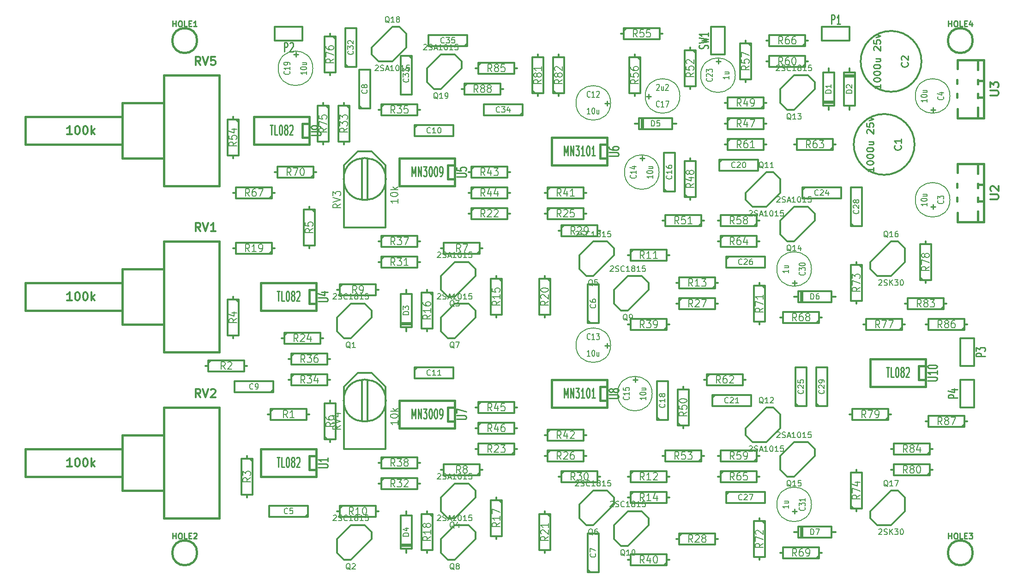
<source format=gbr>
%TF.GenerationSoftware,KiCad,Pcbnew,5.1.10-88a1d61d58~88~ubuntu20.10.1*%
%TF.CreationDate,2021-06-25T22:13:37+02:00*%
%TF.ProjectId,juno-chorus-clone,6a756e6f-2d63-4686-9f72-75732d636c6f,3*%
%TF.SameCoordinates,Original*%
%TF.FileFunction,Legend,Top*%
%TF.FilePolarity,Positive*%
%FSLAX46Y46*%
G04 Gerber Fmt 4.6, Leading zero omitted, Abs format (unit mm)*
G04 Created by KiCad (PCBNEW 5.1.10-88a1d61d58~88~ubuntu20.10.1) date 2021-06-25 22:13:37*
%MOMM*%
%LPD*%
G01*
G04 APERTURE LIST*
%ADD10C,0.304800*%
%ADD11C,0.381000*%
%ADD12C,0.127000*%
%ADD13C,0.203200*%
%ADD14C,0.271780*%
%ADD15C,0.285750*%
%ADD16C,0.254000*%
G04 APERTURE END LIST*
D10*
%TO.C,Q16*%
X189230000Y-96520000D02*
X185420000Y-100330000D01*
X185420000Y-100330000D02*
X185420000Y-101600000D01*
X185420000Y-101600000D02*
X186690000Y-102870000D01*
X186690000Y-102870000D02*
X189230000Y-102870000D01*
X189230000Y-102870000D02*
X191770000Y-100330000D01*
X191770000Y-100330000D02*
X191770000Y-97790000D01*
X191770000Y-97790000D02*
X190500000Y-96520000D01*
X190500000Y-96520000D02*
X189230000Y-96520000D01*
%TO.C,Q17*%
X189230000Y-142240000D02*
X185420000Y-146050000D01*
X185420000Y-146050000D02*
X185420000Y-147320000D01*
X185420000Y-147320000D02*
X186690000Y-148590000D01*
X186690000Y-148590000D02*
X189230000Y-148590000D01*
X189230000Y-148590000D02*
X191770000Y-146050000D01*
X191770000Y-146050000D02*
X191770000Y-143510000D01*
X191770000Y-143510000D02*
X190500000Y-142240000D01*
X190500000Y-142240000D02*
X189230000Y-142240000D01*
%TO.C,Q7*%
X109220000Y-114300000D02*
X113030000Y-110490000D01*
X113030000Y-110490000D02*
X113030000Y-109220000D01*
X113030000Y-109220000D02*
X111760000Y-107950000D01*
X111760000Y-107950000D02*
X109220000Y-107950000D01*
X109220000Y-107950000D02*
X106680000Y-110490000D01*
X106680000Y-110490000D02*
X106680000Y-113030000D01*
X106680000Y-113030000D02*
X107950000Y-114300000D01*
X107950000Y-114300000D02*
X109220000Y-114300000D01*
%TO.C,Q13*%
X171450000Y-72390000D02*
X175260000Y-68580000D01*
X175260000Y-68580000D02*
X175260000Y-67310000D01*
X175260000Y-67310000D02*
X173990000Y-66040000D01*
X173990000Y-66040000D02*
X171450000Y-66040000D01*
X171450000Y-66040000D02*
X168910000Y-68580000D01*
X168910000Y-68580000D02*
X168910000Y-71120000D01*
X168910000Y-71120000D02*
X170180000Y-72390000D01*
X170180000Y-72390000D02*
X171450000Y-72390000D01*
%TO.C,Q2*%
X90170000Y-154940000D02*
X93980000Y-151130000D01*
X93980000Y-151130000D02*
X93980000Y-149860000D01*
X93980000Y-149860000D02*
X92710000Y-148590000D01*
X92710000Y-148590000D02*
X90170000Y-148590000D01*
X90170000Y-148590000D02*
X87630000Y-151130000D01*
X87630000Y-151130000D02*
X87630000Y-153670000D01*
X87630000Y-153670000D02*
X88900000Y-154940000D01*
X88900000Y-154940000D02*
X90170000Y-154940000D01*
%TO.C,Q5*%
X134620000Y-102870000D02*
X138430000Y-99060000D01*
X138430000Y-99060000D02*
X138430000Y-97790000D01*
X138430000Y-97790000D02*
X137160000Y-96520000D01*
X137160000Y-96520000D02*
X134620000Y-96520000D01*
X134620000Y-96520000D02*
X132080000Y-99060000D01*
X132080000Y-99060000D02*
X132080000Y-101600000D01*
X132080000Y-101600000D02*
X133350000Y-102870000D01*
X133350000Y-102870000D02*
X134620000Y-102870000D01*
%TO.C,Q6*%
X134620000Y-148590000D02*
X138430000Y-144780000D01*
X138430000Y-144780000D02*
X138430000Y-143510000D01*
X138430000Y-143510000D02*
X137160000Y-142240000D01*
X137160000Y-142240000D02*
X134620000Y-142240000D01*
X134620000Y-142240000D02*
X132080000Y-144780000D01*
X132080000Y-144780000D02*
X132080000Y-147320000D01*
X132080000Y-147320000D02*
X133350000Y-148590000D01*
X133350000Y-148590000D02*
X134620000Y-148590000D01*
%TO.C,Q9*%
X140970000Y-109220000D02*
X144780000Y-105410000D01*
X144780000Y-105410000D02*
X144780000Y-104140000D01*
X144780000Y-104140000D02*
X143510000Y-102870000D01*
X143510000Y-102870000D02*
X140970000Y-102870000D01*
X140970000Y-102870000D02*
X138430000Y-105410000D01*
X138430000Y-105410000D02*
X138430000Y-107950000D01*
X138430000Y-107950000D02*
X139700000Y-109220000D01*
X139700000Y-109220000D02*
X140970000Y-109220000D01*
%TO.C,Q10*%
X140970000Y-152400000D02*
X144780000Y-148590000D01*
X144780000Y-148590000D02*
X144780000Y-147320000D01*
X144780000Y-147320000D02*
X143510000Y-146050000D01*
X143510000Y-146050000D02*
X140970000Y-146050000D01*
X140970000Y-146050000D02*
X138430000Y-148590000D01*
X138430000Y-148590000D02*
X138430000Y-151130000D01*
X138430000Y-151130000D02*
X139700000Y-152400000D01*
X139700000Y-152400000D02*
X140970000Y-152400000D01*
%TO.C,Q1*%
X90170000Y-114300000D02*
X93980000Y-110490000D01*
X93980000Y-110490000D02*
X93980000Y-109220000D01*
X93980000Y-109220000D02*
X92710000Y-107950000D01*
X92710000Y-107950000D02*
X90170000Y-107950000D01*
X90170000Y-107950000D02*
X87630000Y-110490000D01*
X87630000Y-110490000D02*
X87630000Y-113030000D01*
X87630000Y-113030000D02*
X88900000Y-114300000D01*
X88900000Y-114300000D02*
X90170000Y-114300000D01*
%TO.C,Q18*%
X97790000Y-57150000D02*
X93980000Y-60960000D01*
X93980000Y-60960000D02*
X93980000Y-62230000D01*
X93980000Y-62230000D02*
X95250000Y-63500000D01*
X95250000Y-63500000D02*
X97790000Y-63500000D01*
X97790000Y-63500000D02*
X100330000Y-60960000D01*
X100330000Y-60960000D02*
X100330000Y-58420000D01*
X100330000Y-58420000D02*
X99060000Y-57150000D01*
X99060000Y-57150000D02*
X97790000Y-57150000D01*
%TO.C,Q19*%
X106680000Y-68580000D02*
X110490000Y-64770000D01*
X110490000Y-64770000D02*
X110490000Y-63500000D01*
X110490000Y-63500000D02*
X109220000Y-62230000D01*
X109220000Y-62230000D02*
X106680000Y-62230000D01*
X106680000Y-62230000D02*
X104140000Y-64770000D01*
X104140000Y-64770000D02*
X104140000Y-67310000D01*
X104140000Y-67310000D02*
X105410000Y-68580000D01*
X105410000Y-68580000D02*
X106680000Y-68580000D01*
%TO.C,Q14*%
X171450000Y-96520000D02*
X175260000Y-92710000D01*
X175260000Y-92710000D02*
X175260000Y-91440000D01*
X175260000Y-91440000D02*
X173990000Y-90170000D01*
X173990000Y-90170000D02*
X171450000Y-90170000D01*
X171450000Y-90170000D02*
X168910000Y-92710000D01*
X168910000Y-92710000D02*
X168910000Y-95250000D01*
X168910000Y-95250000D02*
X170180000Y-96520000D01*
X170180000Y-96520000D02*
X171450000Y-96520000D01*
%TO.C,Q11*%
X166370000Y-83820000D02*
X162560000Y-87630000D01*
X162560000Y-87630000D02*
X162560000Y-88900000D01*
X162560000Y-88900000D02*
X163830000Y-90170000D01*
X163830000Y-90170000D02*
X166370000Y-90170000D01*
X166370000Y-90170000D02*
X168910000Y-87630000D01*
X168910000Y-87630000D02*
X168910000Y-85090000D01*
X168910000Y-85090000D02*
X167640000Y-83820000D01*
X167640000Y-83820000D02*
X166370000Y-83820000D01*
%TO.C,Q12*%
X166370000Y-127000000D02*
X162560000Y-130810000D01*
X162560000Y-130810000D02*
X162560000Y-132080000D01*
X162560000Y-132080000D02*
X163830000Y-133350000D01*
X163830000Y-133350000D02*
X166370000Y-133350000D01*
X166370000Y-133350000D02*
X168910000Y-130810000D01*
X168910000Y-130810000D02*
X168910000Y-128270000D01*
X168910000Y-128270000D02*
X167640000Y-127000000D01*
X167640000Y-127000000D02*
X166370000Y-127000000D01*
%TO.C,Q15*%
X171450000Y-139700000D02*
X175260000Y-135890000D01*
X175260000Y-135890000D02*
X175260000Y-134620000D01*
X175260000Y-134620000D02*
X173990000Y-133350000D01*
X173990000Y-133350000D02*
X171450000Y-133350000D01*
X171450000Y-133350000D02*
X168910000Y-135890000D01*
X168910000Y-135890000D02*
X168910000Y-138430000D01*
X168910000Y-138430000D02*
X170180000Y-139700000D01*
X170180000Y-139700000D02*
X171450000Y-139700000D01*
%TO.C,Q3*%
X109220000Y-106680000D02*
X113030000Y-102870000D01*
X113030000Y-102870000D02*
X113030000Y-101600000D01*
X113030000Y-101600000D02*
X111760000Y-100330000D01*
X111760000Y-100330000D02*
X109220000Y-100330000D01*
X109220000Y-100330000D02*
X106680000Y-102870000D01*
X106680000Y-102870000D02*
X106680000Y-105410000D01*
X106680000Y-105410000D02*
X107950000Y-106680000D01*
X107950000Y-106680000D02*
X109220000Y-106680000D01*
%TO.C,Q4*%
X109220000Y-147320000D02*
X113030000Y-143510000D01*
X113030000Y-143510000D02*
X113030000Y-142240000D01*
X113030000Y-142240000D02*
X111760000Y-140970000D01*
X111760000Y-140970000D02*
X109220000Y-140970000D01*
X109220000Y-140970000D02*
X106680000Y-143510000D01*
X106680000Y-143510000D02*
X106680000Y-146050000D01*
X106680000Y-146050000D02*
X107950000Y-147320000D01*
X107950000Y-147320000D02*
X109220000Y-147320000D01*
%TO.C,Q8*%
X109220000Y-154940000D02*
X113030000Y-151130000D01*
X113030000Y-151130000D02*
X113030000Y-149860000D01*
X113030000Y-149860000D02*
X111760000Y-148590000D01*
X111760000Y-148590000D02*
X109220000Y-148590000D01*
X109220000Y-148590000D02*
X106680000Y-151130000D01*
X106680000Y-151130000D02*
X106680000Y-153670000D01*
X106680000Y-153670000D02*
X107950000Y-154940000D01*
X107950000Y-154940000D02*
X109220000Y-154940000D01*
%TO.C,P2*%
X81280000Y-57150000D02*
X81280000Y-59690000D01*
X81280000Y-59690000D02*
X76200000Y-59690000D01*
X76200000Y-59690000D02*
X76200000Y-57150000D01*
X76200000Y-57150000D02*
X81280000Y-57150000D01*
%TO.C,P1*%
X176530000Y-59690000D02*
X176530000Y-57150000D01*
X176530000Y-57150000D02*
X181610000Y-57150000D01*
X181610000Y-57150000D02*
X181610000Y-59690000D01*
X181610000Y-59690000D02*
X176530000Y-59690000D01*
%TO.C,SW1*%
X158750000Y-62230000D02*
X156210000Y-62230000D01*
X156210000Y-62230000D02*
X156210000Y-57150000D01*
X156210000Y-57150000D02*
X158750000Y-57150000D01*
X158750000Y-57150000D02*
X158750000Y-62230000D01*
%TO.C,P4*%
X204470000Y-127000000D02*
X201930000Y-127000000D01*
X201930000Y-127000000D02*
X201930000Y-121920000D01*
X201930000Y-121920000D02*
X204470000Y-121920000D01*
X204470000Y-121920000D02*
X204470000Y-127000000D01*
%TO.C,P3*%
X201930000Y-114300000D02*
X204470000Y-114300000D01*
X204470000Y-114300000D02*
X204470000Y-119380000D01*
X204470000Y-119380000D02*
X201930000Y-119380000D01*
X201930000Y-119380000D02*
X201930000Y-114300000D01*
D11*
%TO.C,RV1*%
X48260000Y-104140000D02*
X30480000Y-104140000D01*
X30480000Y-104140000D02*
X30480000Y-109220000D01*
X30480000Y-109220000D02*
X48260000Y-109220000D01*
X55880000Y-101600000D02*
X48260000Y-101600000D01*
X48260000Y-101600000D02*
X48260000Y-111760000D01*
X48260000Y-111760000D02*
X55880000Y-111760000D01*
X66040000Y-96520000D02*
X66040000Y-116840000D01*
X66040000Y-116840000D02*
X58420000Y-116840000D01*
X58420000Y-116840000D02*
X55880000Y-116840000D01*
X55880000Y-116840000D02*
X55880000Y-96520000D01*
X55880000Y-96520000D02*
X66040000Y-96520000D01*
%TO.C,RV5*%
X48260000Y-73660000D02*
X30480000Y-73660000D01*
X30480000Y-73660000D02*
X30480000Y-78740000D01*
X30480000Y-78740000D02*
X48260000Y-78740000D01*
X55880000Y-71120000D02*
X48260000Y-71120000D01*
X48260000Y-71120000D02*
X48260000Y-81280000D01*
X48260000Y-81280000D02*
X55880000Y-81280000D01*
X66040000Y-66040000D02*
X66040000Y-86360000D01*
X66040000Y-86360000D02*
X58420000Y-86360000D01*
X58420000Y-86360000D02*
X55880000Y-86360000D01*
X55880000Y-86360000D02*
X55880000Y-66040000D01*
X55880000Y-66040000D02*
X66040000Y-66040000D01*
%TO.C,RV2*%
X48260000Y-134620000D02*
X30480000Y-134620000D01*
X30480000Y-134620000D02*
X30480000Y-139700000D01*
X30480000Y-139700000D02*
X48260000Y-139700000D01*
X55880000Y-132080000D02*
X48260000Y-132080000D01*
X48260000Y-132080000D02*
X48260000Y-142240000D01*
X48260000Y-142240000D02*
X55880000Y-142240000D01*
X66040000Y-127000000D02*
X66040000Y-147320000D01*
X66040000Y-147320000D02*
X58420000Y-147320000D01*
X58420000Y-147320000D02*
X55880000Y-147320000D01*
X55880000Y-147320000D02*
X55880000Y-127000000D01*
X55880000Y-127000000D02*
X66040000Y-127000000D01*
%TO.C,U8*%
X137160000Y-125730000D02*
X135890000Y-125730000D01*
X135890000Y-125730000D02*
X135890000Y-123190000D01*
X135890000Y-123190000D02*
X137160000Y-123190000D01*
X137160000Y-127000000D02*
X127000000Y-127000000D01*
X127000000Y-127000000D02*
X127000000Y-121920000D01*
X127000000Y-121920000D02*
X137160000Y-121920000D01*
X137160000Y-121920000D02*
X137160000Y-127000000D01*
%TO.C,U10*%
X195580000Y-121920000D02*
X194310000Y-121920000D01*
X194310000Y-121920000D02*
X194310000Y-119380000D01*
X194310000Y-119380000D02*
X195580000Y-119380000D01*
X195580000Y-123190000D02*
X185420000Y-123190000D01*
X185420000Y-123190000D02*
X185420000Y-118110000D01*
X185420000Y-118110000D02*
X195580000Y-118110000D01*
X195580000Y-118110000D02*
X195580000Y-123190000D01*
%TO.C,U9*%
X82550000Y-77470000D02*
X81280000Y-77470000D01*
X81280000Y-77470000D02*
X81280000Y-74930000D01*
X81280000Y-74930000D02*
X82550000Y-74930000D01*
X82550000Y-78740000D02*
X72390000Y-78740000D01*
X72390000Y-78740000D02*
X72390000Y-73660000D01*
X72390000Y-73660000D02*
X82550000Y-73660000D01*
X82550000Y-73660000D02*
X82550000Y-78740000D01*
%TO.C,U5*%
X109220000Y-85090000D02*
X107950000Y-85090000D01*
X107950000Y-85090000D02*
X107950000Y-82550000D01*
X107950000Y-82550000D02*
X109220000Y-82550000D01*
X109220000Y-86360000D02*
X99060000Y-86360000D01*
X99060000Y-86360000D02*
X99060000Y-81280000D01*
X99060000Y-81280000D02*
X109220000Y-81280000D01*
X109220000Y-81280000D02*
X109220000Y-86360000D01*
%TO.C,U6*%
X137160000Y-81280000D02*
X135890000Y-81280000D01*
X135890000Y-81280000D02*
X135890000Y-78740000D01*
X135890000Y-78740000D02*
X137160000Y-78740000D01*
X137160000Y-82550000D02*
X127000000Y-82550000D01*
X127000000Y-82550000D02*
X127000000Y-77470000D01*
X127000000Y-77470000D02*
X137160000Y-77470000D01*
X137160000Y-77470000D02*
X137160000Y-82550000D01*
%TO.C,U7*%
X109220000Y-129540000D02*
X107950000Y-129540000D01*
X107950000Y-129540000D02*
X107950000Y-127000000D01*
X107950000Y-127000000D02*
X109220000Y-127000000D01*
X109220000Y-130810000D02*
X99060000Y-130810000D01*
X99060000Y-130810000D02*
X99060000Y-125730000D01*
X99060000Y-125730000D02*
X109220000Y-125730000D01*
X109220000Y-125730000D02*
X109220000Y-130810000D01*
%TO.C,U4*%
X83820000Y-107950000D02*
X82550000Y-107950000D01*
X82550000Y-107950000D02*
X82550000Y-105410000D01*
X82550000Y-105410000D02*
X83820000Y-105410000D01*
X83820000Y-109220000D02*
X73660000Y-109220000D01*
X73660000Y-109220000D02*
X73660000Y-104140000D01*
X73660000Y-104140000D02*
X83820000Y-104140000D01*
X83820000Y-104140000D02*
X83820000Y-109220000D01*
%TO.C,U1*%
X83820000Y-138430000D02*
X82550000Y-138430000D01*
X82550000Y-138430000D02*
X82550000Y-135890000D01*
X82550000Y-135890000D02*
X83820000Y-135890000D01*
X83820000Y-139700000D02*
X73660000Y-139700000D01*
X73660000Y-139700000D02*
X73660000Y-134620000D01*
X73660000Y-134620000D02*
X83820000Y-134620000D01*
X83820000Y-134620000D02*
X83820000Y-139700000D01*
D10*
%TO.C,D2*%
X181610000Y-64770000D02*
X181610000Y-65532000D01*
X181610000Y-65532000D02*
X180594000Y-65532000D01*
X180594000Y-65532000D02*
X180594000Y-71628000D01*
X180594000Y-71628000D02*
X181610000Y-71628000D01*
X181610000Y-71628000D02*
X181610000Y-72390000D01*
X181610000Y-71628000D02*
X182626000Y-71628000D01*
X182626000Y-71628000D02*
X182626000Y-65532000D01*
X182626000Y-65532000D02*
X181610000Y-65532000D01*
X180594000Y-66040000D02*
X182626000Y-66040000D01*
X182626000Y-66294000D02*
X180594000Y-66294000D01*
%TO.C,D3*%
X100330000Y-113030000D02*
X100330000Y-112268000D01*
X100330000Y-112268000D02*
X101346000Y-112268000D01*
X101346000Y-112268000D02*
X101346000Y-106172000D01*
X101346000Y-106172000D02*
X100330000Y-106172000D01*
X100330000Y-106172000D02*
X100330000Y-105410000D01*
X100330000Y-106172000D02*
X99314000Y-106172000D01*
X99314000Y-106172000D02*
X99314000Y-112268000D01*
X99314000Y-112268000D02*
X100330000Y-112268000D01*
X101346000Y-111760000D02*
X99314000Y-111760000D01*
X99314000Y-111506000D02*
X101346000Y-111506000D01*
%TO.C,D5*%
X142240000Y-74930000D02*
X143002000Y-74930000D01*
X143002000Y-74930000D02*
X143002000Y-75946000D01*
X143002000Y-75946000D02*
X149098000Y-75946000D01*
X149098000Y-75946000D02*
X149098000Y-74930000D01*
X149098000Y-74930000D02*
X149860000Y-74930000D01*
X149098000Y-74930000D02*
X149098000Y-73914000D01*
X149098000Y-73914000D02*
X143002000Y-73914000D01*
X143002000Y-73914000D02*
X143002000Y-74930000D01*
X143510000Y-75946000D02*
X143510000Y-73914000D01*
X143764000Y-73914000D02*
X143764000Y-75946000D01*
%TO.C,D6*%
X171450000Y-106680000D02*
X172212000Y-106680000D01*
X172212000Y-106680000D02*
X172212000Y-107696000D01*
X172212000Y-107696000D02*
X178308000Y-107696000D01*
X178308000Y-107696000D02*
X178308000Y-106680000D01*
X178308000Y-106680000D02*
X179070000Y-106680000D01*
X178308000Y-106680000D02*
X178308000Y-105664000D01*
X178308000Y-105664000D02*
X172212000Y-105664000D01*
X172212000Y-105664000D02*
X172212000Y-106680000D01*
X172720000Y-107696000D02*
X172720000Y-105664000D01*
X172974000Y-105664000D02*
X172974000Y-107696000D01*
%TO.C,D7*%
X171450000Y-149860000D02*
X172212000Y-149860000D01*
X172212000Y-149860000D02*
X172212000Y-150876000D01*
X172212000Y-150876000D02*
X178308000Y-150876000D01*
X178308000Y-150876000D02*
X178308000Y-149860000D01*
X178308000Y-149860000D02*
X179070000Y-149860000D01*
X178308000Y-149860000D02*
X178308000Y-148844000D01*
X178308000Y-148844000D02*
X172212000Y-148844000D01*
X172212000Y-148844000D02*
X172212000Y-149860000D01*
X172720000Y-150876000D02*
X172720000Y-148844000D01*
X172974000Y-148844000D02*
X172974000Y-150876000D01*
%TO.C,D4*%
X100330000Y-153670000D02*
X100330000Y-152908000D01*
X100330000Y-152908000D02*
X101346000Y-152908000D01*
X101346000Y-152908000D02*
X101346000Y-146812000D01*
X101346000Y-146812000D02*
X100330000Y-146812000D01*
X100330000Y-146812000D02*
X100330000Y-146050000D01*
X100330000Y-146812000D02*
X99314000Y-146812000D01*
X99314000Y-146812000D02*
X99314000Y-152908000D01*
X99314000Y-152908000D02*
X100330000Y-152908000D01*
X101346000Y-152400000D02*
X99314000Y-152400000D01*
X99314000Y-152146000D02*
X101346000Y-152146000D01*
%TO.C,D1*%
X177800000Y-72390000D02*
X177800000Y-71628000D01*
X177800000Y-71628000D02*
X178816000Y-71628000D01*
X178816000Y-71628000D02*
X178816000Y-65532000D01*
X178816000Y-65532000D02*
X177800000Y-65532000D01*
X177800000Y-65532000D02*
X177800000Y-64770000D01*
X177800000Y-65532000D02*
X176784000Y-65532000D01*
X176784000Y-65532000D02*
X176784000Y-71628000D01*
X176784000Y-71628000D02*
X177800000Y-71628000D01*
X178816000Y-71120000D02*
X176784000Y-71120000D01*
X176784000Y-70866000D02*
X178816000Y-70866000D01*
%TO.C,C1*%
X193536443Y-78740000D02*
G75*
G03*
X193536443Y-78740000I-5576443J0D01*
G01*
%TO.C,C2*%
X194806443Y-63500000D02*
G75*
G03*
X194806443Y-63500000I-5576443J0D01*
G01*
%TO.C,C6*%
X133604000Y-111506000D02*
X133604000Y-104394000D01*
X133604000Y-104394000D02*
X135636000Y-104394000D01*
X135636000Y-104394000D02*
X135636000Y-111506000D01*
X135636000Y-111506000D02*
X133604000Y-111506000D01*
X134112000Y-111506000D02*
X133604000Y-110998000D01*
%TO.C,C27*%
X159004000Y-142494000D02*
X166116000Y-142494000D01*
X166116000Y-142494000D02*
X166116000Y-144526000D01*
X166116000Y-144526000D02*
X159004000Y-144526000D01*
X159004000Y-144526000D02*
X159004000Y-142494000D01*
X159004000Y-143002000D02*
X159512000Y-142494000D01*
%TO.C,C33*%
X101346000Y-62484000D02*
X101346000Y-69596000D01*
X101346000Y-69596000D02*
X99314000Y-69596000D01*
X99314000Y-69596000D02*
X99314000Y-62484000D01*
X99314000Y-62484000D02*
X101346000Y-62484000D01*
X100838000Y-62484000D02*
X101346000Y-62992000D01*
%TO.C,C5*%
X82296000Y-147066000D02*
X75184000Y-147066000D01*
X75184000Y-147066000D02*
X75184000Y-145034000D01*
X75184000Y-145034000D02*
X82296000Y-145034000D01*
X82296000Y-145034000D02*
X82296000Y-147066000D01*
X82296000Y-146558000D02*
X81788000Y-147066000D01*
%TO.C,C32*%
X89154000Y-64516000D02*
X89154000Y-57404000D01*
X89154000Y-57404000D02*
X91186000Y-57404000D01*
X91186000Y-57404000D02*
X91186000Y-64516000D01*
X91186000Y-64516000D02*
X89154000Y-64516000D01*
X89662000Y-64516000D02*
X89154000Y-64008000D01*
%TO.C,C34*%
X121666000Y-73406000D02*
X114554000Y-73406000D01*
X114554000Y-73406000D02*
X114554000Y-71374000D01*
X114554000Y-71374000D02*
X121666000Y-71374000D01*
X121666000Y-71374000D02*
X121666000Y-73406000D01*
X121666000Y-72898000D02*
X121158000Y-73406000D01*
%TO.C,C35*%
X111506000Y-60706000D02*
X104394000Y-60706000D01*
X104394000Y-60706000D02*
X104394000Y-58674000D01*
X104394000Y-58674000D02*
X111506000Y-58674000D01*
X111506000Y-58674000D02*
X111506000Y-60706000D01*
X111506000Y-60198000D02*
X110998000Y-60706000D01*
%TO.C,C8*%
X91694000Y-72136000D02*
X91694000Y-65024000D01*
X91694000Y-65024000D02*
X93726000Y-65024000D01*
X93726000Y-65024000D02*
X93726000Y-72136000D01*
X93726000Y-72136000D02*
X91694000Y-72136000D01*
X92202000Y-72136000D02*
X91694000Y-71628000D01*
%TO.C,C21*%
X156464000Y-124714000D02*
X163576000Y-124714000D01*
X163576000Y-124714000D02*
X163576000Y-126746000D01*
X163576000Y-126746000D02*
X156464000Y-126746000D01*
X156464000Y-126746000D02*
X156464000Y-124714000D01*
X156464000Y-125222000D02*
X156972000Y-124714000D01*
%TO.C,C16*%
X147574000Y-87376000D02*
X147574000Y-80264000D01*
X147574000Y-80264000D02*
X149606000Y-80264000D01*
X149606000Y-80264000D02*
X149606000Y-87376000D01*
X149606000Y-87376000D02*
X147574000Y-87376000D01*
X148082000Y-87376000D02*
X147574000Y-86868000D01*
%TO.C,C29*%
X175514000Y-126746000D02*
X175514000Y-119634000D01*
X175514000Y-119634000D02*
X177546000Y-119634000D01*
X177546000Y-119634000D02*
X177546000Y-126746000D01*
X177546000Y-126746000D02*
X175514000Y-126746000D01*
X176022000Y-126746000D02*
X175514000Y-126238000D01*
%TO.C,C18*%
X146304000Y-129286000D02*
X146304000Y-122174000D01*
X146304000Y-122174000D02*
X148336000Y-122174000D01*
X148336000Y-122174000D02*
X148336000Y-129286000D01*
X148336000Y-129286000D02*
X146304000Y-129286000D01*
X146812000Y-129286000D02*
X146304000Y-128778000D01*
%TO.C,C25*%
X171704000Y-126746000D02*
X171704000Y-119634000D01*
X171704000Y-119634000D02*
X173736000Y-119634000D01*
X173736000Y-119634000D02*
X173736000Y-126746000D01*
X173736000Y-126746000D02*
X171704000Y-126746000D01*
X172212000Y-126746000D02*
X171704000Y-126238000D01*
%TO.C,C11*%
X101854000Y-119634000D02*
X108966000Y-119634000D01*
X108966000Y-119634000D02*
X108966000Y-121666000D01*
X108966000Y-121666000D02*
X101854000Y-121666000D01*
X101854000Y-121666000D02*
X101854000Y-119634000D01*
X101854000Y-120142000D02*
X102362000Y-119634000D01*
%TO.C,C9*%
X75946000Y-124206000D02*
X68834000Y-124206000D01*
X68834000Y-124206000D02*
X68834000Y-122174000D01*
X68834000Y-122174000D02*
X75946000Y-122174000D01*
X75946000Y-122174000D02*
X75946000Y-124206000D01*
X75946000Y-123698000D02*
X75438000Y-124206000D01*
%TO.C,C10*%
X101854000Y-75184000D02*
X108966000Y-75184000D01*
X108966000Y-75184000D02*
X108966000Y-77216000D01*
X108966000Y-77216000D02*
X101854000Y-77216000D01*
X101854000Y-77216000D02*
X101854000Y-75184000D01*
X101854000Y-75692000D02*
X102362000Y-75184000D01*
%TO.C,C26*%
X159004000Y-99314000D02*
X166116000Y-99314000D01*
X166116000Y-99314000D02*
X166116000Y-101346000D01*
X166116000Y-101346000D02*
X159004000Y-101346000D01*
X159004000Y-101346000D02*
X159004000Y-99314000D01*
X159004000Y-99822000D02*
X159512000Y-99314000D01*
%TO.C,C20*%
X157734000Y-81534000D02*
X164846000Y-81534000D01*
X164846000Y-81534000D02*
X164846000Y-83566000D01*
X164846000Y-83566000D02*
X157734000Y-83566000D01*
X157734000Y-83566000D02*
X157734000Y-81534000D01*
X157734000Y-82042000D02*
X158242000Y-81534000D01*
%TO.C,C28*%
X181864000Y-93726000D02*
X181864000Y-86614000D01*
X181864000Y-86614000D02*
X183896000Y-86614000D01*
X183896000Y-86614000D02*
X183896000Y-93726000D01*
X183896000Y-93726000D02*
X181864000Y-93726000D01*
X182372000Y-93726000D02*
X181864000Y-93218000D01*
%TO.C,C24*%
X172974000Y-86614000D02*
X180086000Y-86614000D01*
X180086000Y-86614000D02*
X180086000Y-88646000D01*
X180086000Y-88646000D02*
X172974000Y-88646000D01*
X172974000Y-88646000D02*
X172974000Y-86614000D01*
X172974000Y-87122000D02*
X173482000Y-86614000D01*
%TO.C,C7*%
X133604000Y-157226000D02*
X133604000Y-150114000D01*
X133604000Y-150114000D02*
X135636000Y-150114000D01*
X135636000Y-150114000D02*
X135636000Y-157226000D01*
X135636000Y-157226000D02*
X133604000Y-157226000D01*
X134112000Y-157226000D02*
X133604000Y-156718000D01*
D12*
%TO.C,C15*%
X145415000Y-124460000D02*
G75*
G03*
X145415000Y-124460000I-3175000J0D01*
G01*
%TO.C,C12*%
X137795000Y-71120000D02*
G75*
G03*
X137795000Y-71120000I-3175000J0D01*
G01*
%TO.C,C30*%
X174625000Y-101600000D02*
G75*
G03*
X174625000Y-101600000I-3175000J0D01*
G01*
%TO.C,C14*%
X146685000Y-83820000D02*
G75*
G03*
X146685000Y-83820000I-3175000J0D01*
G01*
%TO.C,C13*%
X137795000Y-115570000D02*
G75*
G03*
X137795000Y-115570000I-3175000J0D01*
G01*
%TO.C,C4*%
X200025000Y-69850000D02*
G75*
G03*
X200025000Y-69850000I-3175000J0D01*
G01*
%TO.C,C3*%
X200025000Y-88900000D02*
G75*
G03*
X200025000Y-88900000I-3175000J0D01*
G01*
%TO.C,C31*%
X174625000Y-144780000D02*
G75*
G03*
X174625000Y-144780000I-3175000J0D01*
G01*
%TO.C,C19*%
X83185000Y-64770000D02*
G75*
G03*
X83185000Y-64770000I-3175000J0D01*
G01*
%TO.C,C23*%
X160655000Y-66040000D02*
G75*
G03*
X160655000Y-66040000I-3175000J0D01*
G01*
D10*
%TO.C,RV4*%
X88900000Y-134620000D02*
X88900000Y-123190000D01*
X88900000Y-123190000D02*
X91440000Y-120650000D01*
X91440000Y-120650000D02*
X93980000Y-120650000D01*
X93980000Y-120650000D02*
X96520000Y-123190000D01*
X96520000Y-123190000D02*
X96520000Y-134620000D01*
X96520000Y-134620000D02*
X88900000Y-134620000D01*
X88900000Y-126238000D02*
X88900000Y-125095000D01*
X96520000Y-125349000D02*
X96520000Y-126238000D01*
X92202000Y-129540000D02*
X92202000Y-122047000D01*
X93218000Y-129540000D02*
X93218000Y-122047000D01*
X96572554Y-125730000D02*
G75*
G03*
X96572554Y-125730000I-3862554J0D01*
G01*
%TO.C,RV3*%
X88900000Y-93980000D02*
X88900000Y-82550000D01*
X88900000Y-82550000D02*
X91440000Y-80010000D01*
X91440000Y-80010000D02*
X93980000Y-80010000D01*
X93980000Y-80010000D02*
X96520000Y-82550000D01*
X96520000Y-82550000D02*
X96520000Y-93980000D01*
X96520000Y-93980000D02*
X88900000Y-93980000D01*
X88900000Y-85598000D02*
X88900000Y-84455000D01*
X96520000Y-84709000D02*
X96520000Y-85598000D01*
X92202000Y-88900000D02*
X92202000Y-81407000D01*
X93218000Y-88900000D02*
X93218000Y-81407000D01*
X96572554Y-85090000D02*
G75*
G03*
X96572554Y-85090000I-3862554J0D01*
G01*
D12*
%TO.C,C17*%
X150495000Y-69850000D02*
G75*
G03*
X150495000Y-69850000I-3175000J0D01*
G01*
D10*
%TO.C,R59*%
X165100000Y-135890000D02*
X164592000Y-135890000D01*
X157480000Y-135890000D02*
X157988000Y-135890000D01*
X157988000Y-135890000D02*
X157988000Y-136906000D01*
X157988000Y-136906000D02*
X164592000Y-136906000D01*
X164592000Y-136906000D02*
X164592000Y-134874000D01*
X164592000Y-134874000D02*
X157988000Y-134874000D01*
X157988000Y-134874000D02*
X157988000Y-135890000D01*
X164592000Y-136398000D02*
X164084000Y-136906000D01*
%TO.C,R40*%
X148590000Y-154940000D02*
X148082000Y-154940000D01*
X140970000Y-154940000D02*
X141478000Y-154940000D01*
X141478000Y-154940000D02*
X141478000Y-155956000D01*
X141478000Y-155956000D02*
X148082000Y-155956000D01*
X148082000Y-155956000D02*
X148082000Y-153924000D01*
X148082000Y-153924000D02*
X141478000Y-153924000D01*
X141478000Y-153924000D02*
X141478000Y-154940000D01*
X148082000Y-155448000D02*
X147574000Y-155956000D01*
%TO.C,R38*%
X95250000Y-137160000D02*
X95758000Y-137160000D01*
X102870000Y-137160000D02*
X102362000Y-137160000D01*
X102362000Y-137160000D02*
X102362000Y-136144000D01*
X102362000Y-136144000D02*
X95758000Y-136144000D01*
X95758000Y-136144000D02*
X95758000Y-138176000D01*
X95758000Y-138176000D02*
X102362000Y-138176000D01*
X102362000Y-138176000D02*
X102362000Y-137160000D01*
X95758000Y-136652000D02*
X96266000Y-136144000D01*
%TO.C,R32*%
X95250000Y-140970000D02*
X95758000Y-140970000D01*
X102870000Y-140970000D02*
X102362000Y-140970000D01*
X102362000Y-140970000D02*
X102362000Y-139954000D01*
X102362000Y-139954000D02*
X95758000Y-139954000D01*
X95758000Y-139954000D02*
X95758000Y-141986000D01*
X95758000Y-141986000D02*
X102362000Y-141986000D01*
X102362000Y-141986000D02*
X102362000Y-140970000D01*
X95758000Y-140462000D02*
X96266000Y-139954000D01*
%TO.C,R34*%
X78740000Y-121920000D02*
X79248000Y-121920000D01*
X86360000Y-121920000D02*
X85852000Y-121920000D01*
X85852000Y-121920000D02*
X85852000Y-120904000D01*
X85852000Y-120904000D02*
X79248000Y-120904000D01*
X79248000Y-120904000D02*
X79248000Y-122936000D01*
X79248000Y-122936000D02*
X85852000Y-122936000D01*
X85852000Y-122936000D02*
X85852000Y-121920000D01*
X79248000Y-121412000D02*
X79756000Y-120904000D01*
%TO.C,R36*%
X78740000Y-118110000D02*
X79248000Y-118110000D01*
X86360000Y-118110000D02*
X85852000Y-118110000D01*
X85852000Y-118110000D02*
X85852000Y-117094000D01*
X85852000Y-117094000D02*
X79248000Y-117094000D01*
X79248000Y-117094000D02*
X79248000Y-119126000D01*
X79248000Y-119126000D02*
X85852000Y-119126000D01*
X85852000Y-119126000D02*
X85852000Y-118110000D01*
X79248000Y-117602000D02*
X79756000Y-117094000D01*
%TO.C,R74*%
X182880000Y-146050000D02*
X182880000Y-145542000D01*
X182880000Y-138430000D02*
X182880000Y-138938000D01*
X182880000Y-138938000D02*
X181864000Y-138938000D01*
X181864000Y-138938000D02*
X181864000Y-145542000D01*
X181864000Y-145542000D02*
X183896000Y-145542000D01*
X183896000Y-145542000D02*
X183896000Y-138938000D01*
X183896000Y-138938000D02*
X182880000Y-138938000D01*
X182372000Y-145542000D02*
X181864000Y-145034000D01*
%TO.C,R62*%
X154940000Y-121920000D02*
X155448000Y-121920000D01*
X162560000Y-121920000D02*
X162052000Y-121920000D01*
X162052000Y-121920000D02*
X162052000Y-120904000D01*
X162052000Y-120904000D02*
X155448000Y-120904000D01*
X155448000Y-120904000D02*
X155448000Y-122936000D01*
X155448000Y-122936000D02*
X162052000Y-122936000D01*
X162052000Y-122936000D02*
X162052000Y-121920000D01*
X155448000Y-121412000D02*
X155956000Y-120904000D01*
%TO.C,R72*%
X165100000Y-147320000D02*
X165100000Y-147828000D01*
X165100000Y-154940000D02*
X165100000Y-154432000D01*
X165100000Y-154432000D02*
X166116000Y-154432000D01*
X166116000Y-154432000D02*
X166116000Y-147828000D01*
X166116000Y-147828000D02*
X164084000Y-147828000D01*
X164084000Y-147828000D02*
X164084000Y-154432000D01*
X164084000Y-154432000D02*
X165100000Y-154432000D01*
X165608000Y-147828000D02*
X166116000Y-148336000D01*
%TO.C,R69*%
X176530000Y-153670000D02*
X176022000Y-153670000D01*
X168910000Y-153670000D02*
X169418000Y-153670000D01*
X169418000Y-153670000D02*
X169418000Y-154686000D01*
X169418000Y-154686000D02*
X176022000Y-154686000D01*
X176022000Y-154686000D02*
X176022000Y-152654000D01*
X176022000Y-152654000D02*
X169418000Y-152654000D01*
X169418000Y-152654000D02*
X169418000Y-153670000D01*
X176022000Y-154178000D02*
X175514000Y-154686000D01*
%TO.C,R65*%
X157480000Y-139700000D02*
X157988000Y-139700000D01*
X165100000Y-139700000D02*
X164592000Y-139700000D01*
X164592000Y-139700000D02*
X164592000Y-138684000D01*
X164592000Y-138684000D02*
X157988000Y-138684000D01*
X157988000Y-138684000D02*
X157988000Y-140716000D01*
X157988000Y-140716000D02*
X164592000Y-140716000D01*
X164592000Y-140716000D02*
X164592000Y-139700000D01*
X157988000Y-139192000D02*
X158496000Y-138684000D01*
%TO.C,R42*%
X125730000Y-132080000D02*
X126238000Y-132080000D01*
X133350000Y-132080000D02*
X132842000Y-132080000D01*
X132842000Y-132080000D02*
X132842000Y-131064000D01*
X132842000Y-131064000D02*
X126238000Y-131064000D01*
X126238000Y-131064000D02*
X126238000Y-133096000D01*
X126238000Y-133096000D02*
X132842000Y-133096000D01*
X132842000Y-133096000D02*
X132842000Y-132080000D01*
X126238000Y-131572000D02*
X126746000Y-131064000D01*
%TO.C,R53*%
X154940000Y-135890000D02*
X154432000Y-135890000D01*
X147320000Y-135890000D02*
X147828000Y-135890000D01*
X147828000Y-135890000D02*
X147828000Y-136906000D01*
X147828000Y-136906000D02*
X154432000Y-136906000D01*
X154432000Y-136906000D02*
X154432000Y-134874000D01*
X154432000Y-134874000D02*
X147828000Y-134874000D01*
X147828000Y-134874000D02*
X147828000Y-135890000D01*
X154432000Y-136398000D02*
X153924000Y-136906000D01*
%TO.C,R50*%
X151130000Y-130810000D02*
X151130000Y-130302000D01*
X151130000Y-123190000D02*
X151130000Y-123698000D01*
X151130000Y-123698000D02*
X150114000Y-123698000D01*
X150114000Y-123698000D02*
X150114000Y-130302000D01*
X150114000Y-130302000D02*
X152146000Y-130302000D01*
X152146000Y-130302000D02*
X152146000Y-123698000D01*
X152146000Y-123698000D02*
X151130000Y-123698000D01*
X150622000Y-130302000D02*
X150114000Y-129794000D01*
%TO.C,R46*%
X113030000Y-130810000D02*
X113538000Y-130810000D01*
X120650000Y-130810000D02*
X120142000Y-130810000D01*
X120142000Y-130810000D02*
X120142000Y-129794000D01*
X120142000Y-129794000D02*
X113538000Y-129794000D01*
X113538000Y-129794000D02*
X113538000Y-131826000D01*
X113538000Y-131826000D02*
X120142000Y-131826000D01*
X120142000Y-131826000D02*
X120142000Y-130810000D01*
X113538000Y-130302000D02*
X114046000Y-129794000D01*
%TO.C,R45*%
X113030000Y-127000000D02*
X113538000Y-127000000D01*
X120650000Y-127000000D02*
X120142000Y-127000000D01*
X120142000Y-127000000D02*
X120142000Y-125984000D01*
X120142000Y-125984000D02*
X113538000Y-125984000D01*
X113538000Y-125984000D02*
X113538000Y-128016000D01*
X113538000Y-128016000D02*
X120142000Y-128016000D01*
X120142000Y-128016000D02*
X120142000Y-127000000D01*
X113538000Y-126492000D02*
X114046000Y-125984000D01*
%TO.C,R84*%
X196850000Y-134620000D02*
X196342000Y-134620000D01*
X189230000Y-134620000D02*
X189738000Y-134620000D01*
X189738000Y-134620000D02*
X189738000Y-135636000D01*
X189738000Y-135636000D02*
X196342000Y-135636000D01*
X196342000Y-135636000D02*
X196342000Y-133604000D01*
X196342000Y-133604000D02*
X189738000Y-133604000D01*
X189738000Y-133604000D02*
X189738000Y-134620000D01*
X196342000Y-135128000D02*
X195834000Y-135636000D01*
%TO.C,R79*%
X189230000Y-128270000D02*
X188722000Y-128270000D01*
X181610000Y-128270000D02*
X182118000Y-128270000D01*
X182118000Y-128270000D02*
X182118000Y-129286000D01*
X182118000Y-129286000D02*
X188722000Y-129286000D01*
X188722000Y-129286000D02*
X188722000Y-127254000D01*
X188722000Y-127254000D02*
X182118000Y-127254000D01*
X182118000Y-127254000D02*
X182118000Y-128270000D01*
X188722000Y-128778000D02*
X188214000Y-129286000D01*
%TO.C,R80*%
X196850000Y-138430000D02*
X196342000Y-138430000D01*
X189230000Y-138430000D02*
X189738000Y-138430000D01*
X189738000Y-138430000D02*
X189738000Y-139446000D01*
X189738000Y-139446000D02*
X196342000Y-139446000D01*
X196342000Y-139446000D02*
X196342000Y-137414000D01*
X196342000Y-137414000D02*
X189738000Y-137414000D01*
X189738000Y-137414000D02*
X189738000Y-138430000D01*
X196342000Y-138938000D02*
X195834000Y-139446000D01*
%TO.C,R87*%
X203200000Y-129540000D02*
X202692000Y-129540000D01*
X195580000Y-129540000D02*
X196088000Y-129540000D01*
X196088000Y-129540000D02*
X196088000Y-130556000D01*
X196088000Y-130556000D02*
X202692000Y-130556000D01*
X202692000Y-130556000D02*
X202692000Y-128524000D01*
X202692000Y-128524000D02*
X196088000Y-128524000D01*
X196088000Y-128524000D02*
X196088000Y-129540000D01*
X202692000Y-130048000D02*
X202184000Y-130556000D01*
%TO.C,R11*%
X140970000Y-99060000D02*
X141478000Y-99060000D01*
X148590000Y-99060000D02*
X148082000Y-99060000D01*
X148082000Y-99060000D02*
X148082000Y-98044000D01*
X148082000Y-98044000D02*
X141478000Y-98044000D01*
X141478000Y-98044000D02*
X141478000Y-100076000D01*
X141478000Y-100076000D02*
X148082000Y-100076000D01*
X148082000Y-100076000D02*
X148082000Y-99060000D01*
X141478000Y-98552000D02*
X141986000Y-98044000D01*
%TO.C,R13*%
X157480000Y-104140000D02*
X156972000Y-104140000D01*
X149860000Y-104140000D02*
X150368000Y-104140000D01*
X150368000Y-104140000D02*
X150368000Y-105156000D01*
X150368000Y-105156000D02*
X156972000Y-105156000D01*
X156972000Y-105156000D02*
X156972000Y-103124000D01*
X156972000Y-103124000D02*
X150368000Y-103124000D01*
X150368000Y-103124000D02*
X150368000Y-104140000D01*
X156972000Y-104648000D02*
X156464000Y-105156000D01*
%TO.C,R14*%
X140970000Y-143510000D02*
X141478000Y-143510000D01*
X148590000Y-143510000D02*
X148082000Y-143510000D01*
X148082000Y-143510000D02*
X148082000Y-142494000D01*
X148082000Y-142494000D02*
X141478000Y-142494000D01*
X141478000Y-142494000D02*
X141478000Y-144526000D01*
X141478000Y-144526000D02*
X148082000Y-144526000D01*
X148082000Y-144526000D02*
X148082000Y-143510000D01*
X141478000Y-143002000D02*
X141986000Y-142494000D01*
%TO.C,R47*%
X158750000Y-74930000D02*
X159258000Y-74930000D01*
X166370000Y-74930000D02*
X165862000Y-74930000D01*
X165862000Y-74930000D02*
X165862000Y-73914000D01*
X165862000Y-73914000D02*
X159258000Y-73914000D01*
X159258000Y-73914000D02*
X159258000Y-75946000D01*
X159258000Y-75946000D02*
X165862000Y-75946000D01*
X165862000Y-75946000D02*
X165862000Y-74930000D01*
X159258000Y-74422000D02*
X159766000Y-73914000D01*
%TO.C,R49*%
X166370000Y-71120000D02*
X165862000Y-71120000D01*
X158750000Y-71120000D02*
X159258000Y-71120000D01*
X159258000Y-71120000D02*
X159258000Y-72136000D01*
X159258000Y-72136000D02*
X165862000Y-72136000D01*
X165862000Y-72136000D02*
X165862000Y-70104000D01*
X165862000Y-70104000D02*
X159258000Y-70104000D01*
X159258000Y-70104000D02*
X159258000Y-71120000D01*
X165862000Y-71628000D02*
X165354000Y-72136000D01*
%TO.C,R52*%
X152400000Y-60960000D02*
X152400000Y-61468000D01*
X152400000Y-68580000D02*
X152400000Y-68072000D01*
X152400000Y-68072000D02*
X153416000Y-68072000D01*
X153416000Y-68072000D02*
X153416000Y-61468000D01*
X153416000Y-61468000D02*
X151384000Y-61468000D01*
X151384000Y-61468000D02*
X151384000Y-68072000D01*
X151384000Y-68072000D02*
X152400000Y-68072000D01*
X152908000Y-61468000D02*
X153416000Y-61976000D01*
%TO.C,R56*%
X142240000Y-62230000D02*
X142240000Y-62738000D01*
X142240000Y-69850000D02*
X142240000Y-69342000D01*
X142240000Y-69342000D02*
X143256000Y-69342000D01*
X143256000Y-69342000D02*
X143256000Y-62738000D01*
X143256000Y-62738000D02*
X141224000Y-62738000D01*
X141224000Y-62738000D02*
X141224000Y-69342000D01*
X141224000Y-69342000D02*
X142240000Y-69342000D01*
X142748000Y-62738000D02*
X143256000Y-63246000D01*
%TO.C,R55*%
X139700000Y-58420000D02*
X140208000Y-58420000D01*
X147320000Y-58420000D02*
X146812000Y-58420000D01*
X146812000Y-58420000D02*
X146812000Y-57404000D01*
X146812000Y-57404000D02*
X140208000Y-57404000D01*
X140208000Y-57404000D02*
X140208000Y-59436000D01*
X140208000Y-59436000D02*
X146812000Y-59436000D01*
X146812000Y-59436000D02*
X146812000Y-58420000D01*
X140208000Y-57912000D02*
X140716000Y-57404000D01*
%TO.C,R57*%
X162560000Y-59690000D02*
X162560000Y-60198000D01*
X162560000Y-67310000D02*
X162560000Y-66802000D01*
X162560000Y-66802000D02*
X163576000Y-66802000D01*
X163576000Y-66802000D02*
X163576000Y-60198000D01*
X163576000Y-60198000D02*
X161544000Y-60198000D01*
X161544000Y-60198000D02*
X161544000Y-66802000D01*
X161544000Y-66802000D02*
X162560000Y-66802000D01*
X163068000Y-60198000D02*
X163576000Y-60706000D01*
%TO.C,R60*%
X173990000Y-63500000D02*
X173482000Y-63500000D01*
X166370000Y-63500000D02*
X166878000Y-63500000D01*
X166878000Y-63500000D02*
X166878000Y-64516000D01*
X166878000Y-64516000D02*
X173482000Y-64516000D01*
X173482000Y-64516000D02*
X173482000Y-62484000D01*
X173482000Y-62484000D02*
X166878000Y-62484000D01*
X166878000Y-62484000D02*
X166878000Y-63500000D01*
X173482000Y-64008000D02*
X172974000Y-64516000D01*
%TO.C,R63*%
X179070000Y-78740000D02*
X178562000Y-78740000D01*
X171450000Y-78740000D02*
X171958000Y-78740000D01*
X171958000Y-78740000D02*
X171958000Y-79756000D01*
X171958000Y-79756000D02*
X178562000Y-79756000D01*
X178562000Y-79756000D02*
X178562000Y-77724000D01*
X178562000Y-77724000D02*
X171958000Y-77724000D01*
X171958000Y-77724000D02*
X171958000Y-78740000D01*
X178562000Y-79248000D02*
X178054000Y-79756000D01*
%TO.C,R66*%
X173990000Y-59690000D02*
X173482000Y-59690000D01*
X166370000Y-59690000D02*
X166878000Y-59690000D01*
X166878000Y-59690000D02*
X166878000Y-60706000D01*
X166878000Y-60706000D02*
X173482000Y-60706000D01*
X173482000Y-60706000D02*
X173482000Y-58674000D01*
X173482000Y-58674000D02*
X166878000Y-58674000D01*
X166878000Y-58674000D02*
X166878000Y-59690000D01*
X173482000Y-60198000D02*
X172974000Y-60706000D01*
%TO.C,R12*%
X140970000Y-139700000D02*
X141478000Y-139700000D01*
X148590000Y-139700000D02*
X148082000Y-139700000D01*
X148082000Y-139700000D02*
X148082000Y-138684000D01*
X148082000Y-138684000D02*
X141478000Y-138684000D01*
X141478000Y-138684000D02*
X141478000Y-140716000D01*
X141478000Y-140716000D02*
X148082000Y-140716000D01*
X148082000Y-140716000D02*
X148082000Y-139700000D01*
X141478000Y-139192000D02*
X141986000Y-138684000D01*
%TO.C,R5*%
X82550000Y-90170000D02*
X82550000Y-90678000D01*
X82550000Y-97790000D02*
X82550000Y-97282000D01*
X82550000Y-97282000D02*
X83566000Y-97282000D01*
X83566000Y-97282000D02*
X83566000Y-90678000D01*
X83566000Y-90678000D02*
X81534000Y-90678000D01*
X81534000Y-90678000D02*
X81534000Y-97282000D01*
X81534000Y-97282000D02*
X82550000Y-97282000D01*
X83058000Y-90678000D02*
X83566000Y-91186000D01*
%TO.C,R6*%
X86360000Y-133350000D02*
X86360000Y-132842000D01*
X86360000Y-125730000D02*
X86360000Y-126238000D01*
X86360000Y-126238000D02*
X85344000Y-126238000D01*
X85344000Y-126238000D02*
X85344000Y-132842000D01*
X85344000Y-132842000D02*
X87376000Y-132842000D01*
X87376000Y-132842000D02*
X87376000Y-126238000D01*
X87376000Y-126238000D02*
X86360000Y-126238000D01*
X85852000Y-132842000D02*
X85344000Y-132334000D01*
%TO.C,R10*%
X87630000Y-146050000D02*
X88138000Y-146050000D01*
X95250000Y-146050000D02*
X94742000Y-146050000D01*
X94742000Y-146050000D02*
X94742000Y-145034000D01*
X94742000Y-145034000D02*
X88138000Y-145034000D01*
X88138000Y-145034000D02*
X88138000Y-147066000D01*
X88138000Y-147066000D02*
X94742000Y-147066000D01*
X94742000Y-147066000D02*
X94742000Y-146050000D01*
X88138000Y-145542000D02*
X88646000Y-145034000D01*
%TO.C,R30*%
X128270000Y-139700000D02*
X128778000Y-139700000D01*
X135890000Y-139700000D02*
X135382000Y-139700000D01*
X135382000Y-139700000D02*
X135382000Y-138684000D01*
X135382000Y-138684000D02*
X128778000Y-138684000D01*
X128778000Y-138684000D02*
X128778000Y-140716000D01*
X128778000Y-140716000D02*
X135382000Y-140716000D01*
X135382000Y-140716000D02*
X135382000Y-139700000D01*
X128778000Y-139192000D02*
X129286000Y-138684000D01*
%TO.C,R28*%
X149860000Y-151130000D02*
X150368000Y-151130000D01*
X157480000Y-151130000D02*
X156972000Y-151130000D01*
X156972000Y-151130000D02*
X156972000Y-150114000D01*
X156972000Y-150114000D02*
X150368000Y-150114000D01*
X150368000Y-150114000D02*
X150368000Y-152146000D01*
X150368000Y-152146000D02*
X156972000Y-152146000D01*
X156972000Y-152146000D02*
X156972000Y-151130000D01*
X150368000Y-150622000D02*
X150876000Y-150114000D01*
%TO.C,R21*%
X125730000Y-146050000D02*
X125730000Y-146558000D01*
X125730000Y-153670000D02*
X125730000Y-153162000D01*
X125730000Y-153162000D02*
X126746000Y-153162000D01*
X126746000Y-153162000D02*
X126746000Y-146558000D01*
X126746000Y-146558000D02*
X124714000Y-146558000D01*
X124714000Y-146558000D02*
X124714000Y-153162000D01*
X124714000Y-153162000D02*
X125730000Y-153162000D01*
X126238000Y-146558000D02*
X126746000Y-147066000D01*
%TO.C,R26*%
X125730000Y-135890000D02*
X126238000Y-135890000D01*
X133350000Y-135890000D02*
X132842000Y-135890000D01*
X132842000Y-135890000D02*
X132842000Y-134874000D01*
X132842000Y-134874000D02*
X126238000Y-134874000D01*
X126238000Y-134874000D02*
X126238000Y-136906000D01*
X126238000Y-136906000D02*
X132842000Y-136906000D01*
X132842000Y-136906000D02*
X132842000Y-135890000D01*
X126238000Y-135382000D02*
X126746000Y-134874000D01*
%TO.C,R8*%
X114300000Y-138430000D02*
X113792000Y-138430000D01*
X106680000Y-138430000D02*
X107188000Y-138430000D01*
X107188000Y-138430000D02*
X107188000Y-139446000D01*
X107188000Y-139446000D02*
X113792000Y-139446000D01*
X113792000Y-139446000D02*
X113792000Y-137414000D01*
X113792000Y-137414000D02*
X107188000Y-137414000D01*
X107188000Y-137414000D02*
X107188000Y-138430000D01*
X113792000Y-138938000D02*
X113284000Y-139446000D01*
%TO.C,R23*%
X120650000Y-134620000D02*
X120142000Y-134620000D01*
X113030000Y-134620000D02*
X113538000Y-134620000D01*
X113538000Y-134620000D02*
X113538000Y-135636000D01*
X113538000Y-135636000D02*
X120142000Y-135636000D01*
X120142000Y-135636000D02*
X120142000Y-133604000D01*
X120142000Y-133604000D02*
X113538000Y-133604000D01*
X113538000Y-133604000D02*
X113538000Y-134620000D01*
X120142000Y-135128000D02*
X119634000Y-135636000D01*
%TO.C,R17*%
X116840000Y-143510000D02*
X116840000Y-144018000D01*
X116840000Y-151130000D02*
X116840000Y-150622000D01*
X116840000Y-150622000D02*
X117856000Y-150622000D01*
X117856000Y-150622000D02*
X117856000Y-144018000D01*
X117856000Y-144018000D02*
X115824000Y-144018000D01*
X115824000Y-144018000D02*
X115824000Y-150622000D01*
X115824000Y-150622000D02*
X116840000Y-150622000D01*
X117348000Y-144018000D02*
X117856000Y-144526000D01*
%TO.C,R18*%
X104140000Y-146050000D02*
X104140000Y-146558000D01*
X104140000Y-153670000D02*
X104140000Y-153162000D01*
X104140000Y-153162000D02*
X105156000Y-153162000D01*
X105156000Y-153162000D02*
X105156000Y-146558000D01*
X105156000Y-146558000D02*
X103124000Y-146558000D01*
X103124000Y-146558000D02*
X103124000Y-153162000D01*
X103124000Y-153162000D02*
X104140000Y-153162000D01*
X104648000Y-146558000D02*
X105156000Y-147066000D01*
%TO.C,R82*%
X128270000Y-69850000D02*
X128270000Y-69342000D01*
X128270000Y-62230000D02*
X128270000Y-62738000D01*
X128270000Y-62738000D02*
X127254000Y-62738000D01*
X127254000Y-62738000D02*
X127254000Y-69342000D01*
X127254000Y-69342000D02*
X129286000Y-69342000D01*
X129286000Y-69342000D02*
X129286000Y-62738000D01*
X129286000Y-62738000D02*
X128270000Y-62738000D01*
X127762000Y-69342000D02*
X127254000Y-68834000D01*
%TO.C,R48*%
X152400000Y-88900000D02*
X152400000Y-88392000D01*
X152400000Y-81280000D02*
X152400000Y-81788000D01*
X152400000Y-81788000D02*
X151384000Y-81788000D01*
X151384000Y-81788000D02*
X151384000Y-88392000D01*
X151384000Y-88392000D02*
X153416000Y-88392000D01*
X153416000Y-88392000D02*
X153416000Y-81788000D01*
X153416000Y-81788000D02*
X152400000Y-81788000D01*
X151892000Y-88392000D02*
X151384000Y-87884000D01*
%TO.C,R44*%
X111760000Y-87630000D02*
X112268000Y-87630000D01*
X119380000Y-87630000D02*
X118872000Y-87630000D01*
X118872000Y-87630000D02*
X118872000Y-86614000D01*
X118872000Y-86614000D02*
X112268000Y-86614000D01*
X112268000Y-86614000D02*
X112268000Y-88646000D01*
X112268000Y-88646000D02*
X118872000Y-88646000D01*
X118872000Y-88646000D02*
X118872000Y-87630000D01*
X112268000Y-87122000D02*
X112776000Y-86614000D01*
%TO.C,R43*%
X111760000Y-83820000D02*
X112268000Y-83820000D01*
X119380000Y-83820000D02*
X118872000Y-83820000D01*
X118872000Y-83820000D02*
X118872000Y-82804000D01*
X118872000Y-82804000D02*
X112268000Y-82804000D01*
X112268000Y-82804000D02*
X112268000Y-84836000D01*
X112268000Y-84836000D02*
X118872000Y-84836000D01*
X118872000Y-84836000D02*
X118872000Y-83820000D01*
X112268000Y-83312000D02*
X112776000Y-82804000D01*
%TO.C,R83*%
X199390000Y-107950000D02*
X198882000Y-107950000D01*
X191770000Y-107950000D02*
X192278000Y-107950000D01*
X192278000Y-107950000D02*
X192278000Y-108966000D01*
X192278000Y-108966000D02*
X198882000Y-108966000D01*
X198882000Y-108966000D02*
X198882000Y-106934000D01*
X198882000Y-106934000D02*
X192278000Y-106934000D01*
X192278000Y-106934000D02*
X192278000Y-107950000D01*
X198882000Y-108458000D02*
X198374000Y-108966000D01*
%TO.C,R77*%
X191770000Y-111760000D02*
X191262000Y-111760000D01*
X184150000Y-111760000D02*
X184658000Y-111760000D01*
X184658000Y-111760000D02*
X184658000Y-112776000D01*
X184658000Y-112776000D02*
X191262000Y-112776000D01*
X191262000Y-112776000D02*
X191262000Y-110744000D01*
X191262000Y-110744000D02*
X184658000Y-110744000D01*
X184658000Y-110744000D02*
X184658000Y-111760000D01*
X191262000Y-112268000D02*
X190754000Y-112776000D01*
%TO.C,R78*%
X195580000Y-104140000D02*
X195580000Y-103632000D01*
X195580000Y-96520000D02*
X195580000Y-97028000D01*
X195580000Y-97028000D02*
X194564000Y-97028000D01*
X194564000Y-97028000D02*
X194564000Y-103632000D01*
X194564000Y-103632000D02*
X196596000Y-103632000D01*
X196596000Y-103632000D02*
X196596000Y-97028000D01*
X196596000Y-97028000D02*
X195580000Y-97028000D01*
X195072000Y-103632000D02*
X194564000Y-103124000D01*
%TO.C,R86*%
X203200000Y-111760000D02*
X202692000Y-111760000D01*
X195580000Y-111760000D02*
X196088000Y-111760000D01*
X196088000Y-111760000D02*
X196088000Y-112776000D01*
X196088000Y-112776000D02*
X202692000Y-112776000D01*
X202692000Y-112776000D02*
X202692000Y-110744000D01*
X202692000Y-110744000D02*
X196088000Y-110744000D01*
X196088000Y-110744000D02*
X196088000Y-111760000D01*
X202692000Y-112268000D02*
X202184000Y-112776000D01*
%TO.C,R81*%
X124460000Y-69850000D02*
X124460000Y-69342000D01*
X124460000Y-62230000D02*
X124460000Y-62738000D01*
X124460000Y-62738000D02*
X123444000Y-62738000D01*
X123444000Y-62738000D02*
X123444000Y-69342000D01*
X123444000Y-69342000D02*
X125476000Y-69342000D01*
X125476000Y-69342000D02*
X125476000Y-62738000D01*
X125476000Y-62738000D02*
X124460000Y-62738000D01*
X123952000Y-69342000D02*
X123444000Y-68834000D01*
%TO.C,R88*%
X110490000Y-68580000D02*
X110998000Y-68580000D01*
X118110000Y-68580000D02*
X117602000Y-68580000D01*
X117602000Y-68580000D02*
X117602000Y-67564000D01*
X117602000Y-67564000D02*
X110998000Y-67564000D01*
X110998000Y-67564000D02*
X110998000Y-69596000D01*
X110998000Y-69596000D02*
X117602000Y-69596000D01*
X117602000Y-69596000D02*
X117602000Y-68580000D01*
X110998000Y-68072000D02*
X111506000Y-67564000D01*
%TO.C,R85*%
X113030000Y-64770000D02*
X113538000Y-64770000D01*
X120650000Y-64770000D02*
X120142000Y-64770000D01*
X120142000Y-64770000D02*
X120142000Y-63754000D01*
X120142000Y-63754000D02*
X113538000Y-63754000D01*
X113538000Y-63754000D02*
X113538000Y-65786000D01*
X113538000Y-65786000D02*
X120142000Y-65786000D01*
X120142000Y-65786000D02*
X120142000Y-64770000D01*
X113538000Y-64262000D02*
X114046000Y-63754000D01*
%TO.C,R51*%
X154940000Y-92710000D02*
X154432000Y-92710000D01*
X147320000Y-92710000D02*
X147828000Y-92710000D01*
X147828000Y-92710000D02*
X147828000Y-93726000D01*
X147828000Y-93726000D02*
X154432000Y-93726000D01*
X154432000Y-93726000D02*
X154432000Y-91694000D01*
X154432000Y-91694000D02*
X147828000Y-91694000D01*
X147828000Y-91694000D02*
X147828000Y-92710000D01*
X154432000Y-93218000D02*
X153924000Y-93726000D01*
%TO.C,R76*%
X86360000Y-58420000D02*
X86360000Y-58928000D01*
X86360000Y-66040000D02*
X86360000Y-65532000D01*
X86360000Y-65532000D02*
X87376000Y-65532000D01*
X87376000Y-65532000D02*
X87376000Y-58928000D01*
X87376000Y-58928000D02*
X85344000Y-58928000D01*
X85344000Y-58928000D02*
X85344000Y-65532000D01*
X85344000Y-65532000D02*
X86360000Y-65532000D01*
X86868000Y-58928000D02*
X87376000Y-59436000D01*
%TO.C,R75*%
X85090000Y-71120000D02*
X85090000Y-71628000D01*
X85090000Y-78740000D02*
X85090000Y-78232000D01*
X85090000Y-78232000D02*
X86106000Y-78232000D01*
X86106000Y-78232000D02*
X86106000Y-71628000D01*
X86106000Y-71628000D02*
X84074000Y-71628000D01*
X84074000Y-71628000D02*
X84074000Y-78232000D01*
X84074000Y-78232000D02*
X85090000Y-78232000D01*
X85598000Y-71628000D02*
X86106000Y-72136000D01*
%TO.C,R70*%
X83820000Y-83820000D02*
X83312000Y-83820000D01*
X76200000Y-83820000D02*
X76708000Y-83820000D01*
X76708000Y-83820000D02*
X76708000Y-84836000D01*
X76708000Y-84836000D02*
X83312000Y-84836000D01*
X83312000Y-84836000D02*
X83312000Y-82804000D01*
X83312000Y-82804000D02*
X76708000Y-82804000D01*
X76708000Y-82804000D02*
X76708000Y-83820000D01*
X83312000Y-84328000D02*
X82804000Y-84836000D01*
%TO.C,R67*%
X76200000Y-87630000D02*
X75692000Y-87630000D01*
X68580000Y-87630000D02*
X69088000Y-87630000D01*
X69088000Y-87630000D02*
X69088000Y-88646000D01*
X69088000Y-88646000D02*
X75692000Y-88646000D01*
X75692000Y-88646000D02*
X75692000Y-86614000D01*
X75692000Y-86614000D02*
X69088000Y-86614000D01*
X69088000Y-86614000D02*
X69088000Y-87630000D01*
X75692000Y-88138000D02*
X75184000Y-88646000D01*
%TO.C,R54*%
X68580000Y-73660000D02*
X68580000Y-74168000D01*
X68580000Y-81280000D02*
X68580000Y-80772000D01*
X68580000Y-80772000D02*
X69596000Y-80772000D01*
X69596000Y-80772000D02*
X69596000Y-74168000D01*
X69596000Y-74168000D02*
X67564000Y-74168000D01*
X67564000Y-74168000D02*
X67564000Y-80772000D01*
X67564000Y-80772000D02*
X68580000Y-80772000D01*
X69088000Y-74168000D02*
X69596000Y-74676000D01*
%TO.C,R24*%
X77470000Y-114300000D02*
X77978000Y-114300000D01*
X85090000Y-114300000D02*
X84582000Y-114300000D01*
X84582000Y-114300000D02*
X84582000Y-113284000D01*
X84582000Y-113284000D02*
X77978000Y-113284000D01*
X77978000Y-113284000D02*
X77978000Y-115316000D01*
X77978000Y-115316000D02*
X84582000Y-115316000D01*
X84582000Y-115316000D02*
X84582000Y-114300000D01*
X77978000Y-113792000D02*
X78486000Y-113284000D01*
%TO.C,R19*%
X76200000Y-97790000D02*
X75692000Y-97790000D01*
X68580000Y-97790000D02*
X69088000Y-97790000D01*
X69088000Y-97790000D02*
X69088000Y-98806000D01*
X69088000Y-98806000D02*
X75692000Y-98806000D01*
X75692000Y-98806000D02*
X75692000Y-96774000D01*
X75692000Y-96774000D02*
X69088000Y-96774000D01*
X69088000Y-96774000D02*
X69088000Y-97790000D01*
X75692000Y-98298000D02*
X75184000Y-98806000D01*
%TO.C,R1*%
X74930000Y-128270000D02*
X75438000Y-128270000D01*
X82550000Y-128270000D02*
X82042000Y-128270000D01*
X82042000Y-128270000D02*
X82042000Y-127254000D01*
X82042000Y-127254000D02*
X75438000Y-127254000D01*
X75438000Y-127254000D02*
X75438000Y-129286000D01*
X75438000Y-129286000D02*
X82042000Y-129286000D01*
X82042000Y-129286000D02*
X82042000Y-128270000D01*
X75438000Y-127762000D02*
X75946000Y-127254000D01*
%TO.C,R3*%
X71120000Y-135890000D02*
X71120000Y-136398000D01*
X71120000Y-143510000D02*
X71120000Y-143002000D01*
X71120000Y-143002000D02*
X72136000Y-143002000D01*
X72136000Y-143002000D02*
X72136000Y-136398000D01*
X72136000Y-136398000D02*
X70104000Y-136398000D01*
X70104000Y-136398000D02*
X70104000Y-143002000D01*
X70104000Y-143002000D02*
X71120000Y-143002000D01*
X71628000Y-136398000D02*
X72136000Y-136906000D01*
%TO.C,R4*%
X68580000Y-106680000D02*
X68580000Y-107188000D01*
X68580000Y-114300000D02*
X68580000Y-113792000D01*
X68580000Y-113792000D02*
X69596000Y-113792000D01*
X69596000Y-113792000D02*
X69596000Y-107188000D01*
X69596000Y-107188000D02*
X67564000Y-107188000D01*
X67564000Y-107188000D02*
X67564000Y-113792000D01*
X67564000Y-113792000D02*
X68580000Y-113792000D01*
X69088000Y-107188000D02*
X69596000Y-107696000D01*
%TO.C,R39*%
X148590000Y-111760000D02*
X148082000Y-111760000D01*
X140970000Y-111760000D02*
X141478000Y-111760000D01*
X141478000Y-111760000D02*
X141478000Y-112776000D01*
X141478000Y-112776000D02*
X148082000Y-112776000D01*
X148082000Y-112776000D02*
X148082000Y-110744000D01*
X148082000Y-110744000D02*
X141478000Y-110744000D01*
X141478000Y-110744000D02*
X141478000Y-111760000D01*
X148082000Y-112268000D02*
X147574000Y-112776000D01*
%TO.C,R9*%
X87630000Y-105410000D02*
X88138000Y-105410000D01*
X95250000Y-105410000D02*
X94742000Y-105410000D01*
X94742000Y-105410000D02*
X94742000Y-104394000D01*
X94742000Y-104394000D02*
X88138000Y-104394000D01*
X88138000Y-104394000D02*
X88138000Y-106426000D01*
X88138000Y-106426000D02*
X94742000Y-106426000D01*
X94742000Y-106426000D02*
X94742000Y-105410000D01*
X88138000Y-104902000D02*
X88646000Y-104394000D01*
%TO.C,R29*%
X128270000Y-94615000D02*
X128778000Y-94615000D01*
X135890000Y-94615000D02*
X135382000Y-94615000D01*
X135382000Y-94615000D02*
X135382000Y-93599000D01*
X135382000Y-93599000D02*
X128778000Y-93599000D01*
X128778000Y-93599000D02*
X128778000Y-95631000D01*
X128778000Y-95631000D02*
X135382000Y-95631000D01*
X135382000Y-95631000D02*
X135382000Y-94615000D01*
X128778000Y-94107000D02*
X129286000Y-93599000D01*
%TO.C,R27*%
X149860000Y-107950000D02*
X150368000Y-107950000D01*
X157480000Y-107950000D02*
X156972000Y-107950000D01*
X156972000Y-107950000D02*
X156972000Y-106934000D01*
X156972000Y-106934000D02*
X150368000Y-106934000D01*
X150368000Y-106934000D02*
X150368000Y-108966000D01*
X150368000Y-108966000D02*
X156972000Y-108966000D01*
X156972000Y-108966000D02*
X156972000Y-107950000D01*
X150368000Y-107442000D02*
X150876000Y-106934000D01*
%TO.C,R20*%
X125730000Y-102870000D02*
X125730000Y-103378000D01*
X125730000Y-110490000D02*
X125730000Y-109982000D01*
X125730000Y-109982000D02*
X126746000Y-109982000D01*
X126746000Y-109982000D02*
X126746000Y-103378000D01*
X126746000Y-103378000D02*
X124714000Y-103378000D01*
X124714000Y-103378000D02*
X124714000Y-109982000D01*
X124714000Y-109982000D02*
X125730000Y-109982000D01*
X126238000Y-103378000D02*
X126746000Y-103886000D01*
%TO.C,R25*%
X125730000Y-91440000D02*
X126238000Y-91440000D01*
X133350000Y-91440000D02*
X132842000Y-91440000D01*
X132842000Y-91440000D02*
X132842000Y-90424000D01*
X132842000Y-90424000D02*
X126238000Y-90424000D01*
X126238000Y-90424000D02*
X126238000Y-92456000D01*
X126238000Y-92456000D02*
X132842000Y-92456000D01*
X132842000Y-92456000D02*
X132842000Y-91440000D01*
X126238000Y-90932000D02*
X126746000Y-90424000D01*
%TO.C,R7*%
X114300000Y-97790000D02*
X113792000Y-97790000D01*
X106680000Y-97790000D02*
X107188000Y-97790000D01*
X107188000Y-97790000D02*
X107188000Y-98806000D01*
X107188000Y-98806000D02*
X113792000Y-98806000D01*
X113792000Y-98806000D02*
X113792000Y-96774000D01*
X113792000Y-96774000D02*
X107188000Y-96774000D01*
X107188000Y-96774000D02*
X107188000Y-97790000D01*
X113792000Y-98298000D02*
X113284000Y-98806000D01*
%TO.C,R22*%
X111760000Y-91440000D02*
X112268000Y-91440000D01*
X119380000Y-91440000D02*
X118872000Y-91440000D01*
X118872000Y-91440000D02*
X118872000Y-90424000D01*
X118872000Y-90424000D02*
X112268000Y-90424000D01*
X112268000Y-90424000D02*
X112268000Y-92456000D01*
X112268000Y-92456000D02*
X118872000Y-92456000D01*
X118872000Y-92456000D02*
X118872000Y-91440000D01*
X112268000Y-90932000D02*
X112776000Y-90424000D01*
%TO.C,R15*%
X116840000Y-102870000D02*
X116840000Y-103378000D01*
X116840000Y-110490000D02*
X116840000Y-109982000D01*
X116840000Y-109982000D02*
X117856000Y-109982000D01*
X117856000Y-109982000D02*
X117856000Y-103378000D01*
X117856000Y-103378000D02*
X115824000Y-103378000D01*
X115824000Y-103378000D02*
X115824000Y-109982000D01*
X115824000Y-109982000D02*
X116840000Y-109982000D01*
X117348000Y-103378000D02*
X117856000Y-103886000D01*
%TO.C,R16*%
X104140000Y-105410000D02*
X104140000Y-105918000D01*
X104140000Y-113030000D02*
X104140000Y-112522000D01*
X104140000Y-112522000D02*
X105156000Y-112522000D01*
X105156000Y-112522000D02*
X105156000Y-105918000D01*
X105156000Y-105918000D02*
X103124000Y-105918000D01*
X103124000Y-105918000D02*
X103124000Y-112522000D01*
X103124000Y-112522000D02*
X104140000Y-112522000D01*
X104648000Y-105918000D02*
X105156000Y-106426000D01*
%TO.C,R41*%
X125730000Y-87630000D02*
X126238000Y-87630000D01*
X133350000Y-87630000D02*
X132842000Y-87630000D01*
X132842000Y-87630000D02*
X132842000Y-86614000D01*
X132842000Y-86614000D02*
X126238000Y-86614000D01*
X126238000Y-86614000D02*
X126238000Y-88646000D01*
X126238000Y-88646000D02*
X132842000Y-88646000D01*
X132842000Y-88646000D02*
X132842000Y-87630000D01*
X126238000Y-87122000D02*
X126746000Y-86614000D01*
%TO.C,R2*%
X63500000Y-119380000D02*
X64008000Y-119380000D01*
X71120000Y-119380000D02*
X70612000Y-119380000D01*
X70612000Y-119380000D02*
X70612000Y-118364000D01*
X70612000Y-118364000D02*
X64008000Y-118364000D01*
X64008000Y-118364000D02*
X64008000Y-120396000D01*
X64008000Y-120396000D02*
X70612000Y-120396000D01*
X70612000Y-120396000D02*
X70612000Y-119380000D01*
X64008000Y-118872000D02*
X64516000Y-118364000D01*
%TO.C,R37*%
X95250000Y-96520000D02*
X95758000Y-96520000D01*
X102870000Y-96520000D02*
X102362000Y-96520000D01*
X102362000Y-96520000D02*
X102362000Y-95504000D01*
X102362000Y-95504000D02*
X95758000Y-95504000D01*
X95758000Y-95504000D02*
X95758000Y-97536000D01*
X95758000Y-97536000D02*
X102362000Y-97536000D01*
X102362000Y-97536000D02*
X102362000Y-96520000D01*
X95758000Y-96012000D02*
X96266000Y-95504000D01*
%TO.C,R31*%
X95250000Y-100330000D02*
X95758000Y-100330000D01*
X102870000Y-100330000D02*
X102362000Y-100330000D01*
X102362000Y-100330000D02*
X102362000Y-99314000D01*
X102362000Y-99314000D02*
X95758000Y-99314000D01*
X95758000Y-99314000D02*
X95758000Y-101346000D01*
X95758000Y-101346000D02*
X102362000Y-101346000D01*
X102362000Y-101346000D02*
X102362000Y-100330000D01*
X95758000Y-99822000D02*
X96266000Y-99314000D01*
%TO.C,R33*%
X88900000Y-71120000D02*
X88900000Y-71628000D01*
X88900000Y-78740000D02*
X88900000Y-78232000D01*
X88900000Y-78232000D02*
X89916000Y-78232000D01*
X89916000Y-78232000D02*
X89916000Y-71628000D01*
X89916000Y-71628000D02*
X87884000Y-71628000D01*
X87884000Y-71628000D02*
X87884000Y-78232000D01*
X87884000Y-78232000D02*
X88900000Y-78232000D01*
X89408000Y-71628000D02*
X89916000Y-72136000D01*
%TO.C,R35*%
X95250000Y-72390000D02*
X95758000Y-72390000D01*
X102870000Y-72390000D02*
X102362000Y-72390000D01*
X102362000Y-72390000D02*
X102362000Y-71374000D01*
X102362000Y-71374000D02*
X95758000Y-71374000D01*
X95758000Y-71374000D02*
X95758000Y-73406000D01*
X95758000Y-73406000D02*
X102362000Y-73406000D01*
X102362000Y-73406000D02*
X102362000Y-72390000D01*
X95758000Y-71882000D02*
X96266000Y-71374000D01*
%TO.C,R73*%
X182880000Y-100330000D02*
X182880000Y-100838000D01*
X182880000Y-107950000D02*
X182880000Y-107442000D01*
X182880000Y-107442000D02*
X183896000Y-107442000D01*
X183896000Y-107442000D02*
X183896000Y-100838000D01*
X183896000Y-100838000D02*
X181864000Y-100838000D01*
X181864000Y-100838000D02*
X181864000Y-107442000D01*
X181864000Y-107442000D02*
X182880000Y-107442000D01*
X183388000Y-100838000D02*
X183896000Y-101346000D01*
%TO.C,R61*%
X158750000Y-78740000D02*
X159258000Y-78740000D01*
X166370000Y-78740000D02*
X165862000Y-78740000D01*
X165862000Y-78740000D02*
X165862000Y-77724000D01*
X165862000Y-77724000D02*
X159258000Y-77724000D01*
X159258000Y-77724000D02*
X159258000Y-79756000D01*
X159258000Y-79756000D02*
X165862000Y-79756000D01*
X165862000Y-79756000D02*
X165862000Y-78740000D01*
X159258000Y-78232000D02*
X159766000Y-77724000D01*
%TO.C,R71*%
X165100000Y-104140000D02*
X165100000Y-104648000D01*
X165100000Y-111760000D02*
X165100000Y-111252000D01*
X165100000Y-111252000D02*
X166116000Y-111252000D01*
X166116000Y-111252000D02*
X166116000Y-104648000D01*
X166116000Y-104648000D02*
X164084000Y-104648000D01*
X164084000Y-104648000D02*
X164084000Y-111252000D01*
X164084000Y-111252000D02*
X165100000Y-111252000D01*
X165608000Y-104648000D02*
X166116000Y-105156000D01*
%TO.C,R68*%
X176530000Y-110490000D02*
X176022000Y-110490000D01*
X168910000Y-110490000D02*
X169418000Y-110490000D01*
X169418000Y-110490000D02*
X169418000Y-111506000D01*
X169418000Y-111506000D02*
X176022000Y-111506000D01*
X176022000Y-111506000D02*
X176022000Y-109474000D01*
X176022000Y-109474000D02*
X169418000Y-109474000D01*
X169418000Y-109474000D02*
X169418000Y-110490000D01*
X176022000Y-110998000D02*
X175514000Y-111506000D01*
%TO.C,R64*%
X157480000Y-96520000D02*
X157988000Y-96520000D01*
X165100000Y-96520000D02*
X164592000Y-96520000D01*
X164592000Y-96520000D02*
X164592000Y-95504000D01*
X164592000Y-95504000D02*
X157988000Y-95504000D01*
X157988000Y-95504000D02*
X157988000Y-97536000D01*
X157988000Y-97536000D02*
X164592000Y-97536000D01*
X164592000Y-97536000D02*
X164592000Y-96520000D01*
X157988000Y-96012000D02*
X158496000Y-95504000D01*
%TO.C,R58*%
X165100000Y-92710000D02*
X164592000Y-92710000D01*
X157480000Y-92710000D02*
X157988000Y-92710000D01*
X157988000Y-92710000D02*
X157988000Y-93726000D01*
X157988000Y-93726000D02*
X164592000Y-93726000D01*
X164592000Y-93726000D02*
X164592000Y-91694000D01*
X164592000Y-91694000D02*
X157988000Y-91694000D01*
X157988000Y-91694000D02*
X157988000Y-92710000D01*
X164592000Y-93218000D02*
X164084000Y-93726000D01*
D11*
%TO.C,U2*%
X205105000Y-92964000D02*
X205105000Y-91059000D01*
X205105000Y-88519000D02*
X205105000Y-89281000D01*
X205105000Y-86106000D02*
X205105000Y-85979000D01*
X205105000Y-86106000D02*
X205105000Y-86741000D01*
X205105000Y-82296000D02*
X205105000Y-84074000D01*
X201422000Y-82296000D02*
X201422000Y-83947000D01*
X201295000Y-86614000D02*
X201295000Y-85979000D01*
X201295000Y-89154000D02*
X201295000Y-88519000D01*
X201422000Y-92964000D02*
X201422000Y-91313000D01*
X206248000Y-86106000D02*
X205105000Y-86106000D01*
X206248000Y-89154000D02*
X205105000Y-89154000D01*
X205105000Y-92964000D02*
X201422000Y-92964000D01*
X201422000Y-82296000D02*
X205105000Y-82296000D01*
X206248000Y-92964000D02*
X205105000Y-92964000D01*
X205105000Y-82296000D02*
X206248000Y-82296000D01*
X206248000Y-87630000D02*
X206248000Y-82296000D01*
X206248000Y-87630000D02*
X206248000Y-92964000D01*
%TO.C,U3*%
X205105000Y-73914000D02*
X205105000Y-72009000D01*
X205105000Y-69469000D02*
X205105000Y-70231000D01*
X205105000Y-67056000D02*
X205105000Y-66929000D01*
X205105000Y-67056000D02*
X205105000Y-67691000D01*
X205105000Y-63246000D02*
X205105000Y-65024000D01*
X201422000Y-63246000D02*
X201422000Y-64897000D01*
X201295000Y-67564000D02*
X201295000Y-66929000D01*
X201295000Y-70104000D02*
X201295000Y-69469000D01*
X201422000Y-73914000D02*
X201422000Y-72263000D01*
X206248000Y-67056000D02*
X205105000Y-67056000D01*
X206248000Y-70104000D02*
X205105000Y-70104000D01*
X205105000Y-73914000D02*
X201422000Y-73914000D01*
X201422000Y-63246000D02*
X205105000Y-63246000D01*
X206248000Y-73914000D02*
X205105000Y-73914000D01*
X205105000Y-63246000D02*
X206248000Y-63246000D01*
X206248000Y-68580000D02*
X206248000Y-63246000D01*
X206248000Y-68580000D02*
X206248000Y-73914000D01*
%TO.C,HOLE1*%
X61976000Y-59690000D02*
G75*
G03*
X61976000Y-59690000I-2286000J0D01*
G01*
%TO.C,HOLE2*%
X61976000Y-153670000D02*
G75*
G03*
X61976000Y-153670000I-2286000J0D01*
G01*
%TO.C,HOLE4*%
X204216000Y-59690000D02*
G75*
G03*
X204216000Y-59690000I-2286000J0D01*
G01*
%TO.C,HOLE3*%
X204216000Y-153670000D02*
G75*
G03*
X204216000Y-153670000I-2286000J0D01*
G01*
%TO.C,Q16*%
D13*
X188649428Y-95806380D02*
X188552666Y-95758000D01*
X188455904Y-95661238D01*
X188310761Y-95516095D01*
X188214000Y-95467714D01*
X188117238Y-95467714D01*
X188165619Y-95709619D02*
X188068857Y-95661238D01*
X187972095Y-95564476D01*
X187923714Y-95370952D01*
X187923714Y-95032285D01*
X187972095Y-94838761D01*
X188068857Y-94742000D01*
X188165619Y-94693619D01*
X188359142Y-94693619D01*
X188455904Y-94742000D01*
X188552666Y-94838761D01*
X188601047Y-95032285D01*
X188601047Y-95370952D01*
X188552666Y-95564476D01*
X188455904Y-95661238D01*
X188359142Y-95709619D01*
X188165619Y-95709619D01*
X189568666Y-95709619D02*
X188988095Y-95709619D01*
X189278380Y-95709619D02*
X189278380Y-94693619D01*
X189181619Y-94838761D01*
X189084857Y-94935523D01*
X188988095Y-94983904D01*
X190439523Y-94693619D02*
X190246000Y-94693619D01*
X190149238Y-94742000D01*
X190100857Y-94790380D01*
X190004095Y-94935523D01*
X189955714Y-95129047D01*
X189955714Y-95516095D01*
X190004095Y-95612857D01*
X190052476Y-95661238D01*
X190149238Y-95709619D01*
X190342761Y-95709619D01*
X190439523Y-95661238D01*
X190487904Y-95612857D01*
X190536285Y-95516095D01*
X190536285Y-95274190D01*
X190487904Y-95177428D01*
X190439523Y-95129047D01*
X190342761Y-95080666D01*
X190149238Y-95080666D01*
X190052476Y-95129047D01*
X190004095Y-95177428D01*
X189955714Y-95274190D01*
X186980285Y-103680380D02*
X187028666Y-103632000D01*
X187125428Y-103583619D01*
X187367333Y-103583619D01*
X187464095Y-103632000D01*
X187512476Y-103680380D01*
X187560857Y-103777142D01*
X187560857Y-103873904D01*
X187512476Y-104019047D01*
X186931904Y-104599619D01*
X187560857Y-104599619D01*
X187947904Y-104551238D02*
X188093047Y-104599619D01*
X188334952Y-104599619D01*
X188431714Y-104551238D01*
X188480095Y-104502857D01*
X188528476Y-104406095D01*
X188528476Y-104309333D01*
X188480095Y-104212571D01*
X188431714Y-104164190D01*
X188334952Y-104115809D01*
X188141428Y-104067428D01*
X188044666Y-104019047D01*
X187996285Y-103970666D01*
X187947904Y-103873904D01*
X187947904Y-103777142D01*
X187996285Y-103680380D01*
X188044666Y-103632000D01*
X188141428Y-103583619D01*
X188383333Y-103583619D01*
X188528476Y-103632000D01*
X188963904Y-104599619D02*
X188963904Y-103583619D01*
X189544476Y-104599619D02*
X189109047Y-104019047D01*
X189544476Y-103583619D02*
X188963904Y-104164190D01*
X189883142Y-103583619D02*
X190512095Y-103583619D01*
X190173428Y-103970666D01*
X190318571Y-103970666D01*
X190415333Y-104019047D01*
X190463714Y-104067428D01*
X190512095Y-104164190D01*
X190512095Y-104406095D01*
X190463714Y-104502857D01*
X190415333Y-104551238D01*
X190318571Y-104599619D01*
X190028285Y-104599619D01*
X189931523Y-104551238D01*
X189883142Y-104502857D01*
X191141047Y-103583619D02*
X191237809Y-103583619D01*
X191334571Y-103632000D01*
X191382952Y-103680380D01*
X191431333Y-103777142D01*
X191479714Y-103970666D01*
X191479714Y-104212571D01*
X191431333Y-104406095D01*
X191382952Y-104502857D01*
X191334571Y-104551238D01*
X191237809Y-104599619D01*
X191141047Y-104599619D01*
X191044285Y-104551238D01*
X190995904Y-104502857D01*
X190947523Y-104406095D01*
X190899142Y-104212571D01*
X190899142Y-103970666D01*
X190947523Y-103777142D01*
X190995904Y-103680380D01*
X191044285Y-103632000D01*
X191141047Y-103583619D01*
%TO.C,Q17*%
X188649428Y-141526380D02*
X188552666Y-141478000D01*
X188455904Y-141381238D01*
X188310761Y-141236095D01*
X188214000Y-141187714D01*
X188117238Y-141187714D01*
X188165619Y-141429619D02*
X188068857Y-141381238D01*
X187972095Y-141284476D01*
X187923714Y-141090952D01*
X187923714Y-140752285D01*
X187972095Y-140558761D01*
X188068857Y-140462000D01*
X188165619Y-140413619D01*
X188359142Y-140413619D01*
X188455904Y-140462000D01*
X188552666Y-140558761D01*
X188601047Y-140752285D01*
X188601047Y-141090952D01*
X188552666Y-141284476D01*
X188455904Y-141381238D01*
X188359142Y-141429619D01*
X188165619Y-141429619D01*
X189568666Y-141429619D02*
X188988095Y-141429619D01*
X189278380Y-141429619D02*
X189278380Y-140413619D01*
X189181619Y-140558761D01*
X189084857Y-140655523D01*
X188988095Y-140703904D01*
X189907333Y-140413619D02*
X190584666Y-140413619D01*
X190149238Y-141429619D01*
X186980285Y-149400380D02*
X187028666Y-149352000D01*
X187125428Y-149303619D01*
X187367333Y-149303619D01*
X187464095Y-149352000D01*
X187512476Y-149400380D01*
X187560857Y-149497142D01*
X187560857Y-149593904D01*
X187512476Y-149739047D01*
X186931904Y-150319619D01*
X187560857Y-150319619D01*
X187947904Y-150271238D02*
X188093047Y-150319619D01*
X188334952Y-150319619D01*
X188431714Y-150271238D01*
X188480095Y-150222857D01*
X188528476Y-150126095D01*
X188528476Y-150029333D01*
X188480095Y-149932571D01*
X188431714Y-149884190D01*
X188334952Y-149835809D01*
X188141428Y-149787428D01*
X188044666Y-149739047D01*
X187996285Y-149690666D01*
X187947904Y-149593904D01*
X187947904Y-149497142D01*
X187996285Y-149400380D01*
X188044666Y-149352000D01*
X188141428Y-149303619D01*
X188383333Y-149303619D01*
X188528476Y-149352000D01*
X188963904Y-150319619D02*
X188963904Y-149303619D01*
X189544476Y-150319619D02*
X189109047Y-149739047D01*
X189544476Y-149303619D02*
X188963904Y-149884190D01*
X189883142Y-149303619D02*
X190512095Y-149303619D01*
X190173428Y-149690666D01*
X190318571Y-149690666D01*
X190415333Y-149739047D01*
X190463714Y-149787428D01*
X190512095Y-149884190D01*
X190512095Y-150126095D01*
X190463714Y-150222857D01*
X190415333Y-150271238D01*
X190318571Y-150319619D01*
X190028285Y-150319619D01*
X189931523Y-150271238D01*
X189883142Y-150222857D01*
X191141047Y-149303619D02*
X191237809Y-149303619D01*
X191334571Y-149352000D01*
X191382952Y-149400380D01*
X191431333Y-149497142D01*
X191479714Y-149690666D01*
X191479714Y-149932571D01*
X191431333Y-150126095D01*
X191382952Y-150222857D01*
X191334571Y-150271238D01*
X191237809Y-150319619D01*
X191141047Y-150319619D01*
X191044285Y-150271238D01*
X190995904Y-150222857D01*
X190947523Y-150126095D01*
X190899142Y-149932571D01*
X190899142Y-149690666D01*
X190947523Y-149497142D01*
X190995904Y-149400380D01*
X191044285Y-149352000D01*
X191141047Y-149303619D01*
%TO.C,Q7*%
X109123238Y-116126380D02*
X109026476Y-116078000D01*
X108929714Y-115981238D01*
X108784571Y-115836095D01*
X108687809Y-115787714D01*
X108591047Y-115787714D01*
X108639428Y-116029619D02*
X108542666Y-115981238D01*
X108445904Y-115884476D01*
X108397523Y-115690952D01*
X108397523Y-115352285D01*
X108445904Y-115158761D01*
X108542666Y-115062000D01*
X108639428Y-115013619D01*
X108832952Y-115013619D01*
X108929714Y-115062000D01*
X109026476Y-115158761D01*
X109074857Y-115352285D01*
X109074857Y-115690952D01*
X109026476Y-115884476D01*
X108929714Y-115981238D01*
X108832952Y-116029619D01*
X108639428Y-116029619D01*
X109413523Y-115013619D02*
X110090857Y-115013619D01*
X109655428Y-116029619D01*
X106075238Y-106220380D02*
X106123619Y-106172000D01*
X106220380Y-106123619D01*
X106462285Y-106123619D01*
X106559047Y-106172000D01*
X106607428Y-106220380D01*
X106655809Y-106317142D01*
X106655809Y-106413904D01*
X106607428Y-106559047D01*
X106026857Y-107139619D01*
X106655809Y-107139619D01*
X107042857Y-107091238D02*
X107188000Y-107139619D01*
X107429904Y-107139619D01*
X107526666Y-107091238D01*
X107575047Y-107042857D01*
X107623428Y-106946095D01*
X107623428Y-106849333D01*
X107575047Y-106752571D01*
X107526666Y-106704190D01*
X107429904Y-106655809D01*
X107236380Y-106607428D01*
X107139619Y-106559047D01*
X107091238Y-106510666D01*
X107042857Y-106413904D01*
X107042857Y-106317142D01*
X107091238Y-106220380D01*
X107139619Y-106172000D01*
X107236380Y-106123619D01*
X107478285Y-106123619D01*
X107623428Y-106172000D01*
X108010476Y-106849333D02*
X108494285Y-106849333D01*
X107913714Y-107139619D02*
X108252380Y-106123619D01*
X108591047Y-107139619D01*
X109461904Y-107139619D02*
X108881333Y-107139619D01*
X109171619Y-107139619D02*
X109171619Y-106123619D01*
X109074857Y-106268761D01*
X108978095Y-106365523D01*
X108881333Y-106413904D01*
X110090857Y-106123619D02*
X110187619Y-106123619D01*
X110284380Y-106172000D01*
X110332761Y-106220380D01*
X110381142Y-106317142D01*
X110429523Y-106510666D01*
X110429523Y-106752571D01*
X110381142Y-106946095D01*
X110332761Y-107042857D01*
X110284380Y-107091238D01*
X110187619Y-107139619D01*
X110090857Y-107139619D01*
X109994095Y-107091238D01*
X109945714Y-107042857D01*
X109897333Y-106946095D01*
X109848952Y-106752571D01*
X109848952Y-106510666D01*
X109897333Y-106317142D01*
X109945714Y-106220380D01*
X109994095Y-106172000D01*
X110090857Y-106123619D01*
X111397142Y-107139619D02*
X110816571Y-107139619D01*
X111106857Y-107139619D02*
X111106857Y-106123619D01*
X111010095Y-106268761D01*
X110913333Y-106365523D01*
X110816571Y-106413904D01*
X112316380Y-106123619D02*
X111832571Y-106123619D01*
X111784190Y-106607428D01*
X111832571Y-106559047D01*
X111929333Y-106510666D01*
X112171238Y-106510666D01*
X112268000Y-106559047D01*
X112316380Y-106607428D01*
X112364761Y-106704190D01*
X112364761Y-106946095D01*
X112316380Y-107042857D01*
X112268000Y-107091238D01*
X112171238Y-107139619D01*
X111929333Y-107139619D01*
X111832571Y-107091238D01*
X111784190Y-107042857D01*
%TO.C,Q13*%
X170869428Y-74216380D02*
X170772666Y-74168000D01*
X170675904Y-74071238D01*
X170530761Y-73926095D01*
X170434000Y-73877714D01*
X170337238Y-73877714D01*
X170385619Y-74119619D02*
X170288857Y-74071238D01*
X170192095Y-73974476D01*
X170143714Y-73780952D01*
X170143714Y-73442285D01*
X170192095Y-73248761D01*
X170288857Y-73152000D01*
X170385619Y-73103619D01*
X170579142Y-73103619D01*
X170675904Y-73152000D01*
X170772666Y-73248761D01*
X170821047Y-73442285D01*
X170821047Y-73780952D01*
X170772666Y-73974476D01*
X170675904Y-74071238D01*
X170579142Y-74119619D01*
X170385619Y-74119619D01*
X171788666Y-74119619D02*
X171208095Y-74119619D01*
X171498380Y-74119619D02*
X171498380Y-73103619D01*
X171401619Y-73248761D01*
X171304857Y-73345523D01*
X171208095Y-73393904D01*
X172127333Y-73103619D02*
X172756285Y-73103619D01*
X172417619Y-73490666D01*
X172562761Y-73490666D01*
X172659523Y-73539047D01*
X172707904Y-73587428D01*
X172756285Y-73684190D01*
X172756285Y-73926095D01*
X172707904Y-74022857D01*
X172659523Y-74071238D01*
X172562761Y-74119619D01*
X172272476Y-74119619D01*
X172175714Y-74071238D01*
X172127333Y-74022857D01*
X168232666Y-64310380D02*
X168281047Y-64262000D01*
X168377809Y-64213619D01*
X168619714Y-64213619D01*
X168716476Y-64262000D01*
X168764857Y-64310380D01*
X168813238Y-64407142D01*
X168813238Y-64503904D01*
X168764857Y-64649047D01*
X168184285Y-65229619D01*
X168813238Y-65229619D01*
X169200285Y-65181238D02*
X169345428Y-65229619D01*
X169587333Y-65229619D01*
X169684095Y-65181238D01*
X169732476Y-65132857D01*
X169780857Y-65036095D01*
X169780857Y-64939333D01*
X169732476Y-64842571D01*
X169684095Y-64794190D01*
X169587333Y-64745809D01*
X169393809Y-64697428D01*
X169297047Y-64649047D01*
X169248666Y-64600666D01*
X169200285Y-64503904D01*
X169200285Y-64407142D01*
X169248666Y-64310380D01*
X169297047Y-64262000D01*
X169393809Y-64213619D01*
X169635714Y-64213619D01*
X169780857Y-64262000D01*
X170796857Y-65132857D02*
X170748476Y-65181238D01*
X170603333Y-65229619D01*
X170506571Y-65229619D01*
X170361428Y-65181238D01*
X170264666Y-65084476D01*
X170216285Y-64987714D01*
X170167904Y-64794190D01*
X170167904Y-64649047D01*
X170216285Y-64455523D01*
X170264666Y-64358761D01*
X170361428Y-64262000D01*
X170506571Y-64213619D01*
X170603333Y-64213619D01*
X170748476Y-64262000D01*
X170796857Y-64310380D01*
X171764476Y-65229619D02*
X171183904Y-65229619D01*
X171474190Y-65229619D02*
X171474190Y-64213619D01*
X171377428Y-64358761D01*
X171280666Y-64455523D01*
X171183904Y-64503904D01*
X172345047Y-64649047D02*
X172248285Y-64600666D01*
X172199904Y-64552285D01*
X172151523Y-64455523D01*
X172151523Y-64407142D01*
X172199904Y-64310380D01*
X172248285Y-64262000D01*
X172345047Y-64213619D01*
X172538571Y-64213619D01*
X172635333Y-64262000D01*
X172683714Y-64310380D01*
X172732095Y-64407142D01*
X172732095Y-64455523D01*
X172683714Y-64552285D01*
X172635333Y-64600666D01*
X172538571Y-64649047D01*
X172345047Y-64649047D01*
X172248285Y-64697428D01*
X172199904Y-64745809D01*
X172151523Y-64842571D01*
X172151523Y-65036095D01*
X172199904Y-65132857D01*
X172248285Y-65181238D01*
X172345047Y-65229619D01*
X172538571Y-65229619D01*
X172635333Y-65181238D01*
X172683714Y-65132857D01*
X172732095Y-65036095D01*
X172732095Y-64842571D01*
X172683714Y-64745809D01*
X172635333Y-64697428D01*
X172538571Y-64649047D01*
X173699714Y-65229619D02*
X173119142Y-65229619D01*
X173409428Y-65229619D02*
X173409428Y-64213619D01*
X173312666Y-64358761D01*
X173215904Y-64455523D01*
X173119142Y-64503904D01*
X174618952Y-64213619D02*
X174135142Y-64213619D01*
X174086761Y-64697428D01*
X174135142Y-64649047D01*
X174231904Y-64600666D01*
X174473809Y-64600666D01*
X174570571Y-64649047D01*
X174618952Y-64697428D01*
X174667333Y-64794190D01*
X174667333Y-65036095D01*
X174618952Y-65132857D01*
X174570571Y-65181238D01*
X174473809Y-65229619D01*
X174231904Y-65229619D01*
X174135142Y-65181238D01*
X174086761Y-65132857D01*
%TO.C,Q2*%
X90073238Y-156766380D02*
X89976476Y-156718000D01*
X89879714Y-156621238D01*
X89734571Y-156476095D01*
X89637809Y-156427714D01*
X89541047Y-156427714D01*
X89589428Y-156669619D02*
X89492666Y-156621238D01*
X89395904Y-156524476D01*
X89347523Y-156330952D01*
X89347523Y-155992285D01*
X89395904Y-155798761D01*
X89492666Y-155702000D01*
X89589428Y-155653619D01*
X89782952Y-155653619D01*
X89879714Y-155702000D01*
X89976476Y-155798761D01*
X90024857Y-155992285D01*
X90024857Y-156330952D01*
X89976476Y-156524476D01*
X89879714Y-156621238D01*
X89782952Y-156669619D01*
X89589428Y-156669619D01*
X90411904Y-155750380D02*
X90460285Y-155702000D01*
X90557047Y-155653619D01*
X90798952Y-155653619D01*
X90895714Y-155702000D01*
X90944095Y-155750380D01*
X90992476Y-155847142D01*
X90992476Y-155943904D01*
X90944095Y-156089047D01*
X90363523Y-156669619D01*
X90992476Y-156669619D01*
X86952666Y-146860380D02*
X87001047Y-146812000D01*
X87097809Y-146763619D01*
X87339714Y-146763619D01*
X87436476Y-146812000D01*
X87484857Y-146860380D01*
X87533238Y-146957142D01*
X87533238Y-147053904D01*
X87484857Y-147199047D01*
X86904285Y-147779619D01*
X87533238Y-147779619D01*
X87920285Y-147731238D02*
X88065428Y-147779619D01*
X88307333Y-147779619D01*
X88404095Y-147731238D01*
X88452476Y-147682857D01*
X88500857Y-147586095D01*
X88500857Y-147489333D01*
X88452476Y-147392571D01*
X88404095Y-147344190D01*
X88307333Y-147295809D01*
X88113809Y-147247428D01*
X88017047Y-147199047D01*
X87968666Y-147150666D01*
X87920285Y-147053904D01*
X87920285Y-146957142D01*
X87968666Y-146860380D01*
X88017047Y-146812000D01*
X88113809Y-146763619D01*
X88355714Y-146763619D01*
X88500857Y-146812000D01*
X89516857Y-147682857D02*
X89468476Y-147731238D01*
X89323333Y-147779619D01*
X89226571Y-147779619D01*
X89081428Y-147731238D01*
X88984666Y-147634476D01*
X88936285Y-147537714D01*
X88887904Y-147344190D01*
X88887904Y-147199047D01*
X88936285Y-147005523D01*
X88984666Y-146908761D01*
X89081428Y-146812000D01*
X89226571Y-146763619D01*
X89323333Y-146763619D01*
X89468476Y-146812000D01*
X89516857Y-146860380D01*
X90484476Y-147779619D02*
X89903904Y-147779619D01*
X90194190Y-147779619D02*
X90194190Y-146763619D01*
X90097428Y-146908761D01*
X90000666Y-147005523D01*
X89903904Y-147053904D01*
X91065047Y-147199047D02*
X90968285Y-147150666D01*
X90919904Y-147102285D01*
X90871523Y-147005523D01*
X90871523Y-146957142D01*
X90919904Y-146860380D01*
X90968285Y-146812000D01*
X91065047Y-146763619D01*
X91258571Y-146763619D01*
X91355333Y-146812000D01*
X91403714Y-146860380D01*
X91452095Y-146957142D01*
X91452095Y-147005523D01*
X91403714Y-147102285D01*
X91355333Y-147150666D01*
X91258571Y-147199047D01*
X91065047Y-147199047D01*
X90968285Y-147247428D01*
X90919904Y-147295809D01*
X90871523Y-147392571D01*
X90871523Y-147586095D01*
X90919904Y-147682857D01*
X90968285Y-147731238D01*
X91065047Y-147779619D01*
X91258571Y-147779619D01*
X91355333Y-147731238D01*
X91403714Y-147682857D01*
X91452095Y-147586095D01*
X91452095Y-147392571D01*
X91403714Y-147295809D01*
X91355333Y-147247428D01*
X91258571Y-147199047D01*
X92419714Y-147779619D02*
X91839142Y-147779619D01*
X92129428Y-147779619D02*
X92129428Y-146763619D01*
X92032666Y-146908761D01*
X91935904Y-147005523D01*
X91839142Y-147053904D01*
X93338952Y-146763619D02*
X92855142Y-146763619D01*
X92806761Y-147247428D01*
X92855142Y-147199047D01*
X92951904Y-147150666D01*
X93193809Y-147150666D01*
X93290571Y-147199047D01*
X93338952Y-147247428D01*
X93387333Y-147344190D01*
X93387333Y-147586095D01*
X93338952Y-147682857D01*
X93290571Y-147731238D01*
X93193809Y-147779619D01*
X92951904Y-147779619D01*
X92855142Y-147731238D01*
X92806761Y-147682857D01*
%TO.C,Q5*%
X134523238Y-104696380D02*
X134426476Y-104648000D01*
X134329714Y-104551238D01*
X134184571Y-104406095D01*
X134087809Y-104357714D01*
X133991047Y-104357714D01*
X134039428Y-104599619D02*
X133942666Y-104551238D01*
X133845904Y-104454476D01*
X133797523Y-104260952D01*
X133797523Y-103922285D01*
X133845904Y-103728761D01*
X133942666Y-103632000D01*
X134039428Y-103583619D01*
X134232952Y-103583619D01*
X134329714Y-103632000D01*
X134426476Y-103728761D01*
X134474857Y-103922285D01*
X134474857Y-104260952D01*
X134426476Y-104454476D01*
X134329714Y-104551238D01*
X134232952Y-104599619D01*
X134039428Y-104599619D01*
X135394095Y-103583619D02*
X134910285Y-103583619D01*
X134861904Y-104067428D01*
X134910285Y-104019047D01*
X135007047Y-103970666D01*
X135248952Y-103970666D01*
X135345714Y-104019047D01*
X135394095Y-104067428D01*
X135442476Y-104164190D01*
X135442476Y-104406095D01*
X135394095Y-104502857D01*
X135345714Y-104551238D01*
X135248952Y-104599619D01*
X135007047Y-104599619D01*
X134910285Y-104551238D01*
X134861904Y-104502857D01*
X131402666Y-94790380D02*
X131451047Y-94742000D01*
X131547809Y-94693619D01*
X131789714Y-94693619D01*
X131886476Y-94742000D01*
X131934857Y-94790380D01*
X131983238Y-94887142D01*
X131983238Y-94983904D01*
X131934857Y-95129047D01*
X131354285Y-95709619D01*
X131983238Y-95709619D01*
X132370285Y-95661238D02*
X132515428Y-95709619D01*
X132757333Y-95709619D01*
X132854095Y-95661238D01*
X132902476Y-95612857D01*
X132950857Y-95516095D01*
X132950857Y-95419333D01*
X132902476Y-95322571D01*
X132854095Y-95274190D01*
X132757333Y-95225809D01*
X132563809Y-95177428D01*
X132467047Y-95129047D01*
X132418666Y-95080666D01*
X132370285Y-94983904D01*
X132370285Y-94887142D01*
X132418666Y-94790380D01*
X132467047Y-94742000D01*
X132563809Y-94693619D01*
X132805714Y-94693619D01*
X132950857Y-94742000D01*
X133966857Y-95612857D02*
X133918476Y-95661238D01*
X133773333Y-95709619D01*
X133676571Y-95709619D01*
X133531428Y-95661238D01*
X133434666Y-95564476D01*
X133386285Y-95467714D01*
X133337904Y-95274190D01*
X133337904Y-95129047D01*
X133386285Y-94935523D01*
X133434666Y-94838761D01*
X133531428Y-94742000D01*
X133676571Y-94693619D01*
X133773333Y-94693619D01*
X133918476Y-94742000D01*
X133966857Y-94790380D01*
X134934476Y-95709619D02*
X134353904Y-95709619D01*
X134644190Y-95709619D02*
X134644190Y-94693619D01*
X134547428Y-94838761D01*
X134450666Y-94935523D01*
X134353904Y-94983904D01*
X135515047Y-95129047D02*
X135418285Y-95080666D01*
X135369904Y-95032285D01*
X135321523Y-94935523D01*
X135321523Y-94887142D01*
X135369904Y-94790380D01*
X135418285Y-94742000D01*
X135515047Y-94693619D01*
X135708571Y-94693619D01*
X135805333Y-94742000D01*
X135853714Y-94790380D01*
X135902095Y-94887142D01*
X135902095Y-94935523D01*
X135853714Y-95032285D01*
X135805333Y-95080666D01*
X135708571Y-95129047D01*
X135515047Y-95129047D01*
X135418285Y-95177428D01*
X135369904Y-95225809D01*
X135321523Y-95322571D01*
X135321523Y-95516095D01*
X135369904Y-95612857D01*
X135418285Y-95661238D01*
X135515047Y-95709619D01*
X135708571Y-95709619D01*
X135805333Y-95661238D01*
X135853714Y-95612857D01*
X135902095Y-95516095D01*
X135902095Y-95322571D01*
X135853714Y-95225809D01*
X135805333Y-95177428D01*
X135708571Y-95129047D01*
X136869714Y-95709619D02*
X136289142Y-95709619D01*
X136579428Y-95709619D02*
X136579428Y-94693619D01*
X136482666Y-94838761D01*
X136385904Y-94935523D01*
X136289142Y-94983904D01*
X137788952Y-94693619D02*
X137305142Y-94693619D01*
X137256761Y-95177428D01*
X137305142Y-95129047D01*
X137401904Y-95080666D01*
X137643809Y-95080666D01*
X137740571Y-95129047D01*
X137788952Y-95177428D01*
X137837333Y-95274190D01*
X137837333Y-95516095D01*
X137788952Y-95612857D01*
X137740571Y-95661238D01*
X137643809Y-95709619D01*
X137401904Y-95709619D01*
X137305142Y-95661238D01*
X137256761Y-95612857D01*
%TO.C,Q6*%
X134523238Y-150416380D02*
X134426476Y-150368000D01*
X134329714Y-150271238D01*
X134184571Y-150126095D01*
X134087809Y-150077714D01*
X133991047Y-150077714D01*
X134039428Y-150319619D02*
X133942666Y-150271238D01*
X133845904Y-150174476D01*
X133797523Y-149980952D01*
X133797523Y-149642285D01*
X133845904Y-149448761D01*
X133942666Y-149352000D01*
X134039428Y-149303619D01*
X134232952Y-149303619D01*
X134329714Y-149352000D01*
X134426476Y-149448761D01*
X134474857Y-149642285D01*
X134474857Y-149980952D01*
X134426476Y-150174476D01*
X134329714Y-150271238D01*
X134232952Y-150319619D01*
X134039428Y-150319619D01*
X135345714Y-149303619D02*
X135152190Y-149303619D01*
X135055428Y-149352000D01*
X135007047Y-149400380D01*
X134910285Y-149545523D01*
X134861904Y-149739047D01*
X134861904Y-150126095D01*
X134910285Y-150222857D01*
X134958666Y-150271238D01*
X135055428Y-150319619D01*
X135248952Y-150319619D01*
X135345714Y-150271238D01*
X135394095Y-150222857D01*
X135442476Y-150126095D01*
X135442476Y-149884190D01*
X135394095Y-149787428D01*
X135345714Y-149739047D01*
X135248952Y-149690666D01*
X135055428Y-149690666D01*
X134958666Y-149739047D01*
X134910285Y-149787428D01*
X134861904Y-149884190D01*
X131402666Y-140510380D02*
X131451047Y-140462000D01*
X131547809Y-140413619D01*
X131789714Y-140413619D01*
X131886476Y-140462000D01*
X131934857Y-140510380D01*
X131983238Y-140607142D01*
X131983238Y-140703904D01*
X131934857Y-140849047D01*
X131354285Y-141429619D01*
X131983238Y-141429619D01*
X132370285Y-141381238D02*
X132515428Y-141429619D01*
X132757333Y-141429619D01*
X132854095Y-141381238D01*
X132902476Y-141332857D01*
X132950857Y-141236095D01*
X132950857Y-141139333D01*
X132902476Y-141042571D01*
X132854095Y-140994190D01*
X132757333Y-140945809D01*
X132563809Y-140897428D01*
X132467047Y-140849047D01*
X132418666Y-140800666D01*
X132370285Y-140703904D01*
X132370285Y-140607142D01*
X132418666Y-140510380D01*
X132467047Y-140462000D01*
X132563809Y-140413619D01*
X132805714Y-140413619D01*
X132950857Y-140462000D01*
X133966857Y-141332857D02*
X133918476Y-141381238D01*
X133773333Y-141429619D01*
X133676571Y-141429619D01*
X133531428Y-141381238D01*
X133434666Y-141284476D01*
X133386285Y-141187714D01*
X133337904Y-140994190D01*
X133337904Y-140849047D01*
X133386285Y-140655523D01*
X133434666Y-140558761D01*
X133531428Y-140462000D01*
X133676571Y-140413619D01*
X133773333Y-140413619D01*
X133918476Y-140462000D01*
X133966857Y-140510380D01*
X134934476Y-141429619D02*
X134353904Y-141429619D01*
X134644190Y-141429619D02*
X134644190Y-140413619D01*
X134547428Y-140558761D01*
X134450666Y-140655523D01*
X134353904Y-140703904D01*
X135515047Y-140849047D02*
X135418285Y-140800666D01*
X135369904Y-140752285D01*
X135321523Y-140655523D01*
X135321523Y-140607142D01*
X135369904Y-140510380D01*
X135418285Y-140462000D01*
X135515047Y-140413619D01*
X135708571Y-140413619D01*
X135805333Y-140462000D01*
X135853714Y-140510380D01*
X135902095Y-140607142D01*
X135902095Y-140655523D01*
X135853714Y-140752285D01*
X135805333Y-140800666D01*
X135708571Y-140849047D01*
X135515047Y-140849047D01*
X135418285Y-140897428D01*
X135369904Y-140945809D01*
X135321523Y-141042571D01*
X135321523Y-141236095D01*
X135369904Y-141332857D01*
X135418285Y-141381238D01*
X135515047Y-141429619D01*
X135708571Y-141429619D01*
X135805333Y-141381238D01*
X135853714Y-141332857D01*
X135902095Y-141236095D01*
X135902095Y-141042571D01*
X135853714Y-140945809D01*
X135805333Y-140897428D01*
X135708571Y-140849047D01*
X136869714Y-141429619D02*
X136289142Y-141429619D01*
X136579428Y-141429619D02*
X136579428Y-140413619D01*
X136482666Y-140558761D01*
X136385904Y-140655523D01*
X136289142Y-140703904D01*
X137788952Y-140413619D02*
X137305142Y-140413619D01*
X137256761Y-140897428D01*
X137305142Y-140849047D01*
X137401904Y-140800666D01*
X137643809Y-140800666D01*
X137740571Y-140849047D01*
X137788952Y-140897428D01*
X137837333Y-140994190D01*
X137837333Y-141236095D01*
X137788952Y-141332857D01*
X137740571Y-141381238D01*
X137643809Y-141429619D01*
X137401904Y-141429619D01*
X137305142Y-141381238D01*
X137256761Y-141332857D01*
%TO.C,Q9*%
X140873238Y-111046380D02*
X140776476Y-110998000D01*
X140679714Y-110901238D01*
X140534571Y-110756095D01*
X140437809Y-110707714D01*
X140341047Y-110707714D01*
X140389428Y-110949619D02*
X140292666Y-110901238D01*
X140195904Y-110804476D01*
X140147523Y-110610952D01*
X140147523Y-110272285D01*
X140195904Y-110078761D01*
X140292666Y-109982000D01*
X140389428Y-109933619D01*
X140582952Y-109933619D01*
X140679714Y-109982000D01*
X140776476Y-110078761D01*
X140824857Y-110272285D01*
X140824857Y-110610952D01*
X140776476Y-110804476D01*
X140679714Y-110901238D01*
X140582952Y-110949619D01*
X140389428Y-110949619D01*
X141308666Y-110949619D02*
X141502190Y-110949619D01*
X141598952Y-110901238D01*
X141647333Y-110852857D01*
X141744095Y-110707714D01*
X141792476Y-110514190D01*
X141792476Y-110127142D01*
X141744095Y-110030380D01*
X141695714Y-109982000D01*
X141598952Y-109933619D01*
X141405428Y-109933619D01*
X141308666Y-109982000D01*
X141260285Y-110030380D01*
X141211904Y-110127142D01*
X141211904Y-110369047D01*
X141260285Y-110465809D01*
X141308666Y-110514190D01*
X141405428Y-110562571D01*
X141598952Y-110562571D01*
X141695714Y-110514190D01*
X141744095Y-110465809D01*
X141792476Y-110369047D01*
X137752666Y-101140380D02*
X137801047Y-101092000D01*
X137897809Y-101043619D01*
X138139714Y-101043619D01*
X138236476Y-101092000D01*
X138284857Y-101140380D01*
X138333238Y-101237142D01*
X138333238Y-101333904D01*
X138284857Y-101479047D01*
X137704285Y-102059619D01*
X138333238Y-102059619D01*
X138720285Y-102011238D02*
X138865428Y-102059619D01*
X139107333Y-102059619D01*
X139204095Y-102011238D01*
X139252476Y-101962857D01*
X139300857Y-101866095D01*
X139300857Y-101769333D01*
X139252476Y-101672571D01*
X139204095Y-101624190D01*
X139107333Y-101575809D01*
X138913809Y-101527428D01*
X138817047Y-101479047D01*
X138768666Y-101430666D01*
X138720285Y-101333904D01*
X138720285Y-101237142D01*
X138768666Y-101140380D01*
X138817047Y-101092000D01*
X138913809Y-101043619D01*
X139155714Y-101043619D01*
X139300857Y-101092000D01*
X140316857Y-101962857D02*
X140268476Y-102011238D01*
X140123333Y-102059619D01*
X140026571Y-102059619D01*
X139881428Y-102011238D01*
X139784666Y-101914476D01*
X139736285Y-101817714D01*
X139687904Y-101624190D01*
X139687904Y-101479047D01*
X139736285Y-101285523D01*
X139784666Y-101188761D01*
X139881428Y-101092000D01*
X140026571Y-101043619D01*
X140123333Y-101043619D01*
X140268476Y-101092000D01*
X140316857Y-101140380D01*
X141284476Y-102059619D02*
X140703904Y-102059619D01*
X140994190Y-102059619D02*
X140994190Y-101043619D01*
X140897428Y-101188761D01*
X140800666Y-101285523D01*
X140703904Y-101333904D01*
X141865047Y-101479047D02*
X141768285Y-101430666D01*
X141719904Y-101382285D01*
X141671523Y-101285523D01*
X141671523Y-101237142D01*
X141719904Y-101140380D01*
X141768285Y-101092000D01*
X141865047Y-101043619D01*
X142058571Y-101043619D01*
X142155333Y-101092000D01*
X142203714Y-101140380D01*
X142252095Y-101237142D01*
X142252095Y-101285523D01*
X142203714Y-101382285D01*
X142155333Y-101430666D01*
X142058571Y-101479047D01*
X141865047Y-101479047D01*
X141768285Y-101527428D01*
X141719904Y-101575809D01*
X141671523Y-101672571D01*
X141671523Y-101866095D01*
X141719904Y-101962857D01*
X141768285Y-102011238D01*
X141865047Y-102059619D01*
X142058571Y-102059619D01*
X142155333Y-102011238D01*
X142203714Y-101962857D01*
X142252095Y-101866095D01*
X142252095Y-101672571D01*
X142203714Y-101575809D01*
X142155333Y-101527428D01*
X142058571Y-101479047D01*
X143219714Y-102059619D02*
X142639142Y-102059619D01*
X142929428Y-102059619D02*
X142929428Y-101043619D01*
X142832666Y-101188761D01*
X142735904Y-101285523D01*
X142639142Y-101333904D01*
X144138952Y-101043619D02*
X143655142Y-101043619D01*
X143606761Y-101527428D01*
X143655142Y-101479047D01*
X143751904Y-101430666D01*
X143993809Y-101430666D01*
X144090571Y-101479047D01*
X144138952Y-101527428D01*
X144187333Y-101624190D01*
X144187333Y-101866095D01*
X144138952Y-101962857D01*
X144090571Y-102011238D01*
X143993809Y-102059619D01*
X143751904Y-102059619D01*
X143655142Y-102011238D01*
X143606761Y-101962857D01*
%TO.C,Q10*%
X140389428Y-154226380D02*
X140292666Y-154178000D01*
X140195904Y-154081238D01*
X140050761Y-153936095D01*
X139954000Y-153887714D01*
X139857238Y-153887714D01*
X139905619Y-154129619D02*
X139808857Y-154081238D01*
X139712095Y-153984476D01*
X139663714Y-153790952D01*
X139663714Y-153452285D01*
X139712095Y-153258761D01*
X139808857Y-153162000D01*
X139905619Y-153113619D01*
X140099142Y-153113619D01*
X140195904Y-153162000D01*
X140292666Y-153258761D01*
X140341047Y-153452285D01*
X140341047Y-153790952D01*
X140292666Y-153984476D01*
X140195904Y-154081238D01*
X140099142Y-154129619D01*
X139905619Y-154129619D01*
X141308666Y-154129619D02*
X140728095Y-154129619D01*
X141018380Y-154129619D02*
X141018380Y-153113619D01*
X140921619Y-153258761D01*
X140824857Y-153355523D01*
X140728095Y-153403904D01*
X141937619Y-153113619D02*
X142034380Y-153113619D01*
X142131142Y-153162000D01*
X142179523Y-153210380D01*
X142227904Y-153307142D01*
X142276285Y-153500666D01*
X142276285Y-153742571D01*
X142227904Y-153936095D01*
X142179523Y-154032857D01*
X142131142Y-154081238D01*
X142034380Y-154129619D01*
X141937619Y-154129619D01*
X141840857Y-154081238D01*
X141792476Y-154032857D01*
X141744095Y-153936095D01*
X141695714Y-153742571D01*
X141695714Y-153500666D01*
X141744095Y-153307142D01*
X141792476Y-153210380D01*
X141840857Y-153162000D01*
X141937619Y-153113619D01*
X137752666Y-144320380D02*
X137801047Y-144272000D01*
X137897809Y-144223619D01*
X138139714Y-144223619D01*
X138236476Y-144272000D01*
X138284857Y-144320380D01*
X138333238Y-144417142D01*
X138333238Y-144513904D01*
X138284857Y-144659047D01*
X137704285Y-145239619D01*
X138333238Y-145239619D01*
X138720285Y-145191238D02*
X138865428Y-145239619D01*
X139107333Y-145239619D01*
X139204095Y-145191238D01*
X139252476Y-145142857D01*
X139300857Y-145046095D01*
X139300857Y-144949333D01*
X139252476Y-144852571D01*
X139204095Y-144804190D01*
X139107333Y-144755809D01*
X138913809Y-144707428D01*
X138817047Y-144659047D01*
X138768666Y-144610666D01*
X138720285Y-144513904D01*
X138720285Y-144417142D01*
X138768666Y-144320380D01*
X138817047Y-144272000D01*
X138913809Y-144223619D01*
X139155714Y-144223619D01*
X139300857Y-144272000D01*
X140316857Y-145142857D02*
X140268476Y-145191238D01*
X140123333Y-145239619D01*
X140026571Y-145239619D01*
X139881428Y-145191238D01*
X139784666Y-145094476D01*
X139736285Y-144997714D01*
X139687904Y-144804190D01*
X139687904Y-144659047D01*
X139736285Y-144465523D01*
X139784666Y-144368761D01*
X139881428Y-144272000D01*
X140026571Y-144223619D01*
X140123333Y-144223619D01*
X140268476Y-144272000D01*
X140316857Y-144320380D01*
X141284476Y-145239619D02*
X140703904Y-145239619D01*
X140994190Y-145239619D02*
X140994190Y-144223619D01*
X140897428Y-144368761D01*
X140800666Y-144465523D01*
X140703904Y-144513904D01*
X141865047Y-144659047D02*
X141768285Y-144610666D01*
X141719904Y-144562285D01*
X141671523Y-144465523D01*
X141671523Y-144417142D01*
X141719904Y-144320380D01*
X141768285Y-144272000D01*
X141865047Y-144223619D01*
X142058571Y-144223619D01*
X142155333Y-144272000D01*
X142203714Y-144320380D01*
X142252095Y-144417142D01*
X142252095Y-144465523D01*
X142203714Y-144562285D01*
X142155333Y-144610666D01*
X142058571Y-144659047D01*
X141865047Y-144659047D01*
X141768285Y-144707428D01*
X141719904Y-144755809D01*
X141671523Y-144852571D01*
X141671523Y-145046095D01*
X141719904Y-145142857D01*
X141768285Y-145191238D01*
X141865047Y-145239619D01*
X142058571Y-145239619D01*
X142155333Y-145191238D01*
X142203714Y-145142857D01*
X142252095Y-145046095D01*
X142252095Y-144852571D01*
X142203714Y-144755809D01*
X142155333Y-144707428D01*
X142058571Y-144659047D01*
X143219714Y-145239619D02*
X142639142Y-145239619D01*
X142929428Y-145239619D02*
X142929428Y-144223619D01*
X142832666Y-144368761D01*
X142735904Y-144465523D01*
X142639142Y-144513904D01*
X144138952Y-144223619D02*
X143655142Y-144223619D01*
X143606761Y-144707428D01*
X143655142Y-144659047D01*
X143751904Y-144610666D01*
X143993809Y-144610666D01*
X144090571Y-144659047D01*
X144138952Y-144707428D01*
X144187333Y-144804190D01*
X144187333Y-145046095D01*
X144138952Y-145142857D01*
X144090571Y-145191238D01*
X143993809Y-145239619D01*
X143751904Y-145239619D01*
X143655142Y-145191238D01*
X143606761Y-145142857D01*
%TO.C,Q1*%
X90073238Y-116126380D02*
X89976476Y-116078000D01*
X89879714Y-115981238D01*
X89734571Y-115836095D01*
X89637809Y-115787714D01*
X89541047Y-115787714D01*
X89589428Y-116029619D02*
X89492666Y-115981238D01*
X89395904Y-115884476D01*
X89347523Y-115690952D01*
X89347523Y-115352285D01*
X89395904Y-115158761D01*
X89492666Y-115062000D01*
X89589428Y-115013619D01*
X89782952Y-115013619D01*
X89879714Y-115062000D01*
X89976476Y-115158761D01*
X90024857Y-115352285D01*
X90024857Y-115690952D01*
X89976476Y-115884476D01*
X89879714Y-115981238D01*
X89782952Y-116029619D01*
X89589428Y-116029619D01*
X90992476Y-116029619D02*
X90411904Y-116029619D01*
X90702190Y-116029619D02*
X90702190Y-115013619D01*
X90605428Y-115158761D01*
X90508666Y-115255523D01*
X90411904Y-115303904D01*
X86952666Y-106220380D02*
X87001047Y-106172000D01*
X87097809Y-106123619D01*
X87339714Y-106123619D01*
X87436476Y-106172000D01*
X87484857Y-106220380D01*
X87533238Y-106317142D01*
X87533238Y-106413904D01*
X87484857Y-106559047D01*
X86904285Y-107139619D01*
X87533238Y-107139619D01*
X87920285Y-107091238D02*
X88065428Y-107139619D01*
X88307333Y-107139619D01*
X88404095Y-107091238D01*
X88452476Y-107042857D01*
X88500857Y-106946095D01*
X88500857Y-106849333D01*
X88452476Y-106752571D01*
X88404095Y-106704190D01*
X88307333Y-106655809D01*
X88113809Y-106607428D01*
X88017047Y-106559047D01*
X87968666Y-106510666D01*
X87920285Y-106413904D01*
X87920285Y-106317142D01*
X87968666Y-106220380D01*
X88017047Y-106172000D01*
X88113809Y-106123619D01*
X88355714Y-106123619D01*
X88500857Y-106172000D01*
X89516857Y-107042857D02*
X89468476Y-107091238D01*
X89323333Y-107139619D01*
X89226571Y-107139619D01*
X89081428Y-107091238D01*
X88984666Y-106994476D01*
X88936285Y-106897714D01*
X88887904Y-106704190D01*
X88887904Y-106559047D01*
X88936285Y-106365523D01*
X88984666Y-106268761D01*
X89081428Y-106172000D01*
X89226571Y-106123619D01*
X89323333Y-106123619D01*
X89468476Y-106172000D01*
X89516857Y-106220380D01*
X90484476Y-107139619D02*
X89903904Y-107139619D01*
X90194190Y-107139619D02*
X90194190Y-106123619D01*
X90097428Y-106268761D01*
X90000666Y-106365523D01*
X89903904Y-106413904D01*
X91065047Y-106559047D02*
X90968285Y-106510666D01*
X90919904Y-106462285D01*
X90871523Y-106365523D01*
X90871523Y-106317142D01*
X90919904Y-106220380D01*
X90968285Y-106172000D01*
X91065047Y-106123619D01*
X91258571Y-106123619D01*
X91355333Y-106172000D01*
X91403714Y-106220380D01*
X91452095Y-106317142D01*
X91452095Y-106365523D01*
X91403714Y-106462285D01*
X91355333Y-106510666D01*
X91258571Y-106559047D01*
X91065047Y-106559047D01*
X90968285Y-106607428D01*
X90919904Y-106655809D01*
X90871523Y-106752571D01*
X90871523Y-106946095D01*
X90919904Y-107042857D01*
X90968285Y-107091238D01*
X91065047Y-107139619D01*
X91258571Y-107139619D01*
X91355333Y-107091238D01*
X91403714Y-107042857D01*
X91452095Y-106946095D01*
X91452095Y-106752571D01*
X91403714Y-106655809D01*
X91355333Y-106607428D01*
X91258571Y-106559047D01*
X92419714Y-107139619D02*
X91839142Y-107139619D01*
X92129428Y-107139619D02*
X92129428Y-106123619D01*
X92032666Y-106268761D01*
X91935904Y-106365523D01*
X91839142Y-106413904D01*
X93338952Y-106123619D02*
X92855142Y-106123619D01*
X92806761Y-106607428D01*
X92855142Y-106559047D01*
X92951904Y-106510666D01*
X93193809Y-106510666D01*
X93290571Y-106559047D01*
X93338952Y-106607428D01*
X93387333Y-106704190D01*
X93387333Y-106946095D01*
X93338952Y-107042857D01*
X93290571Y-107091238D01*
X93193809Y-107139619D01*
X92951904Y-107139619D01*
X92855142Y-107091238D01*
X92806761Y-107042857D01*
%TO.C,Q18*%
X97209428Y-56436380D02*
X97112666Y-56388000D01*
X97015904Y-56291238D01*
X96870761Y-56146095D01*
X96774000Y-56097714D01*
X96677238Y-56097714D01*
X96725619Y-56339619D02*
X96628857Y-56291238D01*
X96532095Y-56194476D01*
X96483714Y-56000952D01*
X96483714Y-55662285D01*
X96532095Y-55468761D01*
X96628857Y-55372000D01*
X96725619Y-55323619D01*
X96919142Y-55323619D01*
X97015904Y-55372000D01*
X97112666Y-55468761D01*
X97161047Y-55662285D01*
X97161047Y-56000952D01*
X97112666Y-56194476D01*
X97015904Y-56291238D01*
X96919142Y-56339619D01*
X96725619Y-56339619D01*
X98128666Y-56339619D02*
X97548095Y-56339619D01*
X97838380Y-56339619D02*
X97838380Y-55323619D01*
X97741619Y-55468761D01*
X97644857Y-55565523D01*
X97548095Y-55613904D01*
X98709238Y-55759047D02*
X98612476Y-55710666D01*
X98564095Y-55662285D01*
X98515714Y-55565523D01*
X98515714Y-55517142D01*
X98564095Y-55420380D01*
X98612476Y-55372000D01*
X98709238Y-55323619D01*
X98902761Y-55323619D01*
X98999523Y-55372000D01*
X99047904Y-55420380D01*
X99096285Y-55517142D01*
X99096285Y-55565523D01*
X99047904Y-55662285D01*
X98999523Y-55710666D01*
X98902761Y-55759047D01*
X98709238Y-55759047D01*
X98612476Y-55807428D01*
X98564095Y-55855809D01*
X98515714Y-55952571D01*
X98515714Y-56146095D01*
X98564095Y-56242857D01*
X98612476Y-56291238D01*
X98709238Y-56339619D01*
X98902761Y-56339619D01*
X98999523Y-56291238D01*
X99047904Y-56242857D01*
X99096285Y-56146095D01*
X99096285Y-55952571D01*
X99047904Y-55855809D01*
X98999523Y-55807428D01*
X98902761Y-55759047D01*
X94645238Y-64310380D02*
X94693619Y-64262000D01*
X94790380Y-64213619D01*
X95032285Y-64213619D01*
X95129047Y-64262000D01*
X95177428Y-64310380D01*
X95225809Y-64407142D01*
X95225809Y-64503904D01*
X95177428Y-64649047D01*
X94596857Y-65229619D01*
X95225809Y-65229619D01*
X95612857Y-65181238D02*
X95758000Y-65229619D01*
X95999904Y-65229619D01*
X96096666Y-65181238D01*
X96145047Y-65132857D01*
X96193428Y-65036095D01*
X96193428Y-64939333D01*
X96145047Y-64842571D01*
X96096666Y-64794190D01*
X95999904Y-64745809D01*
X95806380Y-64697428D01*
X95709619Y-64649047D01*
X95661238Y-64600666D01*
X95612857Y-64503904D01*
X95612857Y-64407142D01*
X95661238Y-64310380D01*
X95709619Y-64262000D01*
X95806380Y-64213619D01*
X96048285Y-64213619D01*
X96193428Y-64262000D01*
X96580476Y-64939333D02*
X97064285Y-64939333D01*
X96483714Y-65229619D02*
X96822380Y-64213619D01*
X97161047Y-65229619D01*
X98031904Y-65229619D02*
X97451333Y-65229619D01*
X97741619Y-65229619D02*
X97741619Y-64213619D01*
X97644857Y-64358761D01*
X97548095Y-64455523D01*
X97451333Y-64503904D01*
X98660857Y-64213619D02*
X98757619Y-64213619D01*
X98854380Y-64262000D01*
X98902761Y-64310380D01*
X98951142Y-64407142D01*
X98999523Y-64600666D01*
X98999523Y-64842571D01*
X98951142Y-65036095D01*
X98902761Y-65132857D01*
X98854380Y-65181238D01*
X98757619Y-65229619D01*
X98660857Y-65229619D01*
X98564095Y-65181238D01*
X98515714Y-65132857D01*
X98467333Y-65036095D01*
X98418952Y-64842571D01*
X98418952Y-64600666D01*
X98467333Y-64407142D01*
X98515714Y-64310380D01*
X98564095Y-64262000D01*
X98660857Y-64213619D01*
X99967142Y-65229619D02*
X99386571Y-65229619D01*
X99676857Y-65229619D02*
X99676857Y-64213619D01*
X99580095Y-64358761D01*
X99483333Y-64455523D01*
X99386571Y-64503904D01*
X100886380Y-64213619D02*
X100402571Y-64213619D01*
X100354190Y-64697428D01*
X100402571Y-64649047D01*
X100499333Y-64600666D01*
X100741238Y-64600666D01*
X100838000Y-64649047D01*
X100886380Y-64697428D01*
X100934761Y-64794190D01*
X100934761Y-65036095D01*
X100886380Y-65132857D01*
X100838000Y-65181238D01*
X100741238Y-65229619D01*
X100499333Y-65229619D01*
X100402571Y-65181238D01*
X100354190Y-65132857D01*
%TO.C,Q19*%
X106099428Y-70406380D02*
X106002666Y-70358000D01*
X105905904Y-70261238D01*
X105760761Y-70116095D01*
X105664000Y-70067714D01*
X105567238Y-70067714D01*
X105615619Y-70309619D02*
X105518857Y-70261238D01*
X105422095Y-70164476D01*
X105373714Y-69970952D01*
X105373714Y-69632285D01*
X105422095Y-69438761D01*
X105518857Y-69342000D01*
X105615619Y-69293619D01*
X105809142Y-69293619D01*
X105905904Y-69342000D01*
X106002666Y-69438761D01*
X106051047Y-69632285D01*
X106051047Y-69970952D01*
X106002666Y-70164476D01*
X105905904Y-70261238D01*
X105809142Y-70309619D01*
X105615619Y-70309619D01*
X107018666Y-70309619D02*
X106438095Y-70309619D01*
X106728380Y-70309619D02*
X106728380Y-69293619D01*
X106631619Y-69438761D01*
X106534857Y-69535523D01*
X106438095Y-69583904D01*
X107502476Y-70309619D02*
X107696000Y-70309619D01*
X107792761Y-70261238D01*
X107841142Y-70212857D01*
X107937904Y-70067714D01*
X107986285Y-69874190D01*
X107986285Y-69487142D01*
X107937904Y-69390380D01*
X107889523Y-69342000D01*
X107792761Y-69293619D01*
X107599238Y-69293619D01*
X107502476Y-69342000D01*
X107454095Y-69390380D01*
X107405714Y-69487142D01*
X107405714Y-69729047D01*
X107454095Y-69825809D01*
X107502476Y-69874190D01*
X107599238Y-69922571D01*
X107792761Y-69922571D01*
X107889523Y-69874190D01*
X107937904Y-69825809D01*
X107986285Y-69729047D01*
X103535238Y-60500380D02*
X103583619Y-60452000D01*
X103680380Y-60403619D01*
X103922285Y-60403619D01*
X104019047Y-60452000D01*
X104067428Y-60500380D01*
X104115809Y-60597142D01*
X104115809Y-60693904D01*
X104067428Y-60839047D01*
X103486857Y-61419619D01*
X104115809Y-61419619D01*
X104502857Y-61371238D02*
X104648000Y-61419619D01*
X104889904Y-61419619D01*
X104986666Y-61371238D01*
X105035047Y-61322857D01*
X105083428Y-61226095D01*
X105083428Y-61129333D01*
X105035047Y-61032571D01*
X104986666Y-60984190D01*
X104889904Y-60935809D01*
X104696380Y-60887428D01*
X104599619Y-60839047D01*
X104551238Y-60790666D01*
X104502857Y-60693904D01*
X104502857Y-60597142D01*
X104551238Y-60500380D01*
X104599619Y-60452000D01*
X104696380Y-60403619D01*
X104938285Y-60403619D01*
X105083428Y-60452000D01*
X105470476Y-61129333D02*
X105954285Y-61129333D01*
X105373714Y-61419619D02*
X105712380Y-60403619D01*
X106051047Y-61419619D01*
X106921904Y-61419619D02*
X106341333Y-61419619D01*
X106631619Y-61419619D02*
X106631619Y-60403619D01*
X106534857Y-60548761D01*
X106438095Y-60645523D01*
X106341333Y-60693904D01*
X107550857Y-60403619D02*
X107647619Y-60403619D01*
X107744380Y-60452000D01*
X107792761Y-60500380D01*
X107841142Y-60597142D01*
X107889523Y-60790666D01*
X107889523Y-61032571D01*
X107841142Y-61226095D01*
X107792761Y-61322857D01*
X107744380Y-61371238D01*
X107647619Y-61419619D01*
X107550857Y-61419619D01*
X107454095Y-61371238D01*
X107405714Y-61322857D01*
X107357333Y-61226095D01*
X107308952Y-61032571D01*
X107308952Y-60790666D01*
X107357333Y-60597142D01*
X107405714Y-60500380D01*
X107454095Y-60452000D01*
X107550857Y-60403619D01*
X108857142Y-61419619D02*
X108276571Y-61419619D01*
X108566857Y-61419619D02*
X108566857Y-60403619D01*
X108470095Y-60548761D01*
X108373333Y-60645523D01*
X108276571Y-60693904D01*
X109776380Y-60403619D02*
X109292571Y-60403619D01*
X109244190Y-60887428D01*
X109292571Y-60839047D01*
X109389333Y-60790666D01*
X109631238Y-60790666D01*
X109728000Y-60839047D01*
X109776380Y-60887428D01*
X109824761Y-60984190D01*
X109824761Y-61226095D01*
X109776380Y-61322857D01*
X109728000Y-61371238D01*
X109631238Y-61419619D01*
X109389333Y-61419619D01*
X109292571Y-61371238D01*
X109244190Y-61322857D01*
%TO.C,Q14*%
X170869428Y-98346380D02*
X170772666Y-98298000D01*
X170675904Y-98201238D01*
X170530761Y-98056095D01*
X170434000Y-98007714D01*
X170337238Y-98007714D01*
X170385619Y-98249619D02*
X170288857Y-98201238D01*
X170192095Y-98104476D01*
X170143714Y-97910952D01*
X170143714Y-97572285D01*
X170192095Y-97378761D01*
X170288857Y-97282000D01*
X170385619Y-97233619D01*
X170579142Y-97233619D01*
X170675904Y-97282000D01*
X170772666Y-97378761D01*
X170821047Y-97572285D01*
X170821047Y-97910952D01*
X170772666Y-98104476D01*
X170675904Y-98201238D01*
X170579142Y-98249619D01*
X170385619Y-98249619D01*
X171788666Y-98249619D02*
X171208095Y-98249619D01*
X171498380Y-98249619D02*
X171498380Y-97233619D01*
X171401619Y-97378761D01*
X171304857Y-97475523D01*
X171208095Y-97523904D01*
X172659523Y-97572285D02*
X172659523Y-98249619D01*
X172417619Y-97185238D02*
X172175714Y-97910952D01*
X172804666Y-97910952D01*
X168305238Y-88440380D02*
X168353619Y-88392000D01*
X168450380Y-88343619D01*
X168692285Y-88343619D01*
X168789047Y-88392000D01*
X168837428Y-88440380D01*
X168885809Y-88537142D01*
X168885809Y-88633904D01*
X168837428Y-88779047D01*
X168256857Y-89359619D01*
X168885809Y-89359619D01*
X169272857Y-89311238D02*
X169418000Y-89359619D01*
X169659904Y-89359619D01*
X169756666Y-89311238D01*
X169805047Y-89262857D01*
X169853428Y-89166095D01*
X169853428Y-89069333D01*
X169805047Y-88972571D01*
X169756666Y-88924190D01*
X169659904Y-88875809D01*
X169466380Y-88827428D01*
X169369619Y-88779047D01*
X169321238Y-88730666D01*
X169272857Y-88633904D01*
X169272857Y-88537142D01*
X169321238Y-88440380D01*
X169369619Y-88392000D01*
X169466380Y-88343619D01*
X169708285Y-88343619D01*
X169853428Y-88392000D01*
X170240476Y-89069333D02*
X170724285Y-89069333D01*
X170143714Y-89359619D02*
X170482380Y-88343619D01*
X170821047Y-89359619D01*
X171691904Y-89359619D02*
X171111333Y-89359619D01*
X171401619Y-89359619D02*
X171401619Y-88343619D01*
X171304857Y-88488761D01*
X171208095Y-88585523D01*
X171111333Y-88633904D01*
X172320857Y-88343619D02*
X172417619Y-88343619D01*
X172514380Y-88392000D01*
X172562761Y-88440380D01*
X172611142Y-88537142D01*
X172659523Y-88730666D01*
X172659523Y-88972571D01*
X172611142Y-89166095D01*
X172562761Y-89262857D01*
X172514380Y-89311238D01*
X172417619Y-89359619D01*
X172320857Y-89359619D01*
X172224095Y-89311238D01*
X172175714Y-89262857D01*
X172127333Y-89166095D01*
X172078952Y-88972571D01*
X172078952Y-88730666D01*
X172127333Y-88537142D01*
X172175714Y-88440380D01*
X172224095Y-88392000D01*
X172320857Y-88343619D01*
X173627142Y-89359619D02*
X173046571Y-89359619D01*
X173336857Y-89359619D02*
X173336857Y-88343619D01*
X173240095Y-88488761D01*
X173143333Y-88585523D01*
X173046571Y-88633904D01*
X174546380Y-88343619D02*
X174062571Y-88343619D01*
X174014190Y-88827428D01*
X174062571Y-88779047D01*
X174159333Y-88730666D01*
X174401238Y-88730666D01*
X174498000Y-88779047D01*
X174546380Y-88827428D01*
X174594761Y-88924190D01*
X174594761Y-89166095D01*
X174546380Y-89262857D01*
X174498000Y-89311238D01*
X174401238Y-89359619D01*
X174159333Y-89359619D01*
X174062571Y-89311238D01*
X174014190Y-89262857D01*
%TO.C,Q11*%
X165789428Y-83106380D02*
X165692666Y-83058000D01*
X165595904Y-82961238D01*
X165450761Y-82816095D01*
X165354000Y-82767714D01*
X165257238Y-82767714D01*
X165305619Y-83009619D02*
X165208857Y-82961238D01*
X165112095Y-82864476D01*
X165063714Y-82670952D01*
X165063714Y-82332285D01*
X165112095Y-82138761D01*
X165208857Y-82042000D01*
X165305619Y-81993619D01*
X165499142Y-81993619D01*
X165595904Y-82042000D01*
X165692666Y-82138761D01*
X165741047Y-82332285D01*
X165741047Y-82670952D01*
X165692666Y-82864476D01*
X165595904Y-82961238D01*
X165499142Y-83009619D01*
X165305619Y-83009619D01*
X166708666Y-83009619D02*
X166128095Y-83009619D01*
X166418380Y-83009619D02*
X166418380Y-81993619D01*
X166321619Y-82138761D01*
X166224857Y-82235523D01*
X166128095Y-82283904D01*
X167676285Y-83009619D02*
X167095714Y-83009619D01*
X167386000Y-83009619D02*
X167386000Y-81993619D01*
X167289238Y-82138761D01*
X167192476Y-82235523D01*
X167095714Y-82283904D01*
X163225238Y-90980380D02*
X163273619Y-90932000D01*
X163370380Y-90883619D01*
X163612285Y-90883619D01*
X163709047Y-90932000D01*
X163757428Y-90980380D01*
X163805809Y-91077142D01*
X163805809Y-91173904D01*
X163757428Y-91319047D01*
X163176857Y-91899619D01*
X163805809Y-91899619D01*
X164192857Y-91851238D02*
X164338000Y-91899619D01*
X164579904Y-91899619D01*
X164676666Y-91851238D01*
X164725047Y-91802857D01*
X164773428Y-91706095D01*
X164773428Y-91609333D01*
X164725047Y-91512571D01*
X164676666Y-91464190D01*
X164579904Y-91415809D01*
X164386380Y-91367428D01*
X164289619Y-91319047D01*
X164241238Y-91270666D01*
X164192857Y-91173904D01*
X164192857Y-91077142D01*
X164241238Y-90980380D01*
X164289619Y-90932000D01*
X164386380Y-90883619D01*
X164628285Y-90883619D01*
X164773428Y-90932000D01*
X165160476Y-91609333D02*
X165644285Y-91609333D01*
X165063714Y-91899619D02*
X165402380Y-90883619D01*
X165741047Y-91899619D01*
X166611904Y-91899619D02*
X166031333Y-91899619D01*
X166321619Y-91899619D02*
X166321619Y-90883619D01*
X166224857Y-91028761D01*
X166128095Y-91125523D01*
X166031333Y-91173904D01*
X167240857Y-90883619D02*
X167337619Y-90883619D01*
X167434380Y-90932000D01*
X167482761Y-90980380D01*
X167531142Y-91077142D01*
X167579523Y-91270666D01*
X167579523Y-91512571D01*
X167531142Y-91706095D01*
X167482761Y-91802857D01*
X167434380Y-91851238D01*
X167337619Y-91899619D01*
X167240857Y-91899619D01*
X167144095Y-91851238D01*
X167095714Y-91802857D01*
X167047333Y-91706095D01*
X166998952Y-91512571D01*
X166998952Y-91270666D01*
X167047333Y-91077142D01*
X167095714Y-90980380D01*
X167144095Y-90932000D01*
X167240857Y-90883619D01*
X168547142Y-91899619D02*
X167966571Y-91899619D01*
X168256857Y-91899619D02*
X168256857Y-90883619D01*
X168160095Y-91028761D01*
X168063333Y-91125523D01*
X167966571Y-91173904D01*
X169466380Y-90883619D02*
X168982571Y-90883619D01*
X168934190Y-91367428D01*
X168982571Y-91319047D01*
X169079333Y-91270666D01*
X169321238Y-91270666D01*
X169418000Y-91319047D01*
X169466380Y-91367428D01*
X169514761Y-91464190D01*
X169514761Y-91706095D01*
X169466380Y-91802857D01*
X169418000Y-91851238D01*
X169321238Y-91899619D01*
X169079333Y-91899619D01*
X168982571Y-91851238D01*
X168934190Y-91802857D01*
%TO.C,Q12*%
X165789428Y-126286380D02*
X165692666Y-126238000D01*
X165595904Y-126141238D01*
X165450761Y-125996095D01*
X165354000Y-125947714D01*
X165257238Y-125947714D01*
X165305619Y-126189619D02*
X165208857Y-126141238D01*
X165112095Y-126044476D01*
X165063714Y-125850952D01*
X165063714Y-125512285D01*
X165112095Y-125318761D01*
X165208857Y-125222000D01*
X165305619Y-125173619D01*
X165499142Y-125173619D01*
X165595904Y-125222000D01*
X165692666Y-125318761D01*
X165741047Y-125512285D01*
X165741047Y-125850952D01*
X165692666Y-126044476D01*
X165595904Y-126141238D01*
X165499142Y-126189619D01*
X165305619Y-126189619D01*
X166708666Y-126189619D02*
X166128095Y-126189619D01*
X166418380Y-126189619D02*
X166418380Y-125173619D01*
X166321619Y-125318761D01*
X166224857Y-125415523D01*
X166128095Y-125463904D01*
X167095714Y-125270380D02*
X167144095Y-125222000D01*
X167240857Y-125173619D01*
X167482761Y-125173619D01*
X167579523Y-125222000D01*
X167627904Y-125270380D01*
X167676285Y-125367142D01*
X167676285Y-125463904D01*
X167627904Y-125609047D01*
X167047333Y-126189619D01*
X167676285Y-126189619D01*
X163225238Y-134160380D02*
X163273619Y-134112000D01*
X163370380Y-134063619D01*
X163612285Y-134063619D01*
X163709047Y-134112000D01*
X163757428Y-134160380D01*
X163805809Y-134257142D01*
X163805809Y-134353904D01*
X163757428Y-134499047D01*
X163176857Y-135079619D01*
X163805809Y-135079619D01*
X164192857Y-135031238D02*
X164338000Y-135079619D01*
X164579904Y-135079619D01*
X164676666Y-135031238D01*
X164725047Y-134982857D01*
X164773428Y-134886095D01*
X164773428Y-134789333D01*
X164725047Y-134692571D01*
X164676666Y-134644190D01*
X164579904Y-134595809D01*
X164386380Y-134547428D01*
X164289619Y-134499047D01*
X164241238Y-134450666D01*
X164192857Y-134353904D01*
X164192857Y-134257142D01*
X164241238Y-134160380D01*
X164289619Y-134112000D01*
X164386380Y-134063619D01*
X164628285Y-134063619D01*
X164773428Y-134112000D01*
X165160476Y-134789333D02*
X165644285Y-134789333D01*
X165063714Y-135079619D02*
X165402380Y-134063619D01*
X165741047Y-135079619D01*
X166611904Y-135079619D02*
X166031333Y-135079619D01*
X166321619Y-135079619D02*
X166321619Y-134063619D01*
X166224857Y-134208761D01*
X166128095Y-134305523D01*
X166031333Y-134353904D01*
X167240857Y-134063619D02*
X167337619Y-134063619D01*
X167434380Y-134112000D01*
X167482761Y-134160380D01*
X167531142Y-134257142D01*
X167579523Y-134450666D01*
X167579523Y-134692571D01*
X167531142Y-134886095D01*
X167482761Y-134982857D01*
X167434380Y-135031238D01*
X167337619Y-135079619D01*
X167240857Y-135079619D01*
X167144095Y-135031238D01*
X167095714Y-134982857D01*
X167047333Y-134886095D01*
X166998952Y-134692571D01*
X166998952Y-134450666D01*
X167047333Y-134257142D01*
X167095714Y-134160380D01*
X167144095Y-134112000D01*
X167240857Y-134063619D01*
X168547142Y-135079619D02*
X167966571Y-135079619D01*
X168256857Y-135079619D02*
X168256857Y-134063619D01*
X168160095Y-134208761D01*
X168063333Y-134305523D01*
X167966571Y-134353904D01*
X169466380Y-134063619D02*
X168982571Y-134063619D01*
X168934190Y-134547428D01*
X168982571Y-134499047D01*
X169079333Y-134450666D01*
X169321238Y-134450666D01*
X169418000Y-134499047D01*
X169466380Y-134547428D01*
X169514761Y-134644190D01*
X169514761Y-134886095D01*
X169466380Y-134982857D01*
X169418000Y-135031238D01*
X169321238Y-135079619D01*
X169079333Y-135079619D01*
X168982571Y-135031238D01*
X168934190Y-134982857D01*
%TO.C,Q15*%
X170869428Y-141526380D02*
X170772666Y-141478000D01*
X170675904Y-141381238D01*
X170530761Y-141236095D01*
X170434000Y-141187714D01*
X170337238Y-141187714D01*
X170385619Y-141429619D02*
X170288857Y-141381238D01*
X170192095Y-141284476D01*
X170143714Y-141090952D01*
X170143714Y-140752285D01*
X170192095Y-140558761D01*
X170288857Y-140462000D01*
X170385619Y-140413619D01*
X170579142Y-140413619D01*
X170675904Y-140462000D01*
X170772666Y-140558761D01*
X170821047Y-140752285D01*
X170821047Y-141090952D01*
X170772666Y-141284476D01*
X170675904Y-141381238D01*
X170579142Y-141429619D01*
X170385619Y-141429619D01*
X171788666Y-141429619D02*
X171208095Y-141429619D01*
X171498380Y-141429619D02*
X171498380Y-140413619D01*
X171401619Y-140558761D01*
X171304857Y-140655523D01*
X171208095Y-140703904D01*
X172707904Y-140413619D02*
X172224095Y-140413619D01*
X172175714Y-140897428D01*
X172224095Y-140849047D01*
X172320857Y-140800666D01*
X172562761Y-140800666D01*
X172659523Y-140849047D01*
X172707904Y-140897428D01*
X172756285Y-140994190D01*
X172756285Y-141236095D01*
X172707904Y-141332857D01*
X172659523Y-141381238D01*
X172562761Y-141429619D01*
X172320857Y-141429619D01*
X172224095Y-141381238D01*
X172175714Y-141332857D01*
X168305238Y-131620380D02*
X168353619Y-131572000D01*
X168450380Y-131523619D01*
X168692285Y-131523619D01*
X168789047Y-131572000D01*
X168837428Y-131620380D01*
X168885809Y-131717142D01*
X168885809Y-131813904D01*
X168837428Y-131959047D01*
X168256857Y-132539619D01*
X168885809Y-132539619D01*
X169272857Y-132491238D02*
X169418000Y-132539619D01*
X169659904Y-132539619D01*
X169756666Y-132491238D01*
X169805047Y-132442857D01*
X169853428Y-132346095D01*
X169853428Y-132249333D01*
X169805047Y-132152571D01*
X169756666Y-132104190D01*
X169659904Y-132055809D01*
X169466380Y-132007428D01*
X169369619Y-131959047D01*
X169321238Y-131910666D01*
X169272857Y-131813904D01*
X169272857Y-131717142D01*
X169321238Y-131620380D01*
X169369619Y-131572000D01*
X169466380Y-131523619D01*
X169708285Y-131523619D01*
X169853428Y-131572000D01*
X170240476Y-132249333D02*
X170724285Y-132249333D01*
X170143714Y-132539619D02*
X170482380Y-131523619D01*
X170821047Y-132539619D01*
X171691904Y-132539619D02*
X171111333Y-132539619D01*
X171401619Y-132539619D02*
X171401619Y-131523619D01*
X171304857Y-131668761D01*
X171208095Y-131765523D01*
X171111333Y-131813904D01*
X172320857Y-131523619D02*
X172417619Y-131523619D01*
X172514380Y-131572000D01*
X172562761Y-131620380D01*
X172611142Y-131717142D01*
X172659523Y-131910666D01*
X172659523Y-132152571D01*
X172611142Y-132346095D01*
X172562761Y-132442857D01*
X172514380Y-132491238D01*
X172417619Y-132539619D01*
X172320857Y-132539619D01*
X172224095Y-132491238D01*
X172175714Y-132442857D01*
X172127333Y-132346095D01*
X172078952Y-132152571D01*
X172078952Y-131910666D01*
X172127333Y-131717142D01*
X172175714Y-131620380D01*
X172224095Y-131572000D01*
X172320857Y-131523619D01*
X173627142Y-132539619D02*
X173046571Y-132539619D01*
X173336857Y-132539619D02*
X173336857Y-131523619D01*
X173240095Y-131668761D01*
X173143333Y-131765523D01*
X173046571Y-131813904D01*
X174546380Y-131523619D02*
X174062571Y-131523619D01*
X174014190Y-132007428D01*
X174062571Y-131959047D01*
X174159333Y-131910666D01*
X174401238Y-131910666D01*
X174498000Y-131959047D01*
X174546380Y-132007428D01*
X174594761Y-132104190D01*
X174594761Y-132346095D01*
X174546380Y-132442857D01*
X174498000Y-132491238D01*
X174401238Y-132539619D01*
X174159333Y-132539619D01*
X174062571Y-132491238D01*
X174014190Y-132442857D01*
%TO.C,Q3*%
X109123238Y-108506380D02*
X109026476Y-108458000D01*
X108929714Y-108361238D01*
X108784571Y-108216095D01*
X108687809Y-108167714D01*
X108591047Y-108167714D01*
X108639428Y-108409619D02*
X108542666Y-108361238D01*
X108445904Y-108264476D01*
X108397523Y-108070952D01*
X108397523Y-107732285D01*
X108445904Y-107538761D01*
X108542666Y-107442000D01*
X108639428Y-107393619D01*
X108832952Y-107393619D01*
X108929714Y-107442000D01*
X109026476Y-107538761D01*
X109074857Y-107732285D01*
X109074857Y-108070952D01*
X109026476Y-108264476D01*
X108929714Y-108361238D01*
X108832952Y-108409619D01*
X108639428Y-108409619D01*
X109413523Y-107393619D02*
X110042476Y-107393619D01*
X109703809Y-107780666D01*
X109848952Y-107780666D01*
X109945714Y-107829047D01*
X109994095Y-107877428D01*
X110042476Y-107974190D01*
X110042476Y-108216095D01*
X109994095Y-108312857D01*
X109945714Y-108361238D01*
X109848952Y-108409619D01*
X109558666Y-108409619D01*
X109461904Y-108361238D01*
X109413523Y-108312857D01*
X106075238Y-98600380D02*
X106123619Y-98552000D01*
X106220380Y-98503619D01*
X106462285Y-98503619D01*
X106559047Y-98552000D01*
X106607428Y-98600380D01*
X106655809Y-98697142D01*
X106655809Y-98793904D01*
X106607428Y-98939047D01*
X106026857Y-99519619D01*
X106655809Y-99519619D01*
X107042857Y-99471238D02*
X107188000Y-99519619D01*
X107429904Y-99519619D01*
X107526666Y-99471238D01*
X107575047Y-99422857D01*
X107623428Y-99326095D01*
X107623428Y-99229333D01*
X107575047Y-99132571D01*
X107526666Y-99084190D01*
X107429904Y-99035809D01*
X107236380Y-98987428D01*
X107139619Y-98939047D01*
X107091238Y-98890666D01*
X107042857Y-98793904D01*
X107042857Y-98697142D01*
X107091238Y-98600380D01*
X107139619Y-98552000D01*
X107236380Y-98503619D01*
X107478285Y-98503619D01*
X107623428Y-98552000D01*
X108010476Y-99229333D02*
X108494285Y-99229333D01*
X107913714Y-99519619D02*
X108252380Y-98503619D01*
X108591047Y-99519619D01*
X109461904Y-99519619D02*
X108881333Y-99519619D01*
X109171619Y-99519619D02*
X109171619Y-98503619D01*
X109074857Y-98648761D01*
X108978095Y-98745523D01*
X108881333Y-98793904D01*
X110090857Y-98503619D02*
X110187619Y-98503619D01*
X110284380Y-98552000D01*
X110332761Y-98600380D01*
X110381142Y-98697142D01*
X110429523Y-98890666D01*
X110429523Y-99132571D01*
X110381142Y-99326095D01*
X110332761Y-99422857D01*
X110284380Y-99471238D01*
X110187619Y-99519619D01*
X110090857Y-99519619D01*
X109994095Y-99471238D01*
X109945714Y-99422857D01*
X109897333Y-99326095D01*
X109848952Y-99132571D01*
X109848952Y-98890666D01*
X109897333Y-98697142D01*
X109945714Y-98600380D01*
X109994095Y-98552000D01*
X110090857Y-98503619D01*
X111397142Y-99519619D02*
X110816571Y-99519619D01*
X111106857Y-99519619D02*
X111106857Y-98503619D01*
X111010095Y-98648761D01*
X110913333Y-98745523D01*
X110816571Y-98793904D01*
X112316380Y-98503619D02*
X111832571Y-98503619D01*
X111784190Y-98987428D01*
X111832571Y-98939047D01*
X111929333Y-98890666D01*
X112171238Y-98890666D01*
X112268000Y-98939047D01*
X112316380Y-98987428D01*
X112364761Y-99084190D01*
X112364761Y-99326095D01*
X112316380Y-99422857D01*
X112268000Y-99471238D01*
X112171238Y-99519619D01*
X111929333Y-99519619D01*
X111832571Y-99471238D01*
X111784190Y-99422857D01*
%TO.C,Q4*%
X109123238Y-149146380D02*
X109026476Y-149098000D01*
X108929714Y-149001238D01*
X108784571Y-148856095D01*
X108687809Y-148807714D01*
X108591047Y-148807714D01*
X108639428Y-149049619D02*
X108542666Y-149001238D01*
X108445904Y-148904476D01*
X108397523Y-148710952D01*
X108397523Y-148372285D01*
X108445904Y-148178761D01*
X108542666Y-148082000D01*
X108639428Y-148033619D01*
X108832952Y-148033619D01*
X108929714Y-148082000D01*
X109026476Y-148178761D01*
X109074857Y-148372285D01*
X109074857Y-148710952D01*
X109026476Y-148904476D01*
X108929714Y-149001238D01*
X108832952Y-149049619D01*
X108639428Y-149049619D01*
X109945714Y-148372285D02*
X109945714Y-149049619D01*
X109703809Y-147985238D02*
X109461904Y-148710952D01*
X110090857Y-148710952D01*
X106075238Y-139240380D02*
X106123619Y-139192000D01*
X106220380Y-139143619D01*
X106462285Y-139143619D01*
X106559047Y-139192000D01*
X106607428Y-139240380D01*
X106655809Y-139337142D01*
X106655809Y-139433904D01*
X106607428Y-139579047D01*
X106026857Y-140159619D01*
X106655809Y-140159619D01*
X107042857Y-140111238D02*
X107188000Y-140159619D01*
X107429904Y-140159619D01*
X107526666Y-140111238D01*
X107575047Y-140062857D01*
X107623428Y-139966095D01*
X107623428Y-139869333D01*
X107575047Y-139772571D01*
X107526666Y-139724190D01*
X107429904Y-139675809D01*
X107236380Y-139627428D01*
X107139619Y-139579047D01*
X107091238Y-139530666D01*
X107042857Y-139433904D01*
X107042857Y-139337142D01*
X107091238Y-139240380D01*
X107139619Y-139192000D01*
X107236380Y-139143619D01*
X107478285Y-139143619D01*
X107623428Y-139192000D01*
X108010476Y-139869333D02*
X108494285Y-139869333D01*
X107913714Y-140159619D02*
X108252380Y-139143619D01*
X108591047Y-140159619D01*
X109461904Y-140159619D02*
X108881333Y-140159619D01*
X109171619Y-140159619D02*
X109171619Y-139143619D01*
X109074857Y-139288761D01*
X108978095Y-139385523D01*
X108881333Y-139433904D01*
X110090857Y-139143619D02*
X110187619Y-139143619D01*
X110284380Y-139192000D01*
X110332761Y-139240380D01*
X110381142Y-139337142D01*
X110429523Y-139530666D01*
X110429523Y-139772571D01*
X110381142Y-139966095D01*
X110332761Y-140062857D01*
X110284380Y-140111238D01*
X110187619Y-140159619D01*
X110090857Y-140159619D01*
X109994095Y-140111238D01*
X109945714Y-140062857D01*
X109897333Y-139966095D01*
X109848952Y-139772571D01*
X109848952Y-139530666D01*
X109897333Y-139337142D01*
X109945714Y-139240380D01*
X109994095Y-139192000D01*
X110090857Y-139143619D01*
X111397142Y-140159619D02*
X110816571Y-140159619D01*
X111106857Y-140159619D02*
X111106857Y-139143619D01*
X111010095Y-139288761D01*
X110913333Y-139385523D01*
X110816571Y-139433904D01*
X112316380Y-139143619D02*
X111832571Y-139143619D01*
X111784190Y-139627428D01*
X111832571Y-139579047D01*
X111929333Y-139530666D01*
X112171238Y-139530666D01*
X112268000Y-139579047D01*
X112316380Y-139627428D01*
X112364761Y-139724190D01*
X112364761Y-139966095D01*
X112316380Y-140062857D01*
X112268000Y-140111238D01*
X112171238Y-140159619D01*
X111929333Y-140159619D01*
X111832571Y-140111238D01*
X111784190Y-140062857D01*
%TO.C,Q8*%
X109123238Y-156766380D02*
X109026476Y-156718000D01*
X108929714Y-156621238D01*
X108784571Y-156476095D01*
X108687809Y-156427714D01*
X108591047Y-156427714D01*
X108639428Y-156669619D02*
X108542666Y-156621238D01*
X108445904Y-156524476D01*
X108397523Y-156330952D01*
X108397523Y-155992285D01*
X108445904Y-155798761D01*
X108542666Y-155702000D01*
X108639428Y-155653619D01*
X108832952Y-155653619D01*
X108929714Y-155702000D01*
X109026476Y-155798761D01*
X109074857Y-155992285D01*
X109074857Y-156330952D01*
X109026476Y-156524476D01*
X108929714Y-156621238D01*
X108832952Y-156669619D01*
X108639428Y-156669619D01*
X109655428Y-156089047D02*
X109558666Y-156040666D01*
X109510285Y-155992285D01*
X109461904Y-155895523D01*
X109461904Y-155847142D01*
X109510285Y-155750380D01*
X109558666Y-155702000D01*
X109655428Y-155653619D01*
X109848952Y-155653619D01*
X109945714Y-155702000D01*
X109994095Y-155750380D01*
X110042476Y-155847142D01*
X110042476Y-155895523D01*
X109994095Y-155992285D01*
X109945714Y-156040666D01*
X109848952Y-156089047D01*
X109655428Y-156089047D01*
X109558666Y-156137428D01*
X109510285Y-156185809D01*
X109461904Y-156282571D01*
X109461904Y-156476095D01*
X109510285Y-156572857D01*
X109558666Y-156621238D01*
X109655428Y-156669619D01*
X109848952Y-156669619D01*
X109945714Y-156621238D01*
X109994095Y-156572857D01*
X110042476Y-156476095D01*
X110042476Y-156282571D01*
X109994095Y-156185809D01*
X109945714Y-156137428D01*
X109848952Y-156089047D01*
X106075238Y-146860380D02*
X106123619Y-146812000D01*
X106220380Y-146763619D01*
X106462285Y-146763619D01*
X106559047Y-146812000D01*
X106607428Y-146860380D01*
X106655809Y-146957142D01*
X106655809Y-147053904D01*
X106607428Y-147199047D01*
X106026857Y-147779619D01*
X106655809Y-147779619D01*
X107042857Y-147731238D02*
X107188000Y-147779619D01*
X107429904Y-147779619D01*
X107526666Y-147731238D01*
X107575047Y-147682857D01*
X107623428Y-147586095D01*
X107623428Y-147489333D01*
X107575047Y-147392571D01*
X107526666Y-147344190D01*
X107429904Y-147295809D01*
X107236380Y-147247428D01*
X107139619Y-147199047D01*
X107091238Y-147150666D01*
X107042857Y-147053904D01*
X107042857Y-146957142D01*
X107091238Y-146860380D01*
X107139619Y-146812000D01*
X107236380Y-146763619D01*
X107478285Y-146763619D01*
X107623428Y-146812000D01*
X108010476Y-147489333D02*
X108494285Y-147489333D01*
X107913714Y-147779619D02*
X108252380Y-146763619D01*
X108591047Y-147779619D01*
X109461904Y-147779619D02*
X108881333Y-147779619D01*
X109171619Y-147779619D02*
X109171619Y-146763619D01*
X109074857Y-146908761D01*
X108978095Y-147005523D01*
X108881333Y-147053904D01*
X110090857Y-146763619D02*
X110187619Y-146763619D01*
X110284380Y-146812000D01*
X110332761Y-146860380D01*
X110381142Y-146957142D01*
X110429523Y-147150666D01*
X110429523Y-147392571D01*
X110381142Y-147586095D01*
X110332761Y-147682857D01*
X110284380Y-147731238D01*
X110187619Y-147779619D01*
X110090857Y-147779619D01*
X109994095Y-147731238D01*
X109945714Y-147682857D01*
X109897333Y-147586095D01*
X109848952Y-147392571D01*
X109848952Y-147150666D01*
X109897333Y-146957142D01*
X109945714Y-146860380D01*
X109994095Y-146812000D01*
X110090857Y-146763619D01*
X111397142Y-147779619D02*
X110816571Y-147779619D01*
X111106857Y-147779619D02*
X111106857Y-146763619D01*
X111010095Y-146908761D01*
X110913333Y-147005523D01*
X110816571Y-147053904D01*
X112316380Y-146763619D02*
X111832571Y-146763619D01*
X111784190Y-147247428D01*
X111832571Y-147199047D01*
X111929333Y-147150666D01*
X112171238Y-147150666D01*
X112268000Y-147199047D01*
X112316380Y-147247428D01*
X112364761Y-147344190D01*
X112364761Y-147586095D01*
X112316380Y-147682857D01*
X112268000Y-147731238D01*
X112171238Y-147779619D01*
X111929333Y-147779619D01*
X111832571Y-147731238D01*
X111784190Y-147682857D01*
%TO.C,P2*%
D14*
X77937601Y-61742501D02*
X77937601Y-60012761D01*
X78351742Y-60012761D01*
X78455278Y-60095130D01*
X78507045Y-60177498D01*
X78558813Y-60342235D01*
X78558813Y-60589341D01*
X78507045Y-60754078D01*
X78455278Y-60836447D01*
X78351742Y-60918815D01*
X77937601Y-60918815D01*
X78972954Y-60177498D02*
X79024721Y-60095130D01*
X79128257Y-60012761D01*
X79387095Y-60012761D01*
X79490630Y-60095130D01*
X79542398Y-60177498D01*
X79594165Y-60342235D01*
X79594165Y-60506972D01*
X79542398Y-60754078D01*
X78921186Y-61742501D01*
X79594165Y-61742501D01*
D10*
%TO.C,P1*%
D14*
X178267601Y-56662501D02*
X178267601Y-54932761D01*
X178681742Y-54932761D01*
X178785278Y-55015130D01*
X178837045Y-55097498D01*
X178888813Y-55262235D01*
X178888813Y-55509341D01*
X178837045Y-55674078D01*
X178785278Y-55756447D01*
X178681742Y-55838815D01*
X178267601Y-55838815D01*
X179924165Y-56662501D02*
X179302954Y-56662501D01*
X179613560Y-56662501D02*
X179613560Y-54932761D01*
X179510024Y-55179867D01*
X179406489Y-55344604D01*
X179302954Y-55426972D01*
D10*
%TO.C,SW1*%
D14*
X155640132Y-61139493D02*
X155722501Y-60984190D01*
X155722501Y-60725352D01*
X155640132Y-60621817D01*
X155557764Y-60570049D01*
X155393027Y-60518281D01*
X155228290Y-60518281D01*
X155063552Y-60570049D01*
X154981184Y-60621817D01*
X154898815Y-60725352D01*
X154816447Y-60932422D01*
X154734078Y-61035958D01*
X154651710Y-61087725D01*
X154486972Y-61139493D01*
X154322235Y-61139493D01*
X154157498Y-61087725D01*
X154075130Y-61035958D01*
X153992761Y-60932422D01*
X153992761Y-60673584D01*
X154075130Y-60518281D01*
X153992761Y-60155908D02*
X155722501Y-59897070D01*
X154486972Y-59690000D01*
X155722501Y-59482929D01*
X153992761Y-59224091D01*
X155722501Y-58240506D02*
X155722501Y-58861718D01*
X155722501Y-58551112D02*
X153992761Y-58551112D01*
X154239867Y-58654647D01*
X154404604Y-58758182D01*
X154486972Y-58861718D01*
D10*
%TO.C,P4*%
D14*
X201442501Y-125262398D02*
X199712761Y-125262398D01*
X199712761Y-124848257D01*
X199795130Y-124744721D01*
X199877498Y-124692954D01*
X200042235Y-124641186D01*
X200289341Y-124641186D01*
X200454078Y-124692954D01*
X200536447Y-124744721D01*
X200618815Y-124848257D01*
X200618815Y-125262398D01*
X200289341Y-123709369D02*
X201442501Y-123709369D01*
X199630392Y-123968207D02*
X200865921Y-124227045D01*
X200865921Y-123554066D01*
D10*
%TO.C,P3*%
D14*
X206522501Y-117642398D02*
X204792761Y-117642398D01*
X204792761Y-117228257D01*
X204875130Y-117124721D01*
X204957498Y-117072954D01*
X205122235Y-117021186D01*
X205369341Y-117021186D01*
X205534078Y-117072954D01*
X205616447Y-117124721D01*
X205698815Y-117228257D01*
X205698815Y-117642398D01*
X204792761Y-116658813D02*
X204792761Y-115985834D01*
X205451710Y-116348207D01*
X205451710Y-116192904D01*
X205534078Y-116089369D01*
X205616447Y-116037601D01*
X205781184Y-115985834D01*
X206193027Y-115985834D01*
X206357764Y-116037601D01*
X206440132Y-116089369D01*
X206522501Y-116192904D01*
X206522501Y-116503510D01*
X206440132Y-116607045D01*
X206357764Y-116658813D01*
D10*
%TO.C,RV1*%
X62592857Y-94669428D02*
X62084857Y-93943714D01*
X61722000Y-94669428D02*
X61722000Y-93145428D01*
X62302571Y-93145428D01*
X62447714Y-93218000D01*
X62520285Y-93290571D01*
X62592857Y-93435714D01*
X62592857Y-93653428D01*
X62520285Y-93798571D01*
X62447714Y-93871142D01*
X62302571Y-93943714D01*
X61722000Y-93943714D01*
X63028285Y-93145428D02*
X63536285Y-94669428D01*
X64044285Y-93145428D01*
X65350571Y-94669428D02*
X64479714Y-94669428D01*
X64915142Y-94669428D02*
X64915142Y-93145428D01*
X64770000Y-93363142D01*
X64624857Y-93508285D01*
X64479714Y-93580857D01*
X39007142Y-107369428D02*
X38136285Y-107369428D01*
X38571714Y-107369428D02*
X38571714Y-105845428D01*
X38426571Y-106063142D01*
X38281428Y-106208285D01*
X38136285Y-106280857D01*
X39950571Y-105845428D02*
X40095714Y-105845428D01*
X40240857Y-105918000D01*
X40313428Y-105990571D01*
X40386000Y-106135714D01*
X40458571Y-106426000D01*
X40458571Y-106788857D01*
X40386000Y-107079142D01*
X40313428Y-107224285D01*
X40240857Y-107296857D01*
X40095714Y-107369428D01*
X39950571Y-107369428D01*
X39805428Y-107296857D01*
X39732857Y-107224285D01*
X39660285Y-107079142D01*
X39587714Y-106788857D01*
X39587714Y-106426000D01*
X39660285Y-106135714D01*
X39732857Y-105990571D01*
X39805428Y-105918000D01*
X39950571Y-105845428D01*
X41402000Y-105845428D02*
X41547142Y-105845428D01*
X41692285Y-105918000D01*
X41764857Y-105990571D01*
X41837428Y-106135714D01*
X41910000Y-106426000D01*
X41910000Y-106788857D01*
X41837428Y-107079142D01*
X41764857Y-107224285D01*
X41692285Y-107296857D01*
X41547142Y-107369428D01*
X41402000Y-107369428D01*
X41256857Y-107296857D01*
X41184285Y-107224285D01*
X41111714Y-107079142D01*
X41039142Y-106788857D01*
X41039142Y-106426000D01*
X41111714Y-106135714D01*
X41184285Y-105990571D01*
X41256857Y-105918000D01*
X41402000Y-105845428D01*
X42563142Y-107369428D02*
X42563142Y-105845428D01*
X42708285Y-106788857D02*
X43143714Y-107369428D01*
X43143714Y-106353428D02*
X42563142Y-106934000D01*
%TO.C,RV5*%
X62592857Y-64189428D02*
X62084857Y-63463714D01*
X61722000Y-64189428D02*
X61722000Y-62665428D01*
X62302571Y-62665428D01*
X62447714Y-62738000D01*
X62520285Y-62810571D01*
X62592857Y-62955714D01*
X62592857Y-63173428D01*
X62520285Y-63318571D01*
X62447714Y-63391142D01*
X62302571Y-63463714D01*
X61722000Y-63463714D01*
X63028285Y-62665428D02*
X63536285Y-64189428D01*
X64044285Y-62665428D01*
X65278000Y-62665428D02*
X64552285Y-62665428D01*
X64479714Y-63391142D01*
X64552285Y-63318571D01*
X64697428Y-63246000D01*
X65060285Y-63246000D01*
X65205428Y-63318571D01*
X65278000Y-63391142D01*
X65350571Y-63536285D01*
X65350571Y-63899142D01*
X65278000Y-64044285D01*
X65205428Y-64116857D01*
X65060285Y-64189428D01*
X64697428Y-64189428D01*
X64552285Y-64116857D01*
X64479714Y-64044285D01*
X39007142Y-76889428D02*
X38136285Y-76889428D01*
X38571714Y-76889428D02*
X38571714Y-75365428D01*
X38426571Y-75583142D01*
X38281428Y-75728285D01*
X38136285Y-75800857D01*
X39950571Y-75365428D02*
X40095714Y-75365428D01*
X40240857Y-75438000D01*
X40313428Y-75510571D01*
X40386000Y-75655714D01*
X40458571Y-75946000D01*
X40458571Y-76308857D01*
X40386000Y-76599142D01*
X40313428Y-76744285D01*
X40240857Y-76816857D01*
X40095714Y-76889428D01*
X39950571Y-76889428D01*
X39805428Y-76816857D01*
X39732857Y-76744285D01*
X39660285Y-76599142D01*
X39587714Y-76308857D01*
X39587714Y-75946000D01*
X39660285Y-75655714D01*
X39732857Y-75510571D01*
X39805428Y-75438000D01*
X39950571Y-75365428D01*
X41402000Y-75365428D02*
X41547142Y-75365428D01*
X41692285Y-75438000D01*
X41764857Y-75510571D01*
X41837428Y-75655714D01*
X41910000Y-75946000D01*
X41910000Y-76308857D01*
X41837428Y-76599142D01*
X41764857Y-76744285D01*
X41692285Y-76816857D01*
X41547142Y-76889428D01*
X41402000Y-76889428D01*
X41256857Y-76816857D01*
X41184285Y-76744285D01*
X41111714Y-76599142D01*
X41039142Y-76308857D01*
X41039142Y-75946000D01*
X41111714Y-75655714D01*
X41184285Y-75510571D01*
X41256857Y-75438000D01*
X41402000Y-75365428D01*
X42563142Y-76889428D02*
X42563142Y-75365428D01*
X42708285Y-76308857D02*
X43143714Y-76889428D01*
X43143714Y-75873428D02*
X42563142Y-76454000D01*
%TO.C,RV2*%
X62592857Y-125149428D02*
X62084857Y-124423714D01*
X61722000Y-125149428D02*
X61722000Y-123625428D01*
X62302571Y-123625428D01*
X62447714Y-123698000D01*
X62520285Y-123770571D01*
X62592857Y-123915714D01*
X62592857Y-124133428D01*
X62520285Y-124278571D01*
X62447714Y-124351142D01*
X62302571Y-124423714D01*
X61722000Y-124423714D01*
X63028285Y-123625428D02*
X63536285Y-125149428D01*
X64044285Y-123625428D01*
X64479714Y-123770571D02*
X64552285Y-123698000D01*
X64697428Y-123625428D01*
X65060285Y-123625428D01*
X65205428Y-123698000D01*
X65278000Y-123770571D01*
X65350571Y-123915714D01*
X65350571Y-124060857D01*
X65278000Y-124278571D01*
X64407142Y-125149428D01*
X65350571Y-125149428D01*
X39007142Y-137849428D02*
X38136285Y-137849428D01*
X38571714Y-137849428D02*
X38571714Y-136325428D01*
X38426571Y-136543142D01*
X38281428Y-136688285D01*
X38136285Y-136760857D01*
X39950571Y-136325428D02*
X40095714Y-136325428D01*
X40240857Y-136398000D01*
X40313428Y-136470571D01*
X40386000Y-136615714D01*
X40458571Y-136906000D01*
X40458571Y-137268857D01*
X40386000Y-137559142D01*
X40313428Y-137704285D01*
X40240857Y-137776857D01*
X40095714Y-137849428D01*
X39950571Y-137849428D01*
X39805428Y-137776857D01*
X39732857Y-137704285D01*
X39660285Y-137559142D01*
X39587714Y-137268857D01*
X39587714Y-136906000D01*
X39660285Y-136615714D01*
X39732857Y-136470571D01*
X39805428Y-136398000D01*
X39950571Y-136325428D01*
X41402000Y-136325428D02*
X41547142Y-136325428D01*
X41692285Y-136398000D01*
X41764857Y-136470571D01*
X41837428Y-136615714D01*
X41910000Y-136906000D01*
X41910000Y-137268857D01*
X41837428Y-137559142D01*
X41764857Y-137704285D01*
X41692285Y-137776857D01*
X41547142Y-137849428D01*
X41402000Y-137849428D01*
X41256857Y-137776857D01*
X41184285Y-137704285D01*
X41111714Y-137559142D01*
X41039142Y-137268857D01*
X41039142Y-136906000D01*
X41111714Y-136615714D01*
X41184285Y-136470571D01*
X41256857Y-136398000D01*
X41402000Y-136325428D01*
X42563142Y-137849428D02*
X42563142Y-136325428D01*
X42708285Y-137268857D02*
X43143714Y-137849428D01*
X43143714Y-136833428D02*
X42563142Y-137414000D01*
%TO.C,U8*%
D15*
X137456333Y-125330857D02*
X138895666Y-125330857D01*
X139065000Y-125276428D01*
X139149666Y-125222000D01*
X139234333Y-125113142D01*
X139234333Y-124895428D01*
X139149666Y-124786571D01*
X139065000Y-124732142D01*
X138895666Y-124677714D01*
X137456333Y-124677714D01*
X138218333Y-123970142D02*
X138133666Y-124079000D01*
X138049000Y-124133428D01*
X137879666Y-124187857D01*
X137795000Y-124187857D01*
X137625666Y-124133428D01*
X137541000Y-124079000D01*
X137456333Y-123970142D01*
X137456333Y-123752428D01*
X137541000Y-123643571D01*
X137625666Y-123589142D01*
X137795000Y-123534714D01*
X137879666Y-123534714D01*
X138049000Y-123589142D01*
X138133666Y-123643571D01*
X138218333Y-123752428D01*
X138218333Y-123970142D01*
X138303000Y-124079000D01*
X138387666Y-124133428D01*
X138557000Y-124187857D01*
X138895666Y-124187857D01*
X139065000Y-124133428D01*
X139149666Y-124079000D01*
X139234333Y-123970142D01*
X139234333Y-123752428D01*
X139149666Y-123643571D01*
X139065000Y-123589142D01*
X138895666Y-123534714D01*
X138557000Y-123534714D01*
X138387666Y-123589142D01*
X138303000Y-123643571D01*
X138218333Y-123752428D01*
D10*
D16*
X129273904Y-125264333D02*
X129273904Y-123486333D01*
X129612571Y-124756333D01*
X129951238Y-123486333D01*
X129951238Y-125264333D01*
X130435047Y-125264333D02*
X130435047Y-123486333D01*
X131015619Y-125264333D01*
X131015619Y-123486333D01*
X131402666Y-123486333D02*
X132031619Y-123486333D01*
X131692952Y-124163666D01*
X131838095Y-124163666D01*
X131934857Y-124248333D01*
X131983238Y-124333000D01*
X132031619Y-124502333D01*
X132031619Y-124925666D01*
X131983238Y-125095000D01*
X131934857Y-125179666D01*
X131838095Y-125264333D01*
X131547809Y-125264333D01*
X131451047Y-125179666D01*
X131402666Y-125095000D01*
X132999238Y-125264333D02*
X132418666Y-125264333D01*
X132708952Y-125264333D02*
X132708952Y-123486333D01*
X132612190Y-123740333D01*
X132515428Y-123909666D01*
X132418666Y-123994333D01*
X133628190Y-123486333D02*
X133724952Y-123486333D01*
X133821714Y-123571000D01*
X133870095Y-123655666D01*
X133918476Y-123825000D01*
X133966857Y-124163666D01*
X133966857Y-124587000D01*
X133918476Y-124925666D01*
X133870095Y-125095000D01*
X133821714Y-125179666D01*
X133724952Y-125264333D01*
X133628190Y-125264333D01*
X133531428Y-125179666D01*
X133483047Y-125095000D01*
X133434666Y-124925666D01*
X133386285Y-124587000D01*
X133386285Y-124163666D01*
X133434666Y-123825000D01*
X133483047Y-123655666D01*
X133531428Y-123571000D01*
X133628190Y-123486333D01*
X134934476Y-125264333D02*
X134353904Y-125264333D01*
X134644190Y-125264333D02*
X134644190Y-123486333D01*
X134547428Y-123740333D01*
X134450666Y-123909666D01*
X134353904Y-123994333D01*
D10*
%TO.C,U10*%
D15*
X195876333Y-122065142D02*
X197315666Y-122065142D01*
X197485000Y-122010714D01*
X197569666Y-121956285D01*
X197654333Y-121847428D01*
X197654333Y-121629714D01*
X197569666Y-121520857D01*
X197485000Y-121466428D01*
X197315666Y-121412000D01*
X195876333Y-121412000D01*
X197654333Y-120269000D02*
X197654333Y-120922142D01*
X197654333Y-120595571D02*
X195876333Y-120595571D01*
X196130333Y-120704428D01*
X196299666Y-120813285D01*
X196384333Y-120922142D01*
X195876333Y-119561428D02*
X195876333Y-119452571D01*
X195961000Y-119343714D01*
X196045666Y-119289285D01*
X196215000Y-119234857D01*
X196553666Y-119180428D01*
X196977000Y-119180428D01*
X197315666Y-119234857D01*
X197485000Y-119289285D01*
X197569666Y-119343714D01*
X197654333Y-119452571D01*
X197654333Y-119561428D01*
X197569666Y-119670285D01*
X197485000Y-119724714D01*
X197315666Y-119779142D01*
X196977000Y-119833571D01*
X196553666Y-119833571D01*
X196215000Y-119779142D01*
X196045666Y-119724714D01*
X195961000Y-119670285D01*
X195876333Y-119561428D01*
D10*
D16*
X188347047Y-119676333D02*
X188927619Y-119676333D01*
X188637333Y-121454333D02*
X188637333Y-119676333D01*
X189750095Y-121454333D02*
X189266285Y-121454333D01*
X189266285Y-119676333D01*
X190282285Y-119676333D02*
X190379047Y-119676333D01*
X190475809Y-119761000D01*
X190524190Y-119845666D01*
X190572571Y-120015000D01*
X190620952Y-120353666D01*
X190620952Y-120777000D01*
X190572571Y-121115666D01*
X190524190Y-121285000D01*
X190475809Y-121369666D01*
X190379047Y-121454333D01*
X190282285Y-121454333D01*
X190185523Y-121369666D01*
X190137142Y-121285000D01*
X190088761Y-121115666D01*
X190040380Y-120777000D01*
X190040380Y-120353666D01*
X190088761Y-120015000D01*
X190137142Y-119845666D01*
X190185523Y-119761000D01*
X190282285Y-119676333D01*
X191201523Y-120438333D02*
X191104761Y-120353666D01*
X191056380Y-120269000D01*
X191008000Y-120099666D01*
X191008000Y-120015000D01*
X191056380Y-119845666D01*
X191104761Y-119761000D01*
X191201523Y-119676333D01*
X191395047Y-119676333D01*
X191491809Y-119761000D01*
X191540190Y-119845666D01*
X191588571Y-120015000D01*
X191588571Y-120099666D01*
X191540190Y-120269000D01*
X191491809Y-120353666D01*
X191395047Y-120438333D01*
X191201523Y-120438333D01*
X191104761Y-120523000D01*
X191056380Y-120607666D01*
X191008000Y-120777000D01*
X191008000Y-121115666D01*
X191056380Y-121285000D01*
X191104761Y-121369666D01*
X191201523Y-121454333D01*
X191395047Y-121454333D01*
X191491809Y-121369666D01*
X191540190Y-121285000D01*
X191588571Y-121115666D01*
X191588571Y-120777000D01*
X191540190Y-120607666D01*
X191491809Y-120523000D01*
X191395047Y-120438333D01*
X191975619Y-119845666D02*
X192024000Y-119761000D01*
X192120761Y-119676333D01*
X192362666Y-119676333D01*
X192459428Y-119761000D01*
X192507809Y-119845666D01*
X192556190Y-120015000D01*
X192556190Y-120184333D01*
X192507809Y-120438333D01*
X191927238Y-121454333D01*
X192556190Y-121454333D01*
D10*
%TO.C,U9*%
D15*
X82846333Y-77070857D02*
X84285666Y-77070857D01*
X84455000Y-77016428D01*
X84539666Y-76962000D01*
X84624333Y-76853142D01*
X84624333Y-76635428D01*
X84539666Y-76526571D01*
X84455000Y-76472142D01*
X84285666Y-76417714D01*
X82846333Y-76417714D01*
X84624333Y-75819000D02*
X84624333Y-75601285D01*
X84539666Y-75492428D01*
X84455000Y-75438000D01*
X84201000Y-75329142D01*
X83862333Y-75274714D01*
X83185000Y-75274714D01*
X83015666Y-75329142D01*
X82931000Y-75383571D01*
X82846333Y-75492428D01*
X82846333Y-75710142D01*
X82931000Y-75819000D01*
X83015666Y-75873428D01*
X83185000Y-75927857D01*
X83608333Y-75927857D01*
X83777666Y-75873428D01*
X83862333Y-75819000D01*
X83947000Y-75710142D01*
X83947000Y-75492428D01*
X83862333Y-75383571D01*
X83777666Y-75329142D01*
X83608333Y-75274714D01*
D10*
D16*
X75317047Y-75226333D02*
X75897619Y-75226333D01*
X75607333Y-77004333D02*
X75607333Y-75226333D01*
X76720095Y-77004333D02*
X76236285Y-77004333D01*
X76236285Y-75226333D01*
X77252285Y-75226333D02*
X77349047Y-75226333D01*
X77445809Y-75311000D01*
X77494190Y-75395666D01*
X77542571Y-75565000D01*
X77590952Y-75903666D01*
X77590952Y-76327000D01*
X77542571Y-76665666D01*
X77494190Y-76835000D01*
X77445809Y-76919666D01*
X77349047Y-77004333D01*
X77252285Y-77004333D01*
X77155523Y-76919666D01*
X77107142Y-76835000D01*
X77058761Y-76665666D01*
X77010380Y-76327000D01*
X77010380Y-75903666D01*
X77058761Y-75565000D01*
X77107142Y-75395666D01*
X77155523Y-75311000D01*
X77252285Y-75226333D01*
X78171523Y-75988333D02*
X78074761Y-75903666D01*
X78026380Y-75819000D01*
X77978000Y-75649666D01*
X77978000Y-75565000D01*
X78026380Y-75395666D01*
X78074761Y-75311000D01*
X78171523Y-75226333D01*
X78365047Y-75226333D01*
X78461809Y-75311000D01*
X78510190Y-75395666D01*
X78558571Y-75565000D01*
X78558571Y-75649666D01*
X78510190Y-75819000D01*
X78461809Y-75903666D01*
X78365047Y-75988333D01*
X78171523Y-75988333D01*
X78074761Y-76073000D01*
X78026380Y-76157666D01*
X77978000Y-76327000D01*
X77978000Y-76665666D01*
X78026380Y-76835000D01*
X78074761Y-76919666D01*
X78171523Y-77004333D01*
X78365047Y-77004333D01*
X78461809Y-76919666D01*
X78510190Y-76835000D01*
X78558571Y-76665666D01*
X78558571Y-76327000D01*
X78510190Y-76157666D01*
X78461809Y-76073000D01*
X78365047Y-75988333D01*
X78945619Y-75395666D02*
X78994000Y-75311000D01*
X79090761Y-75226333D01*
X79332666Y-75226333D01*
X79429428Y-75311000D01*
X79477809Y-75395666D01*
X79526190Y-75565000D01*
X79526190Y-75734333D01*
X79477809Y-75988333D01*
X78897238Y-77004333D01*
X79526190Y-77004333D01*
D10*
%TO.C,U5*%
D15*
X109516333Y-84690857D02*
X110955666Y-84690857D01*
X111125000Y-84636428D01*
X111209666Y-84582000D01*
X111294333Y-84473142D01*
X111294333Y-84255428D01*
X111209666Y-84146571D01*
X111125000Y-84092142D01*
X110955666Y-84037714D01*
X109516333Y-84037714D01*
X109516333Y-82949142D02*
X109516333Y-83493428D01*
X110363000Y-83547857D01*
X110278333Y-83493428D01*
X110193666Y-83384571D01*
X110193666Y-83112428D01*
X110278333Y-83003571D01*
X110363000Y-82949142D01*
X110532333Y-82894714D01*
X110955666Y-82894714D01*
X111125000Y-82949142D01*
X111209666Y-83003571D01*
X111294333Y-83112428D01*
X111294333Y-83384571D01*
X111209666Y-83493428D01*
X111125000Y-83547857D01*
D10*
D16*
X101333904Y-84624333D02*
X101333904Y-82846333D01*
X101672571Y-84116333D01*
X102011238Y-82846333D01*
X102011238Y-84624333D01*
X102495047Y-84624333D02*
X102495047Y-82846333D01*
X103075619Y-84624333D01*
X103075619Y-82846333D01*
X103462666Y-82846333D02*
X104091619Y-82846333D01*
X103752952Y-83523666D01*
X103898095Y-83523666D01*
X103994857Y-83608333D01*
X104043238Y-83693000D01*
X104091619Y-83862333D01*
X104091619Y-84285666D01*
X104043238Y-84455000D01*
X103994857Y-84539666D01*
X103898095Y-84624333D01*
X103607809Y-84624333D01*
X103511047Y-84539666D01*
X103462666Y-84455000D01*
X104720571Y-82846333D02*
X104817333Y-82846333D01*
X104914095Y-82931000D01*
X104962476Y-83015666D01*
X105010857Y-83185000D01*
X105059238Y-83523666D01*
X105059238Y-83947000D01*
X105010857Y-84285666D01*
X104962476Y-84455000D01*
X104914095Y-84539666D01*
X104817333Y-84624333D01*
X104720571Y-84624333D01*
X104623809Y-84539666D01*
X104575428Y-84455000D01*
X104527047Y-84285666D01*
X104478666Y-83947000D01*
X104478666Y-83523666D01*
X104527047Y-83185000D01*
X104575428Y-83015666D01*
X104623809Y-82931000D01*
X104720571Y-82846333D01*
X105688190Y-82846333D02*
X105784952Y-82846333D01*
X105881714Y-82931000D01*
X105930095Y-83015666D01*
X105978476Y-83185000D01*
X106026857Y-83523666D01*
X106026857Y-83947000D01*
X105978476Y-84285666D01*
X105930095Y-84455000D01*
X105881714Y-84539666D01*
X105784952Y-84624333D01*
X105688190Y-84624333D01*
X105591428Y-84539666D01*
X105543047Y-84455000D01*
X105494666Y-84285666D01*
X105446285Y-83947000D01*
X105446285Y-83523666D01*
X105494666Y-83185000D01*
X105543047Y-83015666D01*
X105591428Y-82931000D01*
X105688190Y-82846333D01*
X106510666Y-84624333D02*
X106704190Y-84624333D01*
X106800952Y-84539666D01*
X106849333Y-84455000D01*
X106946095Y-84201000D01*
X106994476Y-83862333D01*
X106994476Y-83185000D01*
X106946095Y-83015666D01*
X106897714Y-82931000D01*
X106800952Y-82846333D01*
X106607428Y-82846333D01*
X106510666Y-82931000D01*
X106462285Y-83015666D01*
X106413904Y-83185000D01*
X106413904Y-83608333D01*
X106462285Y-83777666D01*
X106510666Y-83862333D01*
X106607428Y-83947000D01*
X106800952Y-83947000D01*
X106897714Y-83862333D01*
X106946095Y-83777666D01*
X106994476Y-83608333D01*
D10*
%TO.C,U6*%
D15*
X137456333Y-80880857D02*
X138895666Y-80880857D01*
X139065000Y-80826428D01*
X139149666Y-80772000D01*
X139234333Y-80663142D01*
X139234333Y-80445428D01*
X139149666Y-80336571D01*
X139065000Y-80282142D01*
X138895666Y-80227714D01*
X137456333Y-80227714D01*
X137456333Y-79193571D02*
X137456333Y-79411285D01*
X137541000Y-79520142D01*
X137625666Y-79574571D01*
X137879666Y-79683428D01*
X138218333Y-79737857D01*
X138895666Y-79737857D01*
X139065000Y-79683428D01*
X139149666Y-79629000D01*
X139234333Y-79520142D01*
X139234333Y-79302428D01*
X139149666Y-79193571D01*
X139065000Y-79139142D01*
X138895666Y-79084714D01*
X138472333Y-79084714D01*
X138303000Y-79139142D01*
X138218333Y-79193571D01*
X138133666Y-79302428D01*
X138133666Y-79520142D01*
X138218333Y-79629000D01*
X138303000Y-79683428D01*
X138472333Y-79737857D01*
D10*
D16*
X129273904Y-80814333D02*
X129273904Y-79036333D01*
X129612571Y-80306333D01*
X129951238Y-79036333D01*
X129951238Y-80814333D01*
X130435047Y-80814333D02*
X130435047Y-79036333D01*
X131015619Y-80814333D01*
X131015619Y-79036333D01*
X131402666Y-79036333D02*
X132031619Y-79036333D01*
X131692952Y-79713666D01*
X131838095Y-79713666D01*
X131934857Y-79798333D01*
X131983238Y-79883000D01*
X132031619Y-80052333D01*
X132031619Y-80475666D01*
X131983238Y-80645000D01*
X131934857Y-80729666D01*
X131838095Y-80814333D01*
X131547809Y-80814333D01*
X131451047Y-80729666D01*
X131402666Y-80645000D01*
X132999238Y-80814333D02*
X132418666Y-80814333D01*
X132708952Y-80814333D02*
X132708952Y-79036333D01*
X132612190Y-79290333D01*
X132515428Y-79459666D01*
X132418666Y-79544333D01*
X133628190Y-79036333D02*
X133724952Y-79036333D01*
X133821714Y-79121000D01*
X133870095Y-79205666D01*
X133918476Y-79375000D01*
X133966857Y-79713666D01*
X133966857Y-80137000D01*
X133918476Y-80475666D01*
X133870095Y-80645000D01*
X133821714Y-80729666D01*
X133724952Y-80814333D01*
X133628190Y-80814333D01*
X133531428Y-80729666D01*
X133483047Y-80645000D01*
X133434666Y-80475666D01*
X133386285Y-80137000D01*
X133386285Y-79713666D01*
X133434666Y-79375000D01*
X133483047Y-79205666D01*
X133531428Y-79121000D01*
X133628190Y-79036333D01*
X134934476Y-80814333D02*
X134353904Y-80814333D01*
X134644190Y-80814333D02*
X134644190Y-79036333D01*
X134547428Y-79290333D01*
X134450666Y-79459666D01*
X134353904Y-79544333D01*
D10*
%TO.C,U7*%
D15*
X109516333Y-129140857D02*
X110955666Y-129140857D01*
X111125000Y-129086428D01*
X111209666Y-129032000D01*
X111294333Y-128923142D01*
X111294333Y-128705428D01*
X111209666Y-128596571D01*
X111125000Y-128542142D01*
X110955666Y-128487714D01*
X109516333Y-128487714D01*
X109516333Y-128052285D02*
X109516333Y-127290285D01*
X111294333Y-127780142D01*
D10*
D16*
X101333904Y-129074333D02*
X101333904Y-127296333D01*
X101672571Y-128566333D01*
X102011238Y-127296333D01*
X102011238Y-129074333D01*
X102495047Y-129074333D02*
X102495047Y-127296333D01*
X103075619Y-129074333D01*
X103075619Y-127296333D01*
X103462666Y-127296333D02*
X104091619Y-127296333D01*
X103752952Y-127973666D01*
X103898095Y-127973666D01*
X103994857Y-128058333D01*
X104043238Y-128143000D01*
X104091619Y-128312333D01*
X104091619Y-128735666D01*
X104043238Y-128905000D01*
X103994857Y-128989666D01*
X103898095Y-129074333D01*
X103607809Y-129074333D01*
X103511047Y-128989666D01*
X103462666Y-128905000D01*
X104720571Y-127296333D02*
X104817333Y-127296333D01*
X104914095Y-127381000D01*
X104962476Y-127465666D01*
X105010857Y-127635000D01*
X105059238Y-127973666D01*
X105059238Y-128397000D01*
X105010857Y-128735666D01*
X104962476Y-128905000D01*
X104914095Y-128989666D01*
X104817333Y-129074333D01*
X104720571Y-129074333D01*
X104623809Y-128989666D01*
X104575428Y-128905000D01*
X104527047Y-128735666D01*
X104478666Y-128397000D01*
X104478666Y-127973666D01*
X104527047Y-127635000D01*
X104575428Y-127465666D01*
X104623809Y-127381000D01*
X104720571Y-127296333D01*
X105688190Y-127296333D02*
X105784952Y-127296333D01*
X105881714Y-127381000D01*
X105930095Y-127465666D01*
X105978476Y-127635000D01*
X106026857Y-127973666D01*
X106026857Y-128397000D01*
X105978476Y-128735666D01*
X105930095Y-128905000D01*
X105881714Y-128989666D01*
X105784952Y-129074333D01*
X105688190Y-129074333D01*
X105591428Y-128989666D01*
X105543047Y-128905000D01*
X105494666Y-128735666D01*
X105446285Y-128397000D01*
X105446285Y-127973666D01*
X105494666Y-127635000D01*
X105543047Y-127465666D01*
X105591428Y-127381000D01*
X105688190Y-127296333D01*
X106510666Y-129074333D02*
X106704190Y-129074333D01*
X106800952Y-128989666D01*
X106849333Y-128905000D01*
X106946095Y-128651000D01*
X106994476Y-128312333D01*
X106994476Y-127635000D01*
X106946095Y-127465666D01*
X106897714Y-127381000D01*
X106800952Y-127296333D01*
X106607428Y-127296333D01*
X106510666Y-127381000D01*
X106462285Y-127465666D01*
X106413904Y-127635000D01*
X106413904Y-128058333D01*
X106462285Y-128227666D01*
X106510666Y-128312333D01*
X106607428Y-128397000D01*
X106800952Y-128397000D01*
X106897714Y-128312333D01*
X106946095Y-128227666D01*
X106994476Y-128058333D01*
D10*
%TO.C,U4*%
D15*
X84116333Y-107550857D02*
X85555666Y-107550857D01*
X85725000Y-107496428D01*
X85809666Y-107442000D01*
X85894333Y-107333142D01*
X85894333Y-107115428D01*
X85809666Y-107006571D01*
X85725000Y-106952142D01*
X85555666Y-106897714D01*
X84116333Y-106897714D01*
X84709000Y-105863571D02*
X85894333Y-105863571D01*
X84031666Y-106135714D02*
X85301666Y-106407857D01*
X85301666Y-105700285D01*
D10*
D16*
X76587047Y-105706333D02*
X77167619Y-105706333D01*
X76877333Y-107484333D02*
X76877333Y-105706333D01*
X77990095Y-107484333D02*
X77506285Y-107484333D01*
X77506285Y-105706333D01*
X78522285Y-105706333D02*
X78619047Y-105706333D01*
X78715809Y-105791000D01*
X78764190Y-105875666D01*
X78812571Y-106045000D01*
X78860952Y-106383666D01*
X78860952Y-106807000D01*
X78812571Y-107145666D01*
X78764190Y-107315000D01*
X78715809Y-107399666D01*
X78619047Y-107484333D01*
X78522285Y-107484333D01*
X78425523Y-107399666D01*
X78377142Y-107315000D01*
X78328761Y-107145666D01*
X78280380Y-106807000D01*
X78280380Y-106383666D01*
X78328761Y-106045000D01*
X78377142Y-105875666D01*
X78425523Y-105791000D01*
X78522285Y-105706333D01*
X79441523Y-106468333D02*
X79344761Y-106383666D01*
X79296380Y-106299000D01*
X79248000Y-106129666D01*
X79248000Y-106045000D01*
X79296380Y-105875666D01*
X79344761Y-105791000D01*
X79441523Y-105706333D01*
X79635047Y-105706333D01*
X79731809Y-105791000D01*
X79780190Y-105875666D01*
X79828571Y-106045000D01*
X79828571Y-106129666D01*
X79780190Y-106299000D01*
X79731809Y-106383666D01*
X79635047Y-106468333D01*
X79441523Y-106468333D01*
X79344761Y-106553000D01*
X79296380Y-106637666D01*
X79248000Y-106807000D01*
X79248000Y-107145666D01*
X79296380Y-107315000D01*
X79344761Y-107399666D01*
X79441523Y-107484333D01*
X79635047Y-107484333D01*
X79731809Y-107399666D01*
X79780190Y-107315000D01*
X79828571Y-107145666D01*
X79828571Y-106807000D01*
X79780190Y-106637666D01*
X79731809Y-106553000D01*
X79635047Y-106468333D01*
X80215619Y-105875666D02*
X80264000Y-105791000D01*
X80360761Y-105706333D01*
X80602666Y-105706333D01*
X80699428Y-105791000D01*
X80747809Y-105875666D01*
X80796190Y-106045000D01*
X80796190Y-106214333D01*
X80747809Y-106468333D01*
X80167238Y-107484333D01*
X80796190Y-107484333D01*
D10*
%TO.C,U1*%
D15*
X84116333Y-138030857D02*
X85555666Y-138030857D01*
X85725000Y-137976428D01*
X85809666Y-137922000D01*
X85894333Y-137813142D01*
X85894333Y-137595428D01*
X85809666Y-137486571D01*
X85725000Y-137432142D01*
X85555666Y-137377714D01*
X84116333Y-137377714D01*
X85894333Y-136234714D02*
X85894333Y-136887857D01*
X85894333Y-136561285D02*
X84116333Y-136561285D01*
X84370333Y-136670142D01*
X84539666Y-136779000D01*
X84624333Y-136887857D01*
D10*
D16*
X76587047Y-136186333D02*
X77167619Y-136186333D01*
X76877333Y-137964333D02*
X76877333Y-136186333D01*
X77990095Y-137964333D02*
X77506285Y-137964333D01*
X77506285Y-136186333D01*
X78522285Y-136186333D02*
X78619047Y-136186333D01*
X78715809Y-136271000D01*
X78764190Y-136355666D01*
X78812571Y-136525000D01*
X78860952Y-136863666D01*
X78860952Y-137287000D01*
X78812571Y-137625666D01*
X78764190Y-137795000D01*
X78715809Y-137879666D01*
X78619047Y-137964333D01*
X78522285Y-137964333D01*
X78425523Y-137879666D01*
X78377142Y-137795000D01*
X78328761Y-137625666D01*
X78280380Y-137287000D01*
X78280380Y-136863666D01*
X78328761Y-136525000D01*
X78377142Y-136355666D01*
X78425523Y-136271000D01*
X78522285Y-136186333D01*
X79441523Y-136948333D02*
X79344761Y-136863666D01*
X79296380Y-136779000D01*
X79248000Y-136609666D01*
X79248000Y-136525000D01*
X79296380Y-136355666D01*
X79344761Y-136271000D01*
X79441523Y-136186333D01*
X79635047Y-136186333D01*
X79731809Y-136271000D01*
X79780190Y-136355666D01*
X79828571Y-136525000D01*
X79828571Y-136609666D01*
X79780190Y-136779000D01*
X79731809Y-136863666D01*
X79635047Y-136948333D01*
X79441523Y-136948333D01*
X79344761Y-137033000D01*
X79296380Y-137117666D01*
X79248000Y-137287000D01*
X79248000Y-137625666D01*
X79296380Y-137795000D01*
X79344761Y-137879666D01*
X79441523Y-137964333D01*
X79635047Y-137964333D01*
X79731809Y-137879666D01*
X79780190Y-137795000D01*
X79828571Y-137625666D01*
X79828571Y-137287000D01*
X79780190Y-137117666D01*
X79731809Y-137033000D01*
X79635047Y-136948333D01*
X80215619Y-136355666D02*
X80264000Y-136271000D01*
X80360761Y-136186333D01*
X80602666Y-136186333D01*
X80699428Y-136271000D01*
X80747809Y-136355666D01*
X80796190Y-136525000D01*
X80796190Y-136694333D01*
X80747809Y-136948333D01*
X80167238Y-137964333D01*
X80796190Y-137964333D01*
D10*
%TO.C,D2*%
D13*
X182069619Y-69329904D02*
X181053619Y-69329904D01*
X181053619Y-69088000D01*
X181102000Y-68942857D01*
X181198761Y-68846095D01*
X181295523Y-68797714D01*
X181489047Y-68749333D01*
X181634190Y-68749333D01*
X181827714Y-68797714D01*
X181924476Y-68846095D01*
X182021238Y-68942857D01*
X182069619Y-69088000D01*
X182069619Y-69329904D01*
X181150380Y-68362285D02*
X181102000Y-68313904D01*
X181053619Y-68217142D01*
X181053619Y-67975238D01*
X181102000Y-67878476D01*
X181150380Y-67830095D01*
X181247142Y-67781714D01*
X181343904Y-67781714D01*
X181489047Y-67830095D01*
X182069619Y-68410666D01*
X182069619Y-67781714D01*
%TO.C,D3*%
X100789619Y-109969904D02*
X99773619Y-109969904D01*
X99773619Y-109728000D01*
X99822000Y-109582857D01*
X99918761Y-109486095D01*
X100015523Y-109437714D01*
X100209047Y-109389333D01*
X100354190Y-109389333D01*
X100547714Y-109437714D01*
X100644476Y-109486095D01*
X100741238Y-109582857D01*
X100789619Y-109728000D01*
X100789619Y-109969904D01*
X99773619Y-109050666D02*
X99773619Y-108421714D01*
X100160666Y-108760380D01*
X100160666Y-108615238D01*
X100209047Y-108518476D01*
X100257428Y-108470095D01*
X100354190Y-108421714D01*
X100596095Y-108421714D01*
X100692857Y-108470095D01*
X100741238Y-108518476D01*
X100789619Y-108615238D01*
X100789619Y-108905523D01*
X100741238Y-109002285D01*
X100692857Y-109050666D01*
%TO.C,D5*%
X145300095Y-75389619D02*
X145300095Y-74373619D01*
X145542000Y-74373619D01*
X145687142Y-74422000D01*
X145783904Y-74518761D01*
X145832285Y-74615523D01*
X145880666Y-74809047D01*
X145880666Y-74954190D01*
X145832285Y-75147714D01*
X145783904Y-75244476D01*
X145687142Y-75341238D01*
X145542000Y-75389619D01*
X145300095Y-75389619D01*
X146799904Y-74373619D02*
X146316095Y-74373619D01*
X146267714Y-74857428D01*
X146316095Y-74809047D01*
X146412857Y-74760666D01*
X146654761Y-74760666D01*
X146751523Y-74809047D01*
X146799904Y-74857428D01*
X146848285Y-74954190D01*
X146848285Y-75196095D01*
X146799904Y-75292857D01*
X146751523Y-75341238D01*
X146654761Y-75389619D01*
X146412857Y-75389619D01*
X146316095Y-75341238D01*
X146267714Y-75292857D01*
%TO.C,D6*%
X174510095Y-107139619D02*
X174510095Y-106123619D01*
X174752000Y-106123619D01*
X174897142Y-106172000D01*
X174993904Y-106268761D01*
X175042285Y-106365523D01*
X175090666Y-106559047D01*
X175090666Y-106704190D01*
X175042285Y-106897714D01*
X174993904Y-106994476D01*
X174897142Y-107091238D01*
X174752000Y-107139619D01*
X174510095Y-107139619D01*
X175961523Y-106123619D02*
X175768000Y-106123619D01*
X175671238Y-106172000D01*
X175622857Y-106220380D01*
X175526095Y-106365523D01*
X175477714Y-106559047D01*
X175477714Y-106946095D01*
X175526095Y-107042857D01*
X175574476Y-107091238D01*
X175671238Y-107139619D01*
X175864761Y-107139619D01*
X175961523Y-107091238D01*
X176009904Y-107042857D01*
X176058285Y-106946095D01*
X176058285Y-106704190D01*
X176009904Y-106607428D01*
X175961523Y-106559047D01*
X175864761Y-106510666D01*
X175671238Y-106510666D01*
X175574476Y-106559047D01*
X175526095Y-106607428D01*
X175477714Y-106704190D01*
%TO.C,D7*%
X174510095Y-150319619D02*
X174510095Y-149303619D01*
X174752000Y-149303619D01*
X174897142Y-149352000D01*
X174993904Y-149448761D01*
X175042285Y-149545523D01*
X175090666Y-149739047D01*
X175090666Y-149884190D01*
X175042285Y-150077714D01*
X174993904Y-150174476D01*
X174897142Y-150271238D01*
X174752000Y-150319619D01*
X174510095Y-150319619D01*
X175429333Y-149303619D02*
X176106666Y-149303619D01*
X175671238Y-150319619D01*
%TO.C,D4*%
X100789619Y-150609904D02*
X99773619Y-150609904D01*
X99773619Y-150368000D01*
X99822000Y-150222857D01*
X99918761Y-150126095D01*
X100015523Y-150077714D01*
X100209047Y-150029333D01*
X100354190Y-150029333D01*
X100547714Y-150077714D01*
X100644476Y-150126095D01*
X100741238Y-150222857D01*
X100789619Y-150368000D01*
X100789619Y-150609904D01*
X100112285Y-149158476D02*
X100789619Y-149158476D01*
X99725238Y-149400380D02*
X100450952Y-149642285D01*
X100450952Y-149013333D01*
%TO.C,D1*%
X178259619Y-69329904D02*
X177243619Y-69329904D01*
X177243619Y-69088000D01*
X177292000Y-68942857D01*
X177388761Y-68846095D01*
X177485523Y-68797714D01*
X177679047Y-68749333D01*
X177824190Y-68749333D01*
X178017714Y-68797714D01*
X178114476Y-68846095D01*
X178211238Y-68942857D01*
X178259619Y-69088000D01*
X178259619Y-69329904D01*
X178259619Y-67781714D02*
X178259619Y-68362285D01*
X178259619Y-68072000D02*
X177243619Y-68072000D01*
X177388761Y-68168761D01*
X177485523Y-68265523D01*
X177533904Y-68362285D01*
%TO.C,C1*%
D16*
X190953571Y-78951666D02*
X191014047Y-79012142D01*
X191074523Y-79193571D01*
X191074523Y-79314523D01*
X191014047Y-79495952D01*
X190893095Y-79616904D01*
X190772142Y-79677380D01*
X190530238Y-79737857D01*
X190348809Y-79737857D01*
X190106904Y-79677380D01*
X189985952Y-79616904D01*
X189865000Y-79495952D01*
X189804523Y-79314523D01*
X189804523Y-79193571D01*
X189865000Y-79012142D01*
X189925476Y-78951666D01*
X191074523Y-77742142D02*
X191074523Y-78467857D01*
X191074523Y-78105000D02*
X189804523Y-78105000D01*
X189985952Y-78225952D01*
X190106904Y-78346904D01*
X190167380Y-78467857D01*
X185994523Y-82943095D02*
X185994523Y-83668809D01*
X185994523Y-83305952D02*
X184724523Y-83305952D01*
X184905952Y-83426904D01*
X185026904Y-83547857D01*
X185087380Y-83668809D01*
X184724523Y-82156904D02*
X184724523Y-82035952D01*
X184785000Y-81915000D01*
X184845476Y-81854523D01*
X184966428Y-81794047D01*
X185208333Y-81733571D01*
X185510714Y-81733571D01*
X185752619Y-81794047D01*
X185873571Y-81854523D01*
X185934047Y-81915000D01*
X185994523Y-82035952D01*
X185994523Y-82156904D01*
X185934047Y-82277857D01*
X185873571Y-82338333D01*
X185752619Y-82398809D01*
X185510714Y-82459285D01*
X185208333Y-82459285D01*
X184966428Y-82398809D01*
X184845476Y-82338333D01*
X184785000Y-82277857D01*
X184724523Y-82156904D01*
X184724523Y-80947380D02*
X184724523Y-80826428D01*
X184785000Y-80705476D01*
X184845476Y-80645000D01*
X184966428Y-80584523D01*
X185208333Y-80524047D01*
X185510714Y-80524047D01*
X185752619Y-80584523D01*
X185873571Y-80645000D01*
X185934047Y-80705476D01*
X185994523Y-80826428D01*
X185994523Y-80947380D01*
X185934047Y-81068333D01*
X185873571Y-81128809D01*
X185752619Y-81189285D01*
X185510714Y-81249761D01*
X185208333Y-81249761D01*
X184966428Y-81189285D01*
X184845476Y-81128809D01*
X184785000Y-81068333D01*
X184724523Y-80947380D01*
X184724523Y-79737857D02*
X184724523Y-79616904D01*
X184785000Y-79495952D01*
X184845476Y-79435476D01*
X184966428Y-79375000D01*
X185208333Y-79314523D01*
X185510714Y-79314523D01*
X185752619Y-79375000D01*
X185873571Y-79435476D01*
X185934047Y-79495952D01*
X185994523Y-79616904D01*
X185994523Y-79737857D01*
X185934047Y-79858809D01*
X185873571Y-79919285D01*
X185752619Y-79979761D01*
X185510714Y-80040238D01*
X185208333Y-80040238D01*
X184966428Y-79979761D01*
X184845476Y-79919285D01*
X184785000Y-79858809D01*
X184724523Y-79737857D01*
X185147857Y-78225952D02*
X185994523Y-78225952D01*
X185147857Y-78770238D02*
X185813095Y-78770238D01*
X185934047Y-78709761D01*
X185994523Y-78588809D01*
X185994523Y-78407380D01*
X185934047Y-78286428D01*
X185873571Y-78225952D01*
X184845476Y-76714047D02*
X184785000Y-76653571D01*
X184724523Y-76532619D01*
X184724523Y-76230238D01*
X184785000Y-76109285D01*
X184845476Y-76048809D01*
X184966428Y-75988333D01*
X185087380Y-75988333D01*
X185268809Y-76048809D01*
X185994523Y-76774523D01*
X185994523Y-75988333D01*
X184724523Y-74839285D02*
X184724523Y-75444047D01*
X185329285Y-75504523D01*
X185268809Y-75444047D01*
X185208333Y-75323095D01*
X185208333Y-75020714D01*
X185268809Y-74899761D01*
X185329285Y-74839285D01*
X185450238Y-74778809D01*
X185752619Y-74778809D01*
X185873571Y-74839285D01*
X185934047Y-74899761D01*
X185994523Y-75020714D01*
X185994523Y-75323095D01*
X185934047Y-75444047D01*
X185873571Y-75504523D01*
X185147857Y-74355476D02*
X185994523Y-74053095D01*
X185147857Y-73750714D01*
%TO.C,C2*%
X192223571Y-63711666D02*
X192284047Y-63772142D01*
X192344523Y-63953571D01*
X192344523Y-64074523D01*
X192284047Y-64255952D01*
X192163095Y-64376904D01*
X192042142Y-64437380D01*
X191800238Y-64497857D01*
X191618809Y-64497857D01*
X191376904Y-64437380D01*
X191255952Y-64376904D01*
X191135000Y-64255952D01*
X191074523Y-64074523D01*
X191074523Y-63953571D01*
X191135000Y-63772142D01*
X191195476Y-63711666D01*
X191195476Y-63227857D02*
X191135000Y-63167380D01*
X191074523Y-63046428D01*
X191074523Y-62744047D01*
X191135000Y-62623095D01*
X191195476Y-62562619D01*
X191316428Y-62502142D01*
X191437380Y-62502142D01*
X191618809Y-62562619D01*
X192344523Y-63288333D01*
X192344523Y-62502142D01*
X187264523Y-67703095D02*
X187264523Y-68428809D01*
X187264523Y-68065952D02*
X185994523Y-68065952D01*
X186175952Y-68186904D01*
X186296904Y-68307857D01*
X186357380Y-68428809D01*
X185994523Y-66916904D02*
X185994523Y-66795952D01*
X186055000Y-66675000D01*
X186115476Y-66614523D01*
X186236428Y-66554047D01*
X186478333Y-66493571D01*
X186780714Y-66493571D01*
X187022619Y-66554047D01*
X187143571Y-66614523D01*
X187204047Y-66675000D01*
X187264523Y-66795952D01*
X187264523Y-66916904D01*
X187204047Y-67037857D01*
X187143571Y-67098333D01*
X187022619Y-67158809D01*
X186780714Y-67219285D01*
X186478333Y-67219285D01*
X186236428Y-67158809D01*
X186115476Y-67098333D01*
X186055000Y-67037857D01*
X185994523Y-66916904D01*
X185994523Y-65707380D02*
X185994523Y-65586428D01*
X186055000Y-65465476D01*
X186115476Y-65405000D01*
X186236428Y-65344523D01*
X186478333Y-65284047D01*
X186780714Y-65284047D01*
X187022619Y-65344523D01*
X187143571Y-65405000D01*
X187204047Y-65465476D01*
X187264523Y-65586428D01*
X187264523Y-65707380D01*
X187204047Y-65828333D01*
X187143571Y-65888809D01*
X187022619Y-65949285D01*
X186780714Y-66009761D01*
X186478333Y-66009761D01*
X186236428Y-65949285D01*
X186115476Y-65888809D01*
X186055000Y-65828333D01*
X185994523Y-65707380D01*
X185994523Y-64497857D02*
X185994523Y-64376904D01*
X186055000Y-64255952D01*
X186115476Y-64195476D01*
X186236428Y-64135000D01*
X186478333Y-64074523D01*
X186780714Y-64074523D01*
X187022619Y-64135000D01*
X187143571Y-64195476D01*
X187204047Y-64255952D01*
X187264523Y-64376904D01*
X187264523Y-64497857D01*
X187204047Y-64618809D01*
X187143571Y-64679285D01*
X187022619Y-64739761D01*
X186780714Y-64800238D01*
X186478333Y-64800238D01*
X186236428Y-64739761D01*
X186115476Y-64679285D01*
X186055000Y-64618809D01*
X185994523Y-64497857D01*
X186417857Y-62985952D02*
X187264523Y-62985952D01*
X186417857Y-63530238D02*
X187083095Y-63530238D01*
X187204047Y-63469761D01*
X187264523Y-63348809D01*
X187264523Y-63167380D01*
X187204047Y-63046428D01*
X187143571Y-62985952D01*
X186115476Y-61474047D02*
X186055000Y-61413571D01*
X185994523Y-61292619D01*
X185994523Y-60990238D01*
X186055000Y-60869285D01*
X186115476Y-60808809D01*
X186236428Y-60748333D01*
X186357380Y-60748333D01*
X186538809Y-60808809D01*
X187264523Y-61534523D01*
X187264523Y-60748333D01*
X185994523Y-59599285D02*
X185994523Y-60204047D01*
X186599285Y-60264523D01*
X186538809Y-60204047D01*
X186478333Y-60083095D01*
X186478333Y-59780714D01*
X186538809Y-59659761D01*
X186599285Y-59599285D01*
X186720238Y-59538809D01*
X187022619Y-59538809D01*
X187143571Y-59599285D01*
X187204047Y-59659761D01*
X187264523Y-59780714D01*
X187264523Y-60083095D01*
X187204047Y-60204047D01*
X187143571Y-60264523D01*
X186417857Y-59115476D02*
X187264523Y-58813095D01*
X186417857Y-58510714D01*
%TO.C,C6*%
D13*
X134982857Y-108119333D02*
X135031238Y-108167714D01*
X135079619Y-108312857D01*
X135079619Y-108409619D01*
X135031238Y-108554761D01*
X134934476Y-108651523D01*
X134837714Y-108699904D01*
X134644190Y-108748285D01*
X134499047Y-108748285D01*
X134305523Y-108699904D01*
X134208761Y-108651523D01*
X134112000Y-108554761D01*
X134063619Y-108409619D01*
X134063619Y-108312857D01*
X134112000Y-108167714D01*
X134160380Y-108119333D01*
X134063619Y-107248476D02*
X134063619Y-107442000D01*
X134112000Y-107538761D01*
X134160380Y-107587142D01*
X134305523Y-107683904D01*
X134499047Y-107732285D01*
X134886095Y-107732285D01*
X134982857Y-107683904D01*
X135031238Y-107635523D01*
X135079619Y-107538761D01*
X135079619Y-107345238D01*
X135031238Y-107248476D01*
X134982857Y-107200095D01*
X134886095Y-107151714D01*
X134644190Y-107151714D01*
X134547428Y-107200095D01*
X134499047Y-107248476D01*
X134450666Y-107345238D01*
X134450666Y-107538761D01*
X134499047Y-107635523D01*
X134547428Y-107683904D01*
X134644190Y-107732285D01*
%TO.C,C27*%
X161906857Y-143872857D02*
X161858476Y-143921238D01*
X161713333Y-143969619D01*
X161616571Y-143969619D01*
X161471428Y-143921238D01*
X161374666Y-143824476D01*
X161326285Y-143727714D01*
X161277904Y-143534190D01*
X161277904Y-143389047D01*
X161326285Y-143195523D01*
X161374666Y-143098761D01*
X161471428Y-143002000D01*
X161616571Y-142953619D01*
X161713333Y-142953619D01*
X161858476Y-143002000D01*
X161906857Y-143050380D01*
X162293904Y-143050380D02*
X162342285Y-143002000D01*
X162439047Y-142953619D01*
X162680952Y-142953619D01*
X162777714Y-143002000D01*
X162826095Y-143050380D01*
X162874476Y-143147142D01*
X162874476Y-143243904D01*
X162826095Y-143389047D01*
X162245523Y-143969619D01*
X162874476Y-143969619D01*
X163213142Y-142953619D02*
X163890476Y-142953619D01*
X163455047Y-143969619D01*
%TO.C,C33*%
X100692857Y-66693142D02*
X100741238Y-66741523D01*
X100789619Y-66886666D01*
X100789619Y-66983428D01*
X100741238Y-67128571D01*
X100644476Y-67225333D01*
X100547714Y-67273714D01*
X100354190Y-67322095D01*
X100209047Y-67322095D01*
X100015523Y-67273714D01*
X99918761Y-67225333D01*
X99822000Y-67128571D01*
X99773619Y-66983428D01*
X99773619Y-66886666D01*
X99822000Y-66741523D01*
X99870380Y-66693142D01*
X99773619Y-66354476D02*
X99773619Y-65725523D01*
X100160666Y-66064190D01*
X100160666Y-65919047D01*
X100209047Y-65822285D01*
X100257428Y-65773904D01*
X100354190Y-65725523D01*
X100596095Y-65725523D01*
X100692857Y-65773904D01*
X100741238Y-65822285D01*
X100789619Y-65919047D01*
X100789619Y-66209333D01*
X100741238Y-66306095D01*
X100692857Y-66354476D01*
X99773619Y-65386857D02*
X99773619Y-64757904D01*
X100160666Y-65096571D01*
X100160666Y-64951428D01*
X100209047Y-64854666D01*
X100257428Y-64806285D01*
X100354190Y-64757904D01*
X100596095Y-64757904D01*
X100692857Y-64806285D01*
X100741238Y-64854666D01*
X100789619Y-64951428D01*
X100789619Y-65241714D01*
X100741238Y-65338476D01*
X100692857Y-65386857D01*
%TO.C,C5*%
X78570666Y-146412857D02*
X78522285Y-146461238D01*
X78377142Y-146509619D01*
X78280380Y-146509619D01*
X78135238Y-146461238D01*
X78038476Y-146364476D01*
X77990095Y-146267714D01*
X77941714Y-146074190D01*
X77941714Y-145929047D01*
X77990095Y-145735523D01*
X78038476Y-145638761D01*
X78135238Y-145542000D01*
X78280380Y-145493619D01*
X78377142Y-145493619D01*
X78522285Y-145542000D01*
X78570666Y-145590380D01*
X79489904Y-145493619D02*
X79006095Y-145493619D01*
X78957714Y-145977428D01*
X79006095Y-145929047D01*
X79102857Y-145880666D01*
X79344761Y-145880666D01*
X79441523Y-145929047D01*
X79489904Y-145977428D01*
X79538285Y-146074190D01*
X79538285Y-146316095D01*
X79489904Y-146412857D01*
X79441523Y-146461238D01*
X79344761Y-146509619D01*
X79102857Y-146509619D01*
X79006095Y-146461238D01*
X78957714Y-146412857D01*
%TO.C,C32*%
X90532857Y-61613142D02*
X90581238Y-61661523D01*
X90629619Y-61806666D01*
X90629619Y-61903428D01*
X90581238Y-62048571D01*
X90484476Y-62145333D01*
X90387714Y-62193714D01*
X90194190Y-62242095D01*
X90049047Y-62242095D01*
X89855523Y-62193714D01*
X89758761Y-62145333D01*
X89662000Y-62048571D01*
X89613619Y-61903428D01*
X89613619Y-61806666D01*
X89662000Y-61661523D01*
X89710380Y-61613142D01*
X89613619Y-61274476D02*
X89613619Y-60645523D01*
X90000666Y-60984190D01*
X90000666Y-60839047D01*
X90049047Y-60742285D01*
X90097428Y-60693904D01*
X90194190Y-60645523D01*
X90436095Y-60645523D01*
X90532857Y-60693904D01*
X90581238Y-60742285D01*
X90629619Y-60839047D01*
X90629619Y-61129333D01*
X90581238Y-61226095D01*
X90532857Y-61274476D01*
X89710380Y-60258476D02*
X89662000Y-60210095D01*
X89613619Y-60113333D01*
X89613619Y-59871428D01*
X89662000Y-59774666D01*
X89710380Y-59726285D01*
X89807142Y-59677904D01*
X89903904Y-59677904D01*
X90049047Y-59726285D01*
X90629619Y-60306857D01*
X90629619Y-59677904D01*
%TO.C,C34*%
X117456857Y-72752857D02*
X117408476Y-72801238D01*
X117263333Y-72849619D01*
X117166571Y-72849619D01*
X117021428Y-72801238D01*
X116924666Y-72704476D01*
X116876285Y-72607714D01*
X116827904Y-72414190D01*
X116827904Y-72269047D01*
X116876285Y-72075523D01*
X116924666Y-71978761D01*
X117021428Y-71882000D01*
X117166571Y-71833619D01*
X117263333Y-71833619D01*
X117408476Y-71882000D01*
X117456857Y-71930380D01*
X117795523Y-71833619D02*
X118424476Y-71833619D01*
X118085809Y-72220666D01*
X118230952Y-72220666D01*
X118327714Y-72269047D01*
X118376095Y-72317428D01*
X118424476Y-72414190D01*
X118424476Y-72656095D01*
X118376095Y-72752857D01*
X118327714Y-72801238D01*
X118230952Y-72849619D01*
X117940666Y-72849619D01*
X117843904Y-72801238D01*
X117795523Y-72752857D01*
X119295333Y-72172285D02*
X119295333Y-72849619D01*
X119053428Y-71785238D02*
X118811523Y-72510952D01*
X119440476Y-72510952D01*
%TO.C,C35*%
X107296857Y-60052857D02*
X107248476Y-60101238D01*
X107103333Y-60149619D01*
X107006571Y-60149619D01*
X106861428Y-60101238D01*
X106764666Y-60004476D01*
X106716285Y-59907714D01*
X106667904Y-59714190D01*
X106667904Y-59569047D01*
X106716285Y-59375523D01*
X106764666Y-59278761D01*
X106861428Y-59182000D01*
X107006571Y-59133619D01*
X107103333Y-59133619D01*
X107248476Y-59182000D01*
X107296857Y-59230380D01*
X107635523Y-59133619D02*
X108264476Y-59133619D01*
X107925809Y-59520666D01*
X108070952Y-59520666D01*
X108167714Y-59569047D01*
X108216095Y-59617428D01*
X108264476Y-59714190D01*
X108264476Y-59956095D01*
X108216095Y-60052857D01*
X108167714Y-60101238D01*
X108070952Y-60149619D01*
X107780666Y-60149619D01*
X107683904Y-60101238D01*
X107635523Y-60052857D01*
X109183714Y-59133619D02*
X108699904Y-59133619D01*
X108651523Y-59617428D01*
X108699904Y-59569047D01*
X108796666Y-59520666D01*
X109038571Y-59520666D01*
X109135333Y-59569047D01*
X109183714Y-59617428D01*
X109232095Y-59714190D01*
X109232095Y-59956095D01*
X109183714Y-60052857D01*
X109135333Y-60101238D01*
X109038571Y-60149619D01*
X108796666Y-60149619D01*
X108699904Y-60101238D01*
X108651523Y-60052857D01*
%TO.C,C8*%
X93072857Y-68749333D02*
X93121238Y-68797714D01*
X93169619Y-68942857D01*
X93169619Y-69039619D01*
X93121238Y-69184761D01*
X93024476Y-69281523D01*
X92927714Y-69329904D01*
X92734190Y-69378285D01*
X92589047Y-69378285D01*
X92395523Y-69329904D01*
X92298761Y-69281523D01*
X92202000Y-69184761D01*
X92153619Y-69039619D01*
X92153619Y-68942857D01*
X92202000Y-68797714D01*
X92250380Y-68749333D01*
X92589047Y-68168761D02*
X92540666Y-68265523D01*
X92492285Y-68313904D01*
X92395523Y-68362285D01*
X92347142Y-68362285D01*
X92250380Y-68313904D01*
X92202000Y-68265523D01*
X92153619Y-68168761D01*
X92153619Y-67975238D01*
X92202000Y-67878476D01*
X92250380Y-67830095D01*
X92347142Y-67781714D01*
X92395523Y-67781714D01*
X92492285Y-67830095D01*
X92540666Y-67878476D01*
X92589047Y-67975238D01*
X92589047Y-68168761D01*
X92637428Y-68265523D01*
X92685809Y-68313904D01*
X92782571Y-68362285D01*
X92976095Y-68362285D01*
X93072857Y-68313904D01*
X93121238Y-68265523D01*
X93169619Y-68168761D01*
X93169619Y-67975238D01*
X93121238Y-67878476D01*
X93072857Y-67830095D01*
X92976095Y-67781714D01*
X92782571Y-67781714D01*
X92685809Y-67830095D01*
X92637428Y-67878476D01*
X92589047Y-67975238D01*
%TO.C,C21*%
X159366857Y-126092857D02*
X159318476Y-126141238D01*
X159173333Y-126189619D01*
X159076571Y-126189619D01*
X158931428Y-126141238D01*
X158834666Y-126044476D01*
X158786285Y-125947714D01*
X158737904Y-125754190D01*
X158737904Y-125609047D01*
X158786285Y-125415523D01*
X158834666Y-125318761D01*
X158931428Y-125222000D01*
X159076571Y-125173619D01*
X159173333Y-125173619D01*
X159318476Y-125222000D01*
X159366857Y-125270380D01*
X159753904Y-125270380D02*
X159802285Y-125222000D01*
X159899047Y-125173619D01*
X160140952Y-125173619D01*
X160237714Y-125222000D01*
X160286095Y-125270380D01*
X160334476Y-125367142D01*
X160334476Y-125463904D01*
X160286095Y-125609047D01*
X159705523Y-126189619D01*
X160334476Y-126189619D01*
X161302095Y-126189619D02*
X160721523Y-126189619D01*
X161011809Y-126189619D02*
X161011809Y-125173619D01*
X160915047Y-125318761D01*
X160818285Y-125415523D01*
X160721523Y-125463904D01*
%TO.C,C16*%
X148952857Y-84473142D02*
X149001238Y-84521523D01*
X149049619Y-84666666D01*
X149049619Y-84763428D01*
X149001238Y-84908571D01*
X148904476Y-85005333D01*
X148807714Y-85053714D01*
X148614190Y-85102095D01*
X148469047Y-85102095D01*
X148275523Y-85053714D01*
X148178761Y-85005333D01*
X148082000Y-84908571D01*
X148033619Y-84763428D01*
X148033619Y-84666666D01*
X148082000Y-84521523D01*
X148130380Y-84473142D01*
X149049619Y-83505523D02*
X149049619Y-84086095D01*
X149049619Y-83795809D02*
X148033619Y-83795809D01*
X148178761Y-83892571D01*
X148275523Y-83989333D01*
X148323904Y-84086095D01*
X148033619Y-82634666D02*
X148033619Y-82828190D01*
X148082000Y-82924952D01*
X148130380Y-82973333D01*
X148275523Y-83070095D01*
X148469047Y-83118476D01*
X148856095Y-83118476D01*
X148952857Y-83070095D01*
X149001238Y-83021714D01*
X149049619Y-82924952D01*
X149049619Y-82731428D01*
X149001238Y-82634666D01*
X148952857Y-82586285D01*
X148856095Y-82537904D01*
X148614190Y-82537904D01*
X148517428Y-82586285D01*
X148469047Y-82634666D01*
X148420666Y-82731428D01*
X148420666Y-82924952D01*
X148469047Y-83021714D01*
X148517428Y-83070095D01*
X148614190Y-83118476D01*
%TO.C,C29*%
X176892857Y-123843142D02*
X176941238Y-123891523D01*
X176989619Y-124036666D01*
X176989619Y-124133428D01*
X176941238Y-124278571D01*
X176844476Y-124375333D01*
X176747714Y-124423714D01*
X176554190Y-124472095D01*
X176409047Y-124472095D01*
X176215523Y-124423714D01*
X176118761Y-124375333D01*
X176022000Y-124278571D01*
X175973619Y-124133428D01*
X175973619Y-124036666D01*
X176022000Y-123891523D01*
X176070380Y-123843142D01*
X176070380Y-123456095D02*
X176022000Y-123407714D01*
X175973619Y-123310952D01*
X175973619Y-123069047D01*
X176022000Y-122972285D01*
X176070380Y-122923904D01*
X176167142Y-122875523D01*
X176263904Y-122875523D01*
X176409047Y-122923904D01*
X176989619Y-123504476D01*
X176989619Y-122875523D01*
X176989619Y-122391714D02*
X176989619Y-122198190D01*
X176941238Y-122101428D01*
X176892857Y-122053047D01*
X176747714Y-121956285D01*
X176554190Y-121907904D01*
X176167142Y-121907904D01*
X176070380Y-121956285D01*
X176022000Y-122004666D01*
X175973619Y-122101428D01*
X175973619Y-122294952D01*
X176022000Y-122391714D01*
X176070380Y-122440095D01*
X176167142Y-122488476D01*
X176409047Y-122488476D01*
X176505809Y-122440095D01*
X176554190Y-122391714D01*
X176602571Y-122294952D01*
X176602571Y-122101428D01*
X176554190Y-122004666D01*
X176505809Y-121956285D01*
X176409047Y-121907904D01*
%TO.C,C18*%
X147682857Y-126383142D02*
X147731238Y-126431523D01*
X147779619Y-126576666D01*
X147779619Y-126673428D01*
X147731238Y-126818571D01*
X147634476Y-126915333D01*
X147537714Y-126963714D01*
X147344190Y-127012095D01*
X147199047Y-127012095D01*
X147005523Y-126963714D01*
X146908761Y-126915333D01*
X146812000Y-126818571D01*
X146763619Y-126673428D01*
X146763619Y-126576666D01*
X146812000Y-126431523D01*
X146860380Y-126383142D01*
X147779619Y-125415523D02*
X147779619Y-125996095D01*
X147779619Y-125705809D02*
X146763619Y-125705809D01*
X146908761Y-125802571D01*
X147005523Y-125899333D01*
X147053904Y-125996095D01*
X147199047Y-124834952D02*
X147150666Y-124931714D01*
X147102285Y-124980095D01*
X147005523Y-125028476D01*
X146957142Y-125028476D01*
X146860380Y-124980095D01*
X146812000Y-124931714D01*
X146763619Y-124834952D01*
X146763619Y-124641428D01*
X146812000Y-124544666D01*
X146860380Y-124496285D01*
X146957142Y-124447904D01*
X147005523Y-124447904D01*
X147102285Y-124496285D01*
X147150666Y-124544666D01*
X147199047Y-124641428D01*
X147199047Y-124834952D01*
X147247428Y-124931714D01*
X147295809Y-124980095D01*
X147392571Y-125028476D01*
X147586095Y-125028476D01*
X147682857Y-124980095D01*
X147731238Y-124931714D01*
X147779619Y-124834952D01*
X147779619Y-124641428D01*
X147731238Y-124544666D01*
X147682857Y-124496285D01*
X147586095Y-124447904D01*
X147392571Y-124447904D01*
X147295809Y-124496285D01*
X147247428Y-124544666D01*
X147199047Y-124641428D01*
%TO.C,C25*%
X173082857Y-123843142D02*
X173131238Y-123891523D01*
X173179619Y-124036666D01*
X173179619Y-124133428D01*
X173131238Y-124278571D01*
X173034476Y-124375333D01*
X172937714Y-124423714D01*
X172744190Y-124472095D01*
X172599047Y-124472095D01*
X172405523Y-124423714D01*
X172308761Y-124375333D01*
X172212000Y-124278571D01*
X172163619Y-124133428D01*
X172163619Y-124036666D01*
X172212000Y-123891523D01*
X172260380Y-123843142D01*
X172260380Y-123456095D02*
X172212000Y-123407714D01*
X172163619Y-123310952D01*
X172163619Y-123069047D01*
X172212000Y-122972285D01*
X172260380Y-122923904D01*
X172357142Y-122875523D01*
X172453904Y-122875523D01*
X172599047Y-122923904D01*
X173179619Y-123504476D01*
X173179619Y-122875523D01*
X172163619Y-121956285D02*
X172163619Y-122440095D01*
X172647428Y-122488476D01*
X172599047Y-122440095D01*
X172550666Y-122343333D01*
X172550666Y-122101428D01*
X172599047Y-122004666D01*
X172647428Y-121956285D01*
X172744190Y-121907904D01*
X172986095Y-121907904D01*
X173082857Y-121956285D01*
X173131238Y-122004666D01*
X173179619Y-122101428D01*
X173179619Y-122343333D01*
X173131238Y-122440095D01*
X173082857Y-122488476D01*
%TO.C,C11*%
X104756857Y-121012857D02*
X104708476Y-121061238D01*
X104563333Y-121109619D01*
X104466571Y-121109619D01*
X104321428Y-121061238D01*
X104224666Y-120964476D01*
X104176285Y-120867714D01*
X104127904Y-120674190D01*
X104127904Y-120529047D01*
X104176285Y-120335523D01*
X104224666Y-120238761D01*
X104321428Y-120142000D01*
X104466571Y-120093619D01*
X104563333Y-120093619D01*
X104708476Y-120142000D01*
X104756857Y-120190380D01*
X105724476Y-121109619D02*
X105143904Y-121109619D01*
X105434190Y-121109619D02*
X105434190Y-120093619D01*
X105337428Y-120238761D01*
X105240666Y-120335523D01*
X105143904Y-120383904D01*
X106692095Y-121109619D02*
X106111523Y-121109619D01*
X106401809Y-121109619D02*
X106401809Y-120093619D01*
X106305047Y-120238761D01*
X106208285Y-120335523D01*
X106111523Y-120383904D01*
%TO.C,C9*%
X72220666Y-123552857D02*
X72172285Y-123601238D01*
X72027142Y-123649619D01*
X71930380Y-123649619D01*
X71785238Y-123601238D01*
X71688476Y-123504476D01*
X71640095Y-123407714D01*
X71591714Y-123214190D01*
X71591714Y-123069047D01*
X71640095Y-122875523D01*
X71688476Y-122778761D01*
X71785238Y-122682000D01*
X71930380Y-122633619D01*
X72027142Y-122633619D01*
X72172285Y-122682000D01*
X72220666Y-122730380D01*
X72704476Y-123649619D02*
X72898000Y-123649619D01*
X72994761Y-123601238D01*
X73043142Y-123552857D01*
X73139904Y-123407714D01*
X73188285Y-123214190D01*
X73188285Y-122827142D01*
X73139904Y-122730380D01*
X73091523Y-122682000D01*
X72994761Y-122633619D01*
X72801238Y-122633619D01*
X72704476Y-122682000D01*
X72656095Y-122730380D01*
X72607714Y-122827142D01*
X72607714Y-123069047D01*
X72656095Y-123165809D01*
X72704476Y-123214190D01*
X72801238Y-123262571D01*
X72994761Y-123262571D01*
X73091523Y-123214190D01*
X73139904Y-123165809D01*
X73188285Y-123069047D01*
%TO.C,C10*%
X104756857Y-76562857D02*
X104708476Y-76611238D01*
X104563333Y-76659619D01*
X104466571Y-76659619D01*
X104321428Y-76611238D01*
X104224666Y-76514476D01*
X104176285Y-76417714D01*
X104127904Y-76224190D01*
X104127904Y-76079047D01*
X104176285Y-75885523D01*
X104224666Y-75788761D01*
X104321428Y-75692000D01*
X104466571Y-75643619D01*
X104563333Y-75643619D01*
X104708476Y-75692000D01*
X104756857Y-75740380D01*
X105724476Y-76659619D02*
X105143904Y-76659619D01*
X105434190Y-76659619D02*
X105434190Y-75643619D01*
X105337428Y-75788761D01*
X105240666Y-75885523D01*
X105143904Y-75933904D01*
X106353428Y-75643619D02*
X106450190Y-75643619D01*
X106546952Y-75692000D01*
X106595333Y-75740380D01*
X106643714Y-75837142D01*
X106692095Y-76030666D01*
X106692095Y-76272571D01*
X106643714Y-76466095D01*
X106595333Y-76562857D01*
X106546952Y-76611238D01*
X106450190Y-76659619D01*
X106353428Y-76659619D01*
X106256666Y-76611238D01*
X106208285Y-76562857D01*
X106159904Y-76466095D01*
X106111523Y-76272571D01*
X106111523Y-76030666D01*
X106159904Y-75837142D01*
X106208285Y-75740380D01*
X106256666Y-75692000D01*
X106353428Y-75643619D01*
%TO.C,C26*%
X161906857Y-100692857D02*
X161858476Y-100741238D01*
X161713333Y-100789619D01*
X161616571Y-100789619D01*
X161471428Y-100741238D01*
X161374666Y-100644476D01*
X161326285Y-100547714D01*
X161277904Y-100354190D01*
X161277904Y-100209047D01*
X161326285Y-100015523D01*
X161374666Y-99918761D01*
X161471428Y-99822000D01*
X161616571Y-99773619D01*
X161713333Y-99773619D01*
X161858476Y-99822000D01*
X161906857Y-99870380D01*
X162293904Y-99870380D02*
X162342285Y-99822000D01*
X162439047Y-99773619D01*
X162680952Y-99773619D01*
X162777714Y-99822000D01*
X162826095Y-99870380D01*
X162874476Y-99967142D01*
X162874476Y-100063904D01*
X162826095Y-100209047D01*
X162245523Y-100789619D01*
X162874476Y-100789619D01*
X163745333Y-99773619D02*
X163551809Y-99773619D01*
X163455047Y-99822000D01*
X163406666Y-99870380D01*
X163309904Y-100015523D01*
X163261523Y-100209047D01*
X163261523Y-100596095D01*
X163309904Y-100692857D01*
X163358285Y-100741238D01*
X163455047Y-100789619D01*
X163648571Y-100789619D01*
X163745333Y-100741238D01*
X163793714Y-100692857D01*
X163842095Y-100596095D01*
X163842095Y-100354190D01*
X163793714Y-100257428D01*
X163745333Y-100209047D01*
X163648571Y-100160666D01*
X163455047Y-100160666D01*
X163358285Y-100209047D01*
X163309904Y-100257428D01*
X163261523Y-100354190D01*
%TO.C,C20*%
X160636857Y-82912857D02*
X160588476Y-82961238D01*
X160443333Y-83009619D01*
X160346571Y-83009619D01*
X160201428Y-82961238D01*
X160104666Y-82864476D01*
X160056285Y-82767714D01*
X160007904Y-82574190D01*
X160007904Y-82429047D01*
X160056285Y-82235523D01*
X160104666Y-82138761D01*
X160201428Y-82042000D01*
X160346571Y-81993619D01*
X160443333Y-81993619D01*
X160588476Y-82042000D01*
X160636857Y-82090380D01*
X161023904Y-82090380D02*
X161072285Y-82042000D01*
X161169047Y-81993619D01*
X161410952Y-81993619D01*
X161507714Y-82042000D01*
X161556095Y-82090380D01*
X161604476Y-82187142D01*
X161604476Y-82283904D01*
X161556095Y-82429047D01*
X160975523Y-83009619D01*
X161604476Y-83009619D01*
X162233428Y-81993619D02*
X162330190Y-81993619D01*
X162426952Y-82042000D01*
X162475333Y-82090380D01*
X162523714Y-82187142D01*
X162572095Y-82380666D01*
X162572095Y-82622571D01*
X162523714Y-82816095D01*
X162475333Y-82912857D01*
X162426952Y-82961238D01*
X162330190Y-83009619D01*
X162233428Y-83009619D01*
X162136666Y-82961238D01*
X162088285Y-82912857D01*
X162039904Y-82816095D01*
X161991523Y-82622571D01*
X161991523Y-82380666D01*
X162039904Y-82187142D01*
X162088285Y-82090380D01*
X162136666Y-82042000D01*
X162233428Y-81993619D01*
%TO.C,C28*%
X183242857Y-90823142D02*
X183291238Y-90871523D01*
X183339619Y-91016666D01*
X183339619Y-91113428D01*
X183291238Y-91258571D01*
X183194476Y-91355333D01*
X183097714Y-91403714D01*
X182904190Y-91452095D01*
X182759047Y-91452095D01*
X182565523Y-91403714D01*
X182468761Y-91355333D01*
X182372000Y-91258571D01*
X182323619Y-91113428D01*
X182323619Y-91016666D01*
X182372000Y-90871523D01*
X182420380Y-90823142D01*
X182420380Y-90436095D02*
X182372000Y-90387714D01*
X182323619Y-90290952D01*
X182323619Y-90049047D01*
X182372000Y-89952285D01*
X182420380Y-89903904D01*
X182517142Y-89855523D01*
X182613904Y-89855523D01*
X182759047Y-89903904D01*
X183339619Y-90484476D01*
X183339619Y-89855523D01*
X182759047Y-89274952D02*
X182710666Y-89371714D01*
X182662285Y-89420095D01*
X182565523Y-89468476D01*
X182517142Y-89468476D01*
X182420380Y-89420095D01*
X182372000Y-89371714D01*
X182323619Y-89274952D01*
X182323619Y-89081428D01*
X182372000Y-88984666D01*
X182420380Y-88936285D01*
X182517142Y-88887904D01*
X182565523Y-88887904D01*
X182662285Y-88936285D01*
X182710666Y-88984666D01*
X182759047Y-89081428D01*
X182759047Y-89274952D01*
X182807428Y-89371714D01*
X182855809Y-89420095D01*
X182952571Y-89468476D01*
X183146095Y-89468476D01*
X183242857Y-89420095D01*
X183291238Y-89371714D01*
X183339619Y-89274952D01*
X183339619Y-89081428D01*
X183291238Y-88984666D01*
X183242857Y-88936285D01*
X183146095Y-88887904D01*
X182952571Y-88887904D01*
X182855809Y-88936285D01*
X182807428Y-88984666D01*
X182759047Y-89081428D01*
%TO.C,C24*%
X175876857Y-87992857D02*
X175828476Y-88041238D01*
X175683333Y-88089619D01*
X175586571Y-88089619D01*
X175441428Y-88041238D01*
X175344666Y-87944476D01*
X175296285Y-87847714D01*
X175247904Y-87654190D01*
X175247904Y-87509047D01*
X175296285Y-87315523D01*
X175344666Y-87218761D01*
X175441428Y-87122000D01*
X175586571Y-87073619D01*
X175683333Y-87073619D01*
X175828476Y-87122000D01*
X175876857Y-87170380D01*
X176263904Y-87170380D02*
X176312285Y-87122000D01*
X176409047Y-87073619D01*
X176650952Y-87073619D01*
X176747714Y-87122000D01*
X176796095Y-87170380D01*
X176844476Y-87267142D01*
X176844476Y-87363904D01*
X176796095Y-87509047D01*
X176215523Y-88089619D01*
X176844476Y-88089619D01*
X177715333Y-87412285D02*
X177715333Y-88089619D01*
X177473428Y-87025238D02*
X177231523Y-87750952D01*
X177860476Y-87750952D01*
%TO.C,C7*%
X134982857Y-153839333D02*
X135031238Y-153887714D01*
X135079619Y-154032857D01*
X135079619Y-154129619D01*
X135031238Y-154274761D01*
X134934476Y-154371523D01*
X134837714Y-154419904D01*
X134644190Y-154468285D01*
X134499047Y-154468285D01*
X134305523Y-154419904D01*
X134208761Y-154371523D01*
X134112000Y-154274761D01*
X134063619Y-154129619D01*
X134063619Y-154032857D01*
X134112000Y-153887714D01*
X134160380Y-153839333D01*
X134063619Y-153500666D02*
X134063619Y-152823333D01*
X135079619Y-153258761D01*
%TO.C,C15*%
X141124214Y-125031500D02*
X141178642Y-125073833D01*
X141233071Y-125200833D01*
X141233071Y-125285500D01*
X141178642Y-125412500D01*
X141069785Y-125497166D01*
X140960928Y-125539500D01*
X140743214Y-125581833D01*
X140579928Y-125581833D01*
X140362214Y-125539500D01*
X140253357Y-125497166D01*
X140144500Y-125412500D01*
X140090071Y-125285500D01*
X140090071Y-125200833D01*
X140144500Y-125073833D01*
X140198928Y-125031500D01*
X141233071Y-124184833D02*
X141233071Y-124692833D01*
X141233071Y-124438833D02*
X140090071Y-124438833D01*
X140253357Y-124523500D01*
X140362214Y-124608166D01*
X140416642Y-124692833D01*
X140090071Y-123380500D02*
X140090071Y-123803833D01*
X140634357Y-123846166D01*
X140579928Y-123803833D01*
X140525500Y-123719166D01*
X140525500Y-123507500D01*
X140579928Y-123422833D01*
X140634357Y-123380500D01*
X140743214Y-123338166D01*
X141015357Y-123338166D01*
X141124214Y-123380500D01*
X141178642Y-123422833D01*
X141233071Y-123507500D01*
X141233071Y-123719166D01*
X141178642Y-123803833D01*
X141124214Y-123846166D01*
X144281071Y-125031500D02*
X144281071Y-125539500D01*
X144281071Y-125285500D02*
X143138071Y-125285500D01*
X143301357Y-125370166D01*
X143410214Y-125454833D01*
X143464642Y-125539500D01*
X143138071Y-124481166D02*
X143138071Y-124396500D01*
X143192500Y-124311833D01*
X143246928Y-124269500D01*
X143355785Y-124227166D01*
X143573500Y-124184833D01*
X143845642Y-124184833D01*
X144063357Y-124227166D01*
X144172214Y-124269500D01*
X144226642Y-124311833D01*
X144281071Y-124396500D01*
X144281071Y-124481166D01*
X144226642Y-124565833D01*
X144172214Y-124608166D01*
X144063357Y-124650500D01*
X143845642Y-124692833D01*
X143573500Y-124692833D01*
X143355785Y-124650500D01*
X143246928Y-124608166D01*
X143192500Y-124565833D01*
X143138071Y-124481166D01*
X143519071Y-123422833D02*
X144281071Y-123422833D01*
X143519071Y-123803833D02*
X144117785Y-123803833D01*
X144226642Y-123761500D01*
X144281071Y-123676833D01*
X144281071Y-123549833D01*
X144226642Y-123465166D01*
X144172214Y-123422833D01*
D15*
X142321642Y-122355428D02*
X142321642Y-121484571D01*
X142757071Y-121920000D02*
X141886214Y-121920000D01*
D10*
%TO.C,C12*%
D13*
X134048500Y-70004214D02*
X134006166Y-70058642D01*
X133879166Y-70113071D01*
X133794500Y-70113071D01*
X133667500Y-70058642D01*
X133582833Y-69949785D01*
X133540500Y-69840928D01*
X133498166Y-69623214D01*
X133498166Y-69459928D01*
X133540500Y-69242214D01*
X133582833Y-69133357D01*
X133667500Y-69024500D01*
X133794500Y-68970071D01*
X133879166Y-68970071D01*
X134006166Y-69024500D01*
X134048500Y-69078928D01*
X134895166Y-70113071D02*
X134387166Y-70113071D01*
X134641166Y-70113071D02*
X134641166Y-68970071D01*
X134556500Y-69133357D01*
X134471833Y-69242214D01*
X134387166Y-69296642D01*
X135233833Y-69078928D02*
X135276166Y-69024500D01*
X135360833Y-68970071D01*
X135572500Y-68970071D01*
X135657166Y-69024500D01*
X135699500Y-69078928D01*
X135741833Y-69187785D01*
X135741833Y-69296642D01*
X135699500Y-69459928D01*
X135191500Y-70113071D01*
X135741833Y-70113071D01*
X134048500Y-73161071D02*
X133540500Y-73161071D01*
X133794500Y-73161071D02*
X133794500Y-72018071D01*
X133709833Y-72181357D01*
X133625166Y-72290214D01*
X133540500Y-72344642D01*
X134598833Y-72018071D02*
X134683500Y-72018071D01*
X134768166Y-72072500D01*
X134810500Y-72126928D01*
X134852833Y-72235785D01*
X134895166Y-72453500D01*
X134895166Y-72725642D01*
X134852833Y-72943357D01*
X134810500Y-73052214D01*
X134768166Y-73106642D01*
X134683500Y-73161071D01*
X134598833Y-73161071D01*
X134514166Y-73106642D01*
X134471833Y-73052214D01*
X134429500Y-72943357D01*
X134387166Y-72725642D01*
X134387166Y-72453500D01*
X134429500Y-72235785D01*
X134471833Y-72126928D01*
X134514166Y-72072500D01*
X134598833Y-72018071D01*
X135657166Y-72399071D02*
X135657166Y-73161071D01*
X135276166Y-72399071D02*
X135276166Y-72997785D01*
X135318500Y-73106642D01*
X135403166Y-73161071D01*
X135530166Y-73161071D01*
X135614833Y-73106642D01*
X135657166Y-73052214D01*
D15*
X136724571Y-71201642D02*
X137595428Y-71201642D01*
X137160000Y-71637071D02*
X137160000Y-70766214D01*
D10*
%TO.C,C30*%
D13*
X173382214Y-102171500D02*
X173436642Y-102213833D01*
X173491071Y-102340833D01*
X173491071Y-102425500D01*
X173436642Y-102552500D01*
X173327785Y-102637166D01*
X173218928Y-102679500D01*
X173001214Y-102721833D01*
X172837928Y-102721833D01*
X172620214Y-102679500D01*
X172511357Y-102637166D01*
X172402500Y-102552500D01*
X172348071Y-102425500D01*
X172348071Y-102340833D01*
X172402500Y-102213833D01*
X172456928Y-102171500D01*
X172348071Y-101875166D02*
X172348071Y-101324833D01*
X172783500Y-101621166D01*
X172783500Y-101494166D01*
X172837928Y-101409500D01*
X172892357Y-101367166D01*
X173001214Y-101324833D01*
X173273357Y-101324833D01*
X173382214Y-101367166D01*
X173436642Y-101409500D01*
X173491071Y-101494166D01*
X173491071Y-101748166D01*
X173436642Y-101832833D01*
X173382214Y-101875166D01*
X172348071Y-100774500D02*
X172348071Y-100689833D01*
X172402500Y-100605166D01*
X172456928Y-100562833D01*
X172565785Y-100520500D01*
X172783500Y-100478166D01*
X173055642Y-100478166D01*
X173273357Y-100520500D01*
X173382214Y-100562833D01*
X173436642Y-100605166D01*
X173491071Y-100689833D01*
X173491071Y-100774500D01*
X173436642Y-100859166D01*
X173382214Y-100901500D01*
X173273357Y-100943833D01*
X173055642Y-100986166D01*
X172783500Y-100986166D01*
X172565785Y-100943833D01*
X172456928Y-100901500D01*
X172402500Y-100859166D01*
X172348071Y-100774500D01*
X170443071Y-101748166D02*
X170443071Y-102256166D01*
X170443071Y-102002166D02*
X169300071Y-102002166D01*
X169463357Y-102086833D01*
X169572214Y-102171500D01*
X169626642Y-102256166D01*
X169681071Y-100986166D02*
X170443071Y-100986166D01*
X169681071Y-101367166D02*
X170279785Y-101367166D01*
X170388642Y-101324833D01*
X170443071Y-101240166D01*
X170443071Y-101113166D01*
X170388642Y-101028500D01*
X170334214Y-100986166D01*
D15*
X171531642Y-104575428D02*
X171531642Y-103704571D01*
X171967071Y-104140000D02*
X171096214Y-104140000D01*
D10*
%TO.C,C14*%
D13*
X142394214Y-84391500D02*
X142448642Y-84433833D01*
X142503071Y-84560833D01*
X142503071Y-84645500D01*
X142448642Y-84772500D01*
X142339785Y-84857166D01*
X142230928Y-84899500D01*
X142013214Y-84941833D01*
X141849928Y-84941833D01*
X141632214Y-84899500D01*
X141523357Y-84857166D01*
X141414500Y-84772500D01*
X141360071Y-84645500D01*
X141360071Y-84560833D01*
X141414500Y-84433833D01*
X141468928Y-84391500D01*
X142503071Y-83544833D02*
X142503071Y-84052833D01*
X142503071Y-83798833D02*
X141360071Y-83798833D01*
X141523357Y-83883500D01*
X141632214Y-83968166D01*
X141686642Y-84052833D01*
X141741071Y-82782833D02*
X142503071Y-82782833D01*
X141305642Y-82994500D02*
X142122071Y-83206166D01*
X142122071Y-82655833D01*
X145551071Y-84391500D02*
X145551071Y-84899500D01*
X145551071Y-84645500D02*
X144408071Y-84645500D01*
X144571357Y-84730166D01*
X144680214Y-84814833D01*
X144734642Y-84899500D01*
X144408071Y-83841166D02*
X144408071Y-83756500D01*
X144462500Y-83671833D01*
X144516928Y-83629500D01*
X144625785Y-83587166D01*
X144843500Y-83544833D01*
X145115642Y-83544833D01*
X145333357Y-83587166D01*
X145442214Y-83629500D01*
X145496642Y-83671833D01*
X145551071Y-83756500D01*
X145551071Y-83841166D01*
X145496642Y-83925833D01*
X145442214Y-83968166D01*
X145333357Y-84010500D01*
X145115642Y-84052833D01*
X144843500Y-84052833D01*
X144625785Y-84010500D01*
X144516928Y-83968166D01*
X144462500Y-83925833D01*
X144408071Y-83841166D01*
X144789071Y-82782833D02*
X145551071Y-82782833D01*
X144789071Y-83163833D02*
X145387785Y-83163833D01*
X1454
... [111632 chars truncated]
</source>
